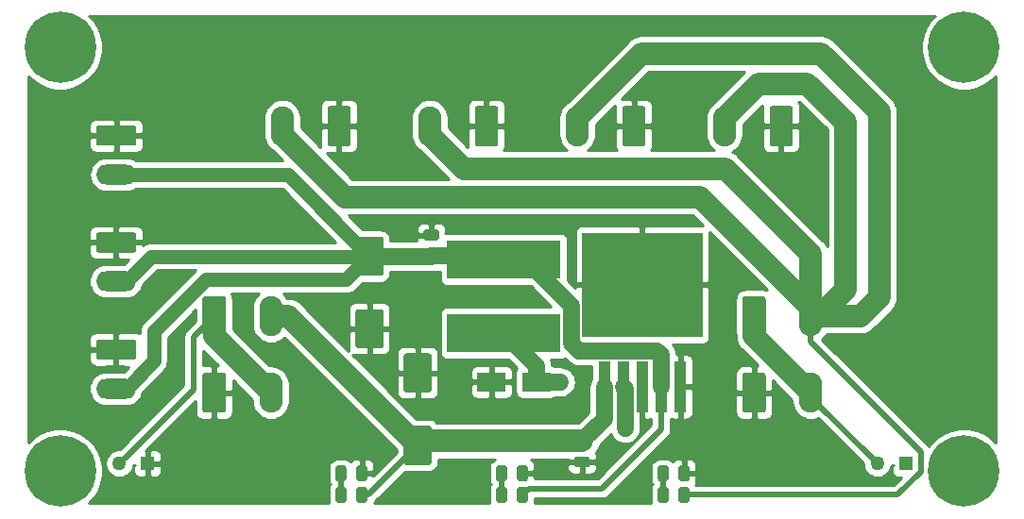
<source format=gbr>
G04 #@! TF.GenerationSoftware,KiCad,Pcbnew,5.1.5-52549c5~84~ubuntu18.04.1*
G04 #@! TF.CreationDate,2020-03-04T17:14:33+01:00*
G04 #@! TF.ProjectId,hub_usb_dispatch,6875625f-7573-4625-9f64-697370617463,rev?*
G04 #@! TF.SameCoordinates,Original*
G04 #@! TF.FileFunction,Copper,L1,Top*
G04 #@! TF.FilePolarity,Positive*
%FSLAX46Y46*%
G04 Gerber Fmt 4.6, Leading zero omitted, Abs format (unit mm)*
G04 Created by KiCad (PCBNEW 5.1.5-52549c5~84~ubuntu18.04.1) date 2020-03-04 17:14:33*
%MOMM*%
%LPD*%
G04 APERTURE LIST*
%ADD10C,0.100000*%
%ADD11C,6.400000*%
%ADD12O,2.080000X3.600000*%
%ADD13O,3.600000X1.800000*%
%ADD14R,1.275000X1.275000*%
%ADD15C,1.275000*%
%ADD16R,2.500000X1.800000*%
%ADD17R,10.200000X3.500000*%
%ADD18R,1.100000X4.600000*%
%ADD19R,10.800000X9.400000*%
%ADD20C,0.600000*%
%ADD21C,1.200000*%
%ADD22C,1.500000*%
%ADD23C,1.250000*%
%ADD24C,0.500000*%
%ADD25C,2.000000*%
%ADD26C,0.254000*%
G04 APERTURE END LIST*
G04 #@! TA.AperFunction,SMDPad,CuDef*
D10*
G36*
X87246542Y-69842174D02*
G01*
X87270203Y-69845684D01*
X87293407Y-69851496D01*
X87315929Y-69859554D01*
X87337553Y-69869782D01*
X87358070Y-69882079D01*
X87377283Y-69896329D01*
X87395007Y-69912393D01*
X87411071Y-69930117D01*
X87425321Y-69949330D01*
X87437618Y-69969847D01*
X87447846Y-69991471D01*
X87455904Y-70013993D01*
X87461716Y-70037197D01*
X87465226Y-70060858D01*
X87466400Y-70084750D01*
X87466400Y-70572250D01*
X87465226Y-70596142D01*
X87461716Y-70619803D01*
X87455904Y-70643007D01*
X87447846Y-70665529D01*
X87437618Y-70687153D01*
X87425321Y-70707670D01*
X87411071Y-70726883D01*
X87395007Y-70744607D01*
X87377283Y-70760671D01*
X87358070Y-70774921D01*
X87337553Y-70787218D01*
X87315929Y-70797446D01*
X87293407Y-70805504D01*
X87270203Y-70811316D01*
X87246542Y-70814826D01*
X87222650Y-70816000D01*
X86310150Y-70816000D01*
X86286258Y-70814826D01*
X86262597Y-70811316D01*
X86239393Y-70805504D01*
X86216871Y-70797446D01*
X86195247Y-70787218D01*
X86174730Y-70774921D01*
X86155517Y-70760671D01*
X86137793Y-70744607D01*
X86121729Y-70726883D01*
X86107479Y-70707670D01*
X86095182Y-70687153D01*
X86084954Y-70665529D01*
X86076896Y-70643007D01*
X86071084Y-70619803D01*
X86067574Y-70596142D01*
X86066400Y-70572250D01*
X86066400Y-70084750D01*
X86067574Y-70060858D01*
X86071084Y-70037197D01*
X86076896Y-70013993D01*
X86084954Y-69991471D01*
X86095182Y-69969847D01*
X86107479Y-69949330D01*
X86121729Y-69930117D01*
X86137793Y-69912393D01*
X86155517Y-69896329D01*
X86174730Y-69882079D01*
X86195247Y-69869782D01*
X86216871Y-69859554D01*
X86239393Y-69851496D01*
X86262597Y-69845684D01*
X86286258Y-69842174D01*
X86310150Y-69841000D01*
X87222650Y-69841000D01*
X87246542Y-69842174D01*
G37*
G04 #@! TD.AperFunction*
G04 #@! TA.AperFunction,SMDPad,CuDef*
G36*
X87246542Y-71717174D02*
G01*
X87270203Y-71720684D01*
X87293407Y-71726496D01*
X87315929Y-71734554D01*
X87337553Y-71744782D01*
X87358070Y-71757079D01*
X87377283Y-71771329D01*
X87395007Y-71787393D01*
X87411071Y-71805117D01*
X87425321Y-71824330D01*
X87437618Y-71844847D01*
X87447846Y-71866471D01*
X87455904Y-71888993D01*
X87461716Y-71912197D01*
X87465226Y-71935858D01*
X87466400Y-71959750D01*
X87466400Y-72447250D01*
X87465226Y-72471142D01*
X87461716Y-72494803D01*
X87455904Y-72518007D01*
X87447846Y-72540529D01*
X87437618Y-72562153D01*
X87425321Y-72582670D01*
X87411071Y-72601883D01*
X87395007Y-72619607D01*
X87377283Y-72635671D01*
X87358070Y-72649921D01*
X87337553Y-72662218D01*
X87315929Y-72672446D01*
X87293407Y-72680504D01*
X87270203Y-72686316D01*
X87246542Y-72689826D01*
X87222650Y-72691000D01*
X86310150Y-72691000D01*
X86286258Y-72689826D01*
X86262597Y-72686316D01*
X86239393Y-72680504D01*
X86216871Y-72672446D01*
X86195247Y-72662218D01*
X86174730Y-72649921D01*
X86155517Y-72635671D01*
X86137793Y-72619607D01*
X86121729Y-72601883D01*
X86107479Y-72582670D01*
X86095182Y-72562153D01*
X86084954Y-72540529D01*
X86076896Y-72518007D01*
X86071084Y-72494803D01*
X86067574Y-72471142D01*
X86066400Y-72447250D01*
X86066400Y-71959750D01*
X86067574Y-71935858D01*
X86071084Y-71912197D01*
X86076896Y-71888993D01*
X86084954Y-71866471D01*
X86095182Y-71844847D01*
X86107479Y-71824330D01*
X86121729Y-71805117D01*
X86137793Y-71787393D01*
X86155517Y-71771329D01*
X86174730Y-71757079D01*
X86195247Y-71744782D01*
X86216871Y-71734554D01*
X86239393Y-71726496D01*
X86262597Y-71720684D01*
X86286258Y-71717174D01*
X86310150Y-71716000D01*
X87222650Y-71716000D01*
X87246542Y-71717174D01*
G37*
G04 #@! TD.AperFunction*
D11*
X134500000Y-53500000D03*
X53500000Y-91500000D03*
X53500000Y-53500000D03*
X134500000Y-91500000D03*
D12*
X73421240Y-60558680D03*
G04 #@! TA.AperFunction,ComponentPad*
D10*
G36*
X79315745Y-58759884D02*
G01*
X79340013Y-58763484D01*
X79363812Y-58769445D01*
X79386911Y-58777710D01*
X79409090Y-58788200D01*
X79430133Y-58800812D01*
X79449839Y-58815427D01*
X79468017Y-58831903D01*
X79484493Y-58850081D01*
X79499108Y-58869787D01*
X79511720Y-58890830D01*
X79522210Y-58913009D01*
X79530475Y-58936108D01*
X79536436Y-58959907D01*
X79540036Y-58984175D01*
X79541240Y-59008679D01*
X79541240Y-62108681D01*
X79540036Y-62133185D01*
X79536436Y-62157453D01*
X79530475Y-62181252D01*
X79522210Y-62204351D01*
X79511720Y-62226530D01*
X79499108Y-62247573D01*
X79484493Y-62267279D01*
X79468017Y-62285457D01*
X79449839Y-62301933D01*
X79430133Y-62316548D01*
X79409090Y-62329160D01*
X79386911Y-62339650D01*
X79363812Y-62347915D01*
X79340013Y-62353876D01*
X79315745Y-62357476D01*
X79291241Y-62358680D01*
X77711239Y-62358680D01*
X77686735Y-62357476D01*
X77662467Y-62353876D01*
X77638668Y-62347915D01*
X77615569Y-62339650D01*
X77593390Y-62329160D01*
X77572347Y-62316548D01*
X77552641Y-62301933D01*
X77534463Y-62285457D01*
X77517987Y-62267279D01*
X77503372Y-62247573D01*
X77490760Y-62226530D01*
X77480270Y-62204351D01*
X77472005Y-62181252D01*
X77466044Y-62157453D01*
X77462444Y-62133185D01*
X77461240Y-62108681D01*
X77461240Y-59008679D01*
X77462444Y-58984175D01*
X77466044Y-58959907D01*
X77472005Y-58936108D01*
X77480270Y-58913009D01*
X77490760Y-58890830D01*
X77503372Y-58869787D01*
X77517987Y-58850081D01*
X77534463Y-58831903D01*
X77552641Y-58815427D01*
X77572347Y-58800812D01*
X77593390Y-58788200D01*
X77615569Y-58777710D01*
X77638668Y-58769445D01*
X77662467Y-58763484D01*
X77686735Y-58759884D01*
X77711239Y-58758680D01*
X79291241Y-58758680D01*
X79315745Y-58759884D01*
G37*
G04 #@! TD.AperFunction*
D12*
X86634320Y-60558680D03*
G04 #@! TA.AperFunction,ComponentPad*
D10*
G36*
X92528825Y-58759884D02*
G01*
X92553093Y-58763484D01*
X92576892Y-58769445D01*
X92599991Y-58777710D01*
X92622170Y-58788200D01*
X92643213Y-58800812D01*
X92662919Y-58815427D01*
X92681097Y-58831903D01*
X92697573Y-58850081D01*
X92712188Y-58869787D01*
X92724800Y-58890830D01*
X92735290Y-58913009D01*
X92743555Y-58936108D01*
X92749516Y-58959907D01*
X92753116Y-58984175D01*
X92754320Y-59008679D01*
X92754320Y-62108681D01*
X92753116Y-62133185D01*
X92749516Y-62157453D01*
X92743555Y-62181252D01*
X92735290Y-62204351D01*
X92724800Y-62226530D01*
X92712188Y-62247573D01*
X92697573Y-62267279D01*
X92681097Y-62285457D01*
X92662919Y-62301933D01*
X92643213Y-62316548D01*
X92622170Y-62329160D01*
X92599991Y-62339650D01*
X92576892Y-62347915D01*
X92553093Y-62353876D01*
X92528825Y-62357476D01*
X92504321Y-62358680D01*
X90924319Y-62358680D01*
X90899815Y-62357476D01*
X90875547Y-62353876D01*
X90851748Y-62347915D01*
X90828649Y-62339650D01*
X90806470Y-62329160D01*
X90785427Y-62316548D01*
X90765721Y-62301933D01*
X90747543Y-62285457D01*
X90731067Y-62267279D01*
X90716452Y-62247573D01*
X90703840Y-62226530D01*
X90693350Y-62204351D01*
X90685085Y-62181252D01*
X90679124Y-62157453D01*
X90675524Y-62133185D01*
X90674320Y-62108681D01*
X90674320Y-59008679D01*
X90675524Y-58984175D01*
X90679124Y-58959907D01*
X90685085Y-58936108D01*
X90693350Y-58913009D01*
X90703840Y-58890830D01*
X90716452Y-58869787D01*
X90731067Y-58850081D01*
X90747543Y-58831903D01*
X90765721Y-58815427D01*
X90785427Y-58800812D01*
X90806470Y-58788200D01*
X90828649Y-58777710D01*
X90851748Y-58769445D01*
X90875547Y-58763484D01*
X90899815Y-58759884D01*
X90924319Y-58758680D01*
X92504321Y-58758680D01*
X92528825Y-58759884D01*
G37*
G04 #@! TD.AperFunction*
D12*
X99847400Y-60558680D03*
G04 #@! TA.AperFunction,ComponentPad*
D10*
G36*
X105741905Y-58759884D02*
G01*
X105766173Y-58763484D01*
X105789972Y-58769445D01*
X105813071Y-58777710D01*
X105835250Y-58788200D01*
X105856293Y-58800812D01*
X105875999Y-58815427D01*
X105894177Y-58831903D01*
X105910653Y-58850081D01*
X105925268Y-58869787D01*
X105937880Y-58890830D01*
X105948370Y-58913009D01*
X105956635Y-58936108D01*
X105962596Y-58959907D01*
X105966196Y-58984175D01*
X105967400Y-59008679D01*
X105967400Y-62108681D01*
X105966196Y-62133185D01*
X105962596Y-62157453D01*
X105956635Y-62181252D01*
X105948370Y-62204351D01*
X105937880Y-62226530D01*
X105925268Y-62247573D01*
X105910653Y-62267279D01*
X105894177Y-62285457D01*
X105875999Y-62301933D01*
X105856293Y-62316548D01*
X105835250Y-62329160D01*
X105813071Y-62339650D01*
X105789972Y-62347915D01*
X105766173Y-62353876D01*
X105741905Y-62357476D01*
X105717401Y-62358680D01*
X104137399Y-62358680D01*
X104112895Y-62357476D01*
X104088627Y-62353876D01*
X104064828Y-62347915D01*
X104041729Y-62339650D01*
X104019550Y-62329160D01*
X103998507Y-62316548D01*
X103978801Y-62301933D01*
X103960623Y-62285457D01*
X103944147Y-62267279D01*
X103929532Y-62247573D01*
X103916920Y-62226530D01*
X103906430Y-62204351D01*
X103898165Y-62181252D01*
X103892204Y-62157453D01*
X103888604Y-62133185D01*
X103887400Y-62108681D01*
X103887400Y-59008679D01*
X103888604Y-58984175D01*
X103892204Y-58959907D01*
X103898165Y-58936108D01*
X103906430Y-58913009D01*
X103916920Y-58890830D01*
X103929532Y-58869787D01*
X103944147Y-58850081D01*
X103960623Y-58831903D01*
X103978801Y-58815427D01*
X103998507Y-58800812D01*
X104019550Y-58788200D01*
X104041729Y-58777710D01*
X104064828Y-58769445D01*
X104088627Y-58763484D01*
X104112895Y-58759884D01*
X104137399Y-58758680D01*
X105717401Y-58758680D01*
X105741905Y-58759884D01*
G37*
G04 #@! TD.AperFunction*
D12*
X113050320Y-60558680D03*
G04 #@! TA.AperFunction,ComponentPad*
D10*
G36*
X118944825Y-58759884D02*
G01*
X118969093Y-58763484D01*
X118992892Y-58769445D01*
X119015991Y-58777710D01*
X119038170Y-58788200D01*
X119059213Y-58800812D01*
X119078919Y-58815427D01*
X119097097Y-58831903D01*
X119113573Y-58850081D01*
X119128188Y-58869787D01*
X119140800Y-58890830D01*
X119151290Y-58913009D01*
X119159555Y-58936108D01*
X119165516Y-58959907D01*
X119169116Y-58984175D01*
X119170320Y-59008679D01*
X119170320Y-62108681D01*
X119169116Y-62133185D01*
X119165516Y-62157453D01*
X119159555Y-62181252D01*
X119151290Y-62204351D01*
X119140800Y-62226530D01*
X119128188Y-62247573D01*
X119113573Y-62267279D01*
X119097097Y-62285457D01*
X119078919Y-62301933D01*
X119059213Y-62316548D01*
X119038170Y-62329160D01*
X119015991Y-62339650D01*
X118992892Y-62347915D01*
X118969093Y-62353876D01*
X118944825Y-62357476D01*
X118920321Y-62358680D01*
X117340319Y-62358680D01*
X117315815Y-62357476D01*
X117291547Y-62353876D01*
X117267748Y-62347915D01*
X117244649Y-62339650D01*
X117222470Y-62329160D01*
X117201427Y-62316548D01*
X117181721Y-62301933D01*
X117163543Y-62285457D01*
X117147067Y-62267279D01*
X117132452Y-62247573D01*
X117119840Y-62226530D01*
X117109350Y-62204351D01*
X117101085Y-62181252D01*
X117095124Y-62157453D01*
X117091524Y-62133185D01*
X117090320Y-62108681D01*
X117090320Y-59008679D01*
X117091524Y-58984175D01*
X117095124Y-58959907D01*
X117101085Y-58936108D01*
X117109350Y-58913009D01*
X117119840Y-58890830D01*
X117132452Y-58869787D01*
X117147067Y-58850081D01*
X117163543Y-58831903D01*
X117181721Y-58815427D01*
X117201427Y-58800812D01*
X117222470Y-58788200D01*
X117244649Y-58777710D01*
X117267748Y-58769445D01*
X117291547Y-58763484D01*
X117315815Y-58759884D01*
X117340319Y-58758680D01*
X118920321Y-58758680D01*
X118944825Y-58759884D01*
G37*
G04 #@! TD.AperFunction*
D13*
X58534300Y-64917200D03*
G04 #@! TA.AperFunction,ComponentPad*
D10*
G36*
X60108804Y-60518404D02*
G01*
X60133073Y-60522004D01*
X60156871Y-60527965D01*
X60179971Y-60536230D01*
X60202149Y-60546720D01*
X60223193Y-60559333D01*
X60242898Y-60573947D01*
X60261077Y-60590423D01*
X60277553Y-60608602D01*
X60292167Y-60628307D01*
X60304780Y-60649351D01*
X60315270Y-60671529D01*
X60323535Y-60694629D01*
X60329496Y-60718427D01*
X60333096Y-60742696D01*
X60334300Y-60767200D01*
X60334300Y-62067200D01*
X60333096Y-62091704D01*
X60329496Y-62115973D01*
X60323535Y-62139771D01*
X60315270Y-62162871D01*
X60304780Y-62185049D01*
X60292167Y-62206093D01*
X60277553Y-62225798D01*
X60261077Y-62243977D01*
X60242898Y-62260453D01*
X60223193Y-62275067D01*
X60202149Y-62287680D01*
X60179971Y-62298170D01*
X60156871Y-62306435D01*
X60133073Y-62312396D01*
X60108804Y-62315996D01*
X60084300Y-62317200D01*
X56984300Y-62317200D01*
X56959796Y-62315996D01*
X56935527Y-62312396D01*
X56911729Y-62306435D01*
X56888629Y-62298170D01*
X56866451Y-62287680D01*
X56845407Y-62275067D01*
X56825702Y-62260453D01*
X56807523Y-62243977D01*
X56791047Y-62225798D01*
X56776433Y-62206093D01*
X56763820Y-62185049D01*
X56753330Y-62162871D01*
X56745065Y-62139771D01*
X56739104Y-62115973D01*
X56735504Y-62091704D01*
X56734300Y-62067200D01*
X56734300Y-60767200D01*
X56735504Y-60742696D01*
X56739104Y-60718427D01*
X56745065Y-60694629D01*
X56753330Y-60671529D01*
X56763820Y-60649351D01*
X56776433Y-60628307D01*
X56791047Y-60608602D01*
X56807523Y-60590423D01*
X56825702Y-60573947D01*
X56845407Y-60559333D01*
X56866451Y-60546720D01*
X56888629Y-60536230D01*
X56911729Y-60527965D01*
X56935527Y-60522004D01*
X56959796Y-60518404D01*
X56984300Y-60517200D01*
X60084300Y-60517200D01*
X60108804Y-60518404D01*
G37*
G04 #@! TD.AperFunction*
G04 #@! TA.AperFunction,SMDPad,CuDef*
G36*
X82253704Y-76983604D02*
G01*
X82277973Y-76987204D01*
X82301771Y-76993165D01*
X82324871Y-77001430D01*
X82347049Y-77011920D01*
X82368093Y-77024533D01*
X82387798Y-77039147D01*
X82405977Y-77055623D01*
X82422453Y-77073802D01*
X82437067Y-77093507D01*
X82449680Y-77114551D01*
X82460170Y-77136729D01*
X82468435Y-77159829D01*
X82474396Y-77183627D01*
X82477996Y-77207896D01*
X82479200Y-77232400D01*
X82479200Y-80232400D01*
X82477996Y-80256904D01*
X82474396Y-80281173D01*
X82468435Y-80304971D01*
X82460170Y-80328071D01*
X82449680Y-80350249D01*
X82437067Y-80371293D01*
X82422453Y-80390998D01*
X82405977Y-80409177D01*
X82387798Y-80425653D01*
X82368093Y-80440267D01*
X82347049Y-80452880D01*
X82324871Y-80463370D01*
X82301771Y-80471635D01*
X82277973Y-80477596D01*
X82253704Y-80481196D01*
X82229200Y-80482400D01*
X80229200Y-80482400D01*
X80204696Y-80481196D01*
X80180427Y-80477596D01*
X80156629Y-80471635D01*
X80133529Y-80463370D01*
X80111351Y-80452880D01*
X80090307Y-80440267D01*
X80070602Y-80425653D01*
X80052423Y-80409177D01*
X80035947Y-80390998D01*
X80021333Y-80371293D01*
X80008720Y-80350249D01*
X79998230Y-80328071D01*
X79989965Y-80304971D01*
X79984004Y-80281173D01*
X79980404Y-80256904D01*
X79979200Y-80232400D01*
X79979200Y-77232400D01*
X79980404Y-77207896D01*
X79984004Y-77183627D01*
X79989965Y-77159829D01*
X79998230Y-77136729D01*
X80008720Y-77114551D01*
X80021333Y-77093507D01*
X80035947Y-77073802D01*
X80052423Y-77055623D01*
X80070602Y-77039147D01*
X80090307Y-77024533D01*
X80111351Y-77011920D01*
X80133529Y-77001430D01*
X80156629Y-76993165D01*
X80180427Y-76987204D01*
X80204696Y-76983604D01*
X80229200Y-76982400D01*
X82229200Y-76982400D01*
X82253704Y-76983604D01*
G37*
G04 #@! TD.AperFunction*
G04 #@! TA.AperFunction,SMDPad,CuDef*
G36*
X82253704Y-70483604D02*
G01*
X82277973Y-70487204D01*
X82301771Y-70493165D01*
X82324871Y-70501430D01*
X82347049Y-70511920D01*
X82368093Y-70524533D01*
X82387798Y-70539147D01*
X82405977Y-70555623D01*
X82422453Y-70573802D01*
X82437067Y-70593507D01*
X82449680Y-70614551D01*
X82460170Y-70636729D01*
X82468435Y-70659829D01*
X82474396Y-70683627D01*
X82477996Y-70707896D01*
X82479200Y-70732400D01*
X82479200Y-73732400D01*
X82477996Y-73756904D01*
X82474396Y-73781173D01*
X82468435Y-73804971D01*
X82460170Y-73828071D01*
X82449680Y-73850249D01*
X82437067Y-73871293D01*
X82422453Y-73890998D01*
X82405977Y-73909177D01*
X82387798Y-73925653D01*
X82368093Y-73940267D01*
X82347049Y-73952880D01*
X82324871Y-73963370D01*
X82301771Y-73971635D01*
X82277973Y-73977596D01*
X82253704Y-73981196D01*
X82229200Y-73982400D01*
X80229200Y-73982400D01*
X80204696Y-73981196D01*
X80180427Y-73977596D01*
X80156629Y-73971635D01*
X80133529Y-73963370D01*
X80111351Y-73952880D01*
X80090307Y-73940267D01*
X80070602Y-73925653D01*
X80052423Y-73909177D01*
X80035947Y-73890998D01*
X80021333Y-73871293D01*
X80008720Y-73850249D01*
X79998230Y-73828071D01*
X79989965Y-73804971D01*
X79984004Y-73781173D01*
X79980404Y-73756904D01*
X79979200Y-73732400D01*
X79979200Y-70732400D01*
X79980404Y-70707896D01*
X79984004Y-70683627D01*
X79989965Y-70659829D01*
X79998230Y-70636729D01*
X80008720Y-70614551D01*
X80021333Y-70593507D01*
X80035947Y-70573802D01*
X80052423Y-70555623D01*
X80070602Y-70539147D01*
X80090307Y-70524533D01*
X80111351Y-70511920D01*
X80133529Y-70501430D01*
X80156629Y-70493165D01*
X80180427Y-70487204D01*
X80204696Y-70483604D01*
X80229200Y-70482400D01*
X82229200Y-70482400D01*
X82253704Y-70483604D01*
G37*
G04 #@! TD.AperFunction*
G04 #@! TA.AperFunction,SMDPad,CuDef*
G36*
X86571704Y-80948404D02*
G01*
X86595973Y-80952004D01*
X86619771Y-80957965D01*
X86642871Y-80966230D01*
X86665049Y-80976720D01*
X86686093Y-80989333D01*
X86705798Y-81003947D01*
X86723977Y-81020423D01*
X86740453Y-81038602D01*
X86755067Y-81058307D01*
X86767680Y-81079351D01*
X86778170Y-81101529D01*
X86786435Y-81124629D01*
X86792396Y-81148427D01*
X86795996Y-81172696D01*
X86797200Y-81197200D01*
X86797200Y-84197200D01*
X86795996Y-84221704D01*
X86792396Y-84245973D01*
X86786435Y-84269771D01*
X86778170Y-84292871D01*
X86767680Y-84315049D01*
X86755067Y-84336093D01*
X86740453Y-84355798D01*
X86723977Y-84373977D01*
X86705798Y-84390453D01*
X86686093Y-84405067D01*
X86665049Y-84417680D01*
X86642871Y-84428170D01*
X86619771Y-84436435D01*
X86595973Y-84442396D01*
X86571704Y-84445996D01*
X86547200Y-84447200D01*
X84547200Y-84447200D01*
X84522696Y-84445996D01*
X84498427Y-84442396D01*
X84474629Y-84436435D01*
X84451529Y-84428170D01*
X84429351Y-84417680D01*
X84408307Y-84405067D01*
X84388602Y-84390453D01*
X84370423Y-84373977D01*
X84353947Y-84355798D01*
X84339333Y-84336093D01*
X84326720Y-84315049D01*
X84316230Y-84292871D01*
X84307965Y-84269771D01*
X84302004Y-84245973D01*
X84298404Y-84221704D01*
X84297200Y-84197200D01*
X84297200Y-81197200D01*
X84298404Y-81172696D01*
X84302004Y-81148427D01*
X84307965Y-81124629D01*
X84316230Y-81101529D01*
X84326720Y-81079351D01*
X84339333Y-81058307D01*
X84353947Y-81038602D01*
X84370423Y-81020423D01*
X84388602Y-81003947D01*
X84408307Y-80989333D01*
X84429351Y-80976720D01*
X84451529Y-80966230D01*
X84474629Y-80957965D01*
X84498427Y-80952004D01*
X84522696Y-80948404D01*
X84547200Y-80947200D01*
X86547200Y-80947200D01*
X86571704Y-80948404D01*
G37*
G04 #@! TD.AperFunction*
G04 #@! TA.AperFunction,SMDPad,CuDef*
G36*
X86571704Y-87448404D02*
G01*
X86595973Y-87452004D01*
X86619771Y-87457965D01*
X86642871Y-87466230D01*
X86665049Y-87476720D01*
X86686093Y-87489333D01*
X86705798Y-87503947D01*
X86723977Y-87520423D01*
X86740453Y-87538602D01*
X86755067Y-87558307D01*
X86767680Y-87579351D01*
X86778170Y-87601529D01*
X86786435Y-87624629D01*
X86792396Y-87648427D01*
X86795996Y-87672696D01*
X86797200Y-87697200D01*
X86797200Y-90697200D01*
X86795996Y-90721704D01*
X86792396Y-90745973D01*
X86786435Y-90769771D01*
X86778170Y-90792871D01*
X86767680Y-90815049D01*
X86755067Y-90836093D01*
X86740453Y-90855798D01*
X86723977Y-90873977D01*
X86705798Y-90890453D01*
X86686093Y-90905067D01*
X86665049Y-90917680D01*
X86642871Y-90928170D01*
X86619771Y-90936435D01*
X86595973Y-90942396D01*
X86571704Y-90945996D01*
X86547200Y-90947200D01*
X84547200Y-90947200D01*
X84522696Y-90945996D01*
X84498427Y-90942396D01*
X84474629Y-90936435D01*
X84451529Y-90928170D01*
X84429351Y-90917680D01*
X84408307Y-90905067D01*
X84388602Y-90890453D01*
X84370423Y-90873977D01*
X84353947Y-90855798D01*
X84339333Y-90836093D01*
X84326720Y-90815049D01*
X84316230Y-90792871D01*
X84307965Y-90769771D01*
X84302004Y-90745973D01*
X84298404Y-90721704D01*
X84297200Y-90697200D01*
X84297200Y-87697200D01*
X84298404Y-87672696D01*
X84302004Y-87648427D01*
X84307965Y-87624629D01*
X84316230Y-87601529D01*
X84326720Y-87579351D01*
X84339333Y-87558307D01*
X84353947Y-87538602D01*
X84370423Y-87520423D01*
X84388602Y-87503947D01*
X84408307Y-87489333D01*
X84429351Y-87476720D01*
X84451529Y-87466230D01*
X84474629Y-87457965D01*
X84498427Y-87452004D01*
X84522696Y-87448404D01*
X84547200Y-87447200D01*
X86547200Y-87447200D01*
X86571704Y-87448404D01*
G37*
G04 #@! TD.AperFunction*
G04 #@! TA.AperFunction,SMDPad,CuDef*
G36*
X95205142Y-91014174D02*
G01*
X95228803Y-91017684D01*
X95252007Y-91023496D01*
X95274529Y-91031554D01*
X95296153Y-91041782D01*
X95316670Y-91054079D01*
X95335883Y-91068329D01*
X95353607Y-91084393D01*
X95369671Y-91102117D01*
X95383921Y-91121330D01*
X95396218Y-91141847D01*
X95406446Y-91163471D01*
X95414504Y-91185993D01*
X95420316Y-91209197D01*
X95423826Y-91232858D01*
X95425000Y-91256750D01*
X95425000Y-92169250D01*
X95423826Y-92193142D01*
X95420316Y-92216803D01*
X95414504Y-92240007D01*
X95406446Y-92262529D01*
X95396218Y-92284153D01*
X95383921Y-92304670D01*
X95369671Y-92323883D01*
X95353607Y-92341607D01*
X95335883Y-92357671D01*
X95316670Y-92371921D01*
X95296153Y-92384218D01*
X95274529Y-92394446D01*
X95252007Y-92402504D01*
X95228803Y-92408316D01*
X95205142Y-92411826D01*
X95181250Y-92413000D01*
X94693750Y-92413000D01*
X94669858Y-92411826D01*
X94646197Y-92408316D01*
X94622993Y-92402504D01*
X94600471Y-92394446D01*
X94578847Y-92384218D01*
X94558330Y-92371921D01*
X94539117Y-92357671D01*
X94521393Y-92341607D01*
X94505329Y-92323883D01*
X94491079Y-92304670D01*
X94478782Y-92284153D01*
X94468554Y-92262529D01*
X94460496Y-92240007D01*
X94454684Y-92216803D01*
X94451174Y-92193142D01*
X94450000Y-92169250D01*
X94450000Y-91256750D01*
X94451174Y-91232858D01*
X94454684Y-91209197D01*
X94460496Y-91185993D01*
X94468554Y-91163471D01*
X94478782Y-91141847D01*
X94491079Y-91121330D01*
X94505329Y-91102117D01*
X94521393Y-91084393D01*
X94539117Y-91068329D01*
X94558330Y-91054079D01*
X94578847Y-91041782D01*
X94600471Y-91031554D01*
X94622993Y-91023496D01*
X94646197Y-91017684D01*
X94669858Y-91014174D01*
X94693750Y-91013000D01*
X95181250Y-91013000D01*
X95205142Y-91014174D01*
G37*
G04 #@! TD.AperFunction*
G04 #@! TA.AperFunction,SMDPad,CuDef*
G36*
X93330142Y-91014174D02*
G01*
X93353803Y-91017684D01*
X93377007Y-91023496D01*
X93399529Y-91031554D01*
X93421153Y-91041782D01*
X93441670Y-91054079D01*
X93460883Y-91068329D01*
X93478607Y-91084393D01*
X93494671Y-91102117D01*
X93508921Y-91121330D01*
X93521218Y-91141847D01*
X93531446Y-91163471D01*
X93539504Y-91185993D01*
X93545316Y-91209197D01*
X93548826Y-91232858D01*
X93550000Y-91256750D01*
X93550000Y-92169250D01*
X93548826Y-92193142D01*
X93545316Y-92216803D01*
X93539504Y-92240007D01*
X93531446Y-92262529D01*
X93521218Y-92284153D01*
X93508921Y-92304670D01*
X93494671Y-92323883D01*
X93478607Y-92341607D01*
X93460883Y-92357671D01*
X93441670Y-92371921D01*
X93421153Y-92384218D01*
X93399529Y-92394446D01*
X93377007Y-92402504D01*
X93353803Y-92408316D01*
X93330142Y-92411826D01*
X93306250Y-92413000D01*
X92818750Y-92413000D01*
X92794858Y-92411826D01*
X92771197Y-92408316D01*
X92747993Y-92402504D01*
X92725471Y-92394446D01*
X92703847Y-92384218D01*
X92683330Y-92371921D01*
X92664117Y-92357671D01*
X92646393Y-92341607D01*
X92630329Y-92323883D01*
X92616079Y-92304670D01*
X92603782Y-92284153D01*
X92593554Y-92262529D01*
X92585496Y-92240007D01*
X92579684Y-92216803D01*
X92576174Y-92193142D01*
X92575000Y-92169250D01*
X92575000Y-91256750D01*
X92576174Y-91232858D01*
X92579684Y-91209197D01*
X92585496Y-91185993D01*
X92593554Y-91163471D01*
X92603782Y-91141847D01*
X92616079Y-91121330D01*
X92630329Y-91102117D01*
X92646393Y-91084393D01*
X92664117Y-91068329D01*
X92683330Y-91054079D01*
X92703847Y-91041782D01*
X92725471Y-91031554D01*
X92747993Y-91023496D01*
X92771197Y-91017684D01*
X92794858Y-91014174D01*
X92818750Y-91013000D01*
X93306250Y-91013000D01*
X93330142Y-91014174D01*
G37*
G04 #@! TD.AperFunction*
G04 #@! TA.AperFunction,SMDPad,CuDef*
G36*
X80810142Y-91014174D02*
G01*
X80833803Y-91017684D01*
X80857007Y-91023496D01*
X80879529Y-91031554D01*
X80901153Y-91041782D01*
X80921670Y-91054079D01*
X80940883Y-91068329D01*
X80958607Y-91084393D01*
X80974671Y-91102117D01*
X80988921Y-91121330D01*
X81001218Y-91141847D01*
X81011446Y-91163471D01*
X81019504Y-91185993D01*
X81025316Y-91209197D01*
X81028826Y-91232858D01*
X81030000Y-91256750D01*
X81030000Y-92169250D01*
X81028826Y-92193142D01*
X81025316Y-92216803D01*
X81019504Y-92240007D01*
X81011446Y-92262529D01*
X81001218Y-92284153D01*
X80988921Y-92304670D01*
X80974671Y-92323883D01*
X80958607Y-92341607D01*
X80940883Y-92357671D01*
X80921670Y-92371921D01*
X80901153Y-92384218D01*
X80879529Y-92394446D01*
X80857007Y-92402504D01*
X80833803Y-92408316D01*
X80810142Y-92411826D01*
X80786250Y-92413000D01*
X80298750Y-92413000D01*
X80274858Y-92411826D01*
X80251197Y-92408316D01*
X80227993Y-92402504D01*
X80205471Y-92394446D01*
X80183847Y-92384218D01*
X80163330Y-92371921D01*
X80144117Y-92357671D01*
X80126393Y-92341607D01*
X80110329Y-92323883D01*
X80096079Y-92304670D01*
X80083782Y-92284153D01*
X80073554Y-92262529D01*
X80065496Y-92240007D01*
X80059684Y-92216803D01*
X80056174Y-92193142D01*
X80055000Y-92169250D01*
X80055000Y-91256750D01*
X80056174Y-91232858D01*
X80059684Y-91209197D01*
X80065496Y-91185993D01*
X80073554Y-91163471D01*
X80083782Y-91141847D01*
X80096079Y-91121330D01*
X80110329Y-91102117D01*
X80126393Y-91084393D01*
X80144117Y-91068329D01*
X80163330Y-91054079D01*
X80183847Y-91041782D01*
X80205471Y-91031554D01*
X80227993Y-91023496D01*
X80251197Y-91017684D01*
X80274858Y-91014174D01*
X80298750Y-91013000D01*
X80786250Y-91013000D01*
X80810142Y-91014174D01*
G37*
G04 #@! TD.AperFunction*
G04 #@! TA.AperFunction,SMDPad,CuDef*
G36*
X78935142Y-91014174D02*
G01*
X78958803Y-91017684D01*
X78982007Y-91023496D01*
X79004529Y-91031554D01*
X79026153Y-91041782D01*
X79046670Y-91054079D01*
X79065883Y-91068329D01*
X79083607Y-91084393D01*
X79099671Y-91102117D01*
X79113921Y-91121330D01*
X79126218Y-91141847D01*
X79136446Y-91163471D01*
X79144504Y-91185993D01*
X79150316Y-91209197D01*
X79153826Y-91232858D01*
X79155000Y-91256750D01*
X79155000Y-92169250D01*
X79153826Y-92193142D01*
X79150316Y-92216803D01*
X79144504Y-92240007D01*
X79136446Y-92262529D01*
X79126218Y-92284153D01*
X79113921Y-92304670D01*
X79099671Y-92323883D01*
X79083607Y-92341607D01*
X79065883Y-92357671D01*
X79046670Y-92371921D01*
X79026153Y-92384218D01*
X79004529Y-92394446D01*
X78982007Y-92402504D01*
X78958803Y-92408316D01*
X78935142Y-92411826D01*
X78911250Y-92413000D01*
X78423750Y-92413000D01*
X78399858Y-92411826D01*
X78376197Y-92408316D01*
X78352993Y-92402504D01*
X78330471Y-92394446D01*
X78308847Y-92384218D01*
X78288330Y-92371921D01*
X78269117Y-92357671D01*
X78251393Y-92341607D01*
X78235329Y-92323883D01*
X78221079Y-92304670D01*
X78208782Y-92284153D01*
X78198554Y-92262529D01*
X78190496Y-92240007D01*
X78184684Y-92216803D01*
X78181174Y-92193142D01*
X78180000Y-92169250D01*
X78180000Y-91256750D01*
X78181174Y-91232858D01*
X78184684Y-91209197D01*
X78190496Y-91185993D01*
X78198554Y-91163471D01*
X78208782Y-91141847D01*
X78221079Y-91121330D01*
X78235329Y-91102117D01*
X78251393Y-91084393D01*
X78269117Y-91068329D01*
X78288330Y-91054079D01*
X78308847Y-91041782D01*
X78330471Y-91031554D01*
X78352993Y-91023496D01*
X78376197Y-91017684D01*
X78399858Y-91014174D01*
X78423750Y-91013000D01*
X78911250Y-91013000D01*
X78935142Y-91014174D01*
G37*
G04 #@! TD.AperFunction*
G04 #@! TA.AperFunction,SMDPad,CuDef*
G36*
X109690842Y-91014174D02*
G01*
X109714503Y-91017684D01*
X109737707Y-91023496D01*
X109760229Y-91031554D01*
X109781853Y-91041782D01*
X109802370Y-91054079D01*
X109821583Y-91068329D01*
X109839307Y-91084393D01*
X109855371Y-91102117D01*
X109869621Y-91121330D01*
X109881918Y-91141847D01*
X109892146Y-91163471D01*
X109900204Y-91185993D01*
X109906016Y-91209197D01*
X109909526Y-91232858D01*
X109910700Y-91256750D01*
X109910700Y-92169250D01*
X109909526Y-92193142D01*
X109906016Y-92216803D01*
X109900204Y-92240007D01*
X109892146Y-92262529D01*
X109881918Y-92284153D01*
X109869621Y-92304670D01*
X109855371Y-92323883D01*
X109839307Y-92341607D01*
X109821583Y-92357671D01*
X109802370Y-92371921D01*
X109781853Y-92384218D01*
X109760229Y-92394446D01*
X109737707Y-92402504D01*
X109714503Y-92408316D01*
X109690842Y-92411826D01*
X109666950Y-92413000D01*
X109179450Y-92413000D01*
X109155558Y-92411826D01*
X109131897Y-92408316D01*
X109108693Y-92402504D01*
X109086171Y-92394446D01*
X109064547Y-92384218D01*
X109044030Y-92371921D01*
X109024817Y-92357671D01*
X109007093Y-92341607D01*
X108991029Y-92323883D01*
X108976779Y-92304670D01*
X108964482Y-92284153D01*
X108954254Y-92262529D01*
X108946196Y-92240007D01*
X108940384Y-92216803D01*
X108936874Y-92193142D01*
X108935700Y-92169250D01*
X108935700Y-91256750D01*
X108936874Y-91232858D01*
X108940384Y-91209197D01*
X108946196Y-91185993D01*
X108954254Y-91163471D01*
X108964482Y-91141847D01*
X108976779Y-91121330D01*
X108991029Y-91102117D01*
X109007093Y-91084393D01*
X109024817Y-91068329D01*
X109044030Y-91054079D01*
X109064547Y-91041782D01*
X109086171Y-91031554D01*
X109108693Y-91023496D01*
X109131897Y-91017684D01*
X109155558Y-91014174D01*
X109179450Y-91013000D01*
X109666950Y-91013000D01*
X109690842Y-91014174D01*
G37*
G04 #@! TD.AperFunction*
G04 #@! TA.AperFunction,SMDPad,CuDef*
G36*
X107815842Y-91014174D02*
G01*
X107839503Y-91017684D01*
X107862707Y-91023496D01*
X107885229Y-91031554D01*
X107906853Y-91041782D01*
X107927370Y-91054079D01*
X107946583Y-91068329D01*
X107964307Y-91084393D01*
X107980371Y-91102117D01*
X107994621Y-91121330D01*
X108006918Y-91141847D01*
X108017146Y-91163471D01*
X108025204Y-91185993D01*
X108031016Y-91209197D01*
X108034526Y-91232858D01*
X108035700Y-91256750D01*
X108035700Y-92169250D01*
X108034526Y-92193142D01*
X108031016Y-92216803D01*
X108025204Y-92240007D01*
X108017146Y-92262529D01*
X108006918Y-92284153D01*
X107994621Y-92304670D01*
X107980371Y-92323883D01*
X107964307Y-92341607D01*
X107946583Y-92357671D01*
X107927370Y-92371921D01*
X107906853Y-92384218D01*
X107885229Y-92394446D01*
X107862707Y-92402504D01*
X107839503Y-92408316D01*
X107815842Y-92411826D01*
X107791950Y-92413000D01*
X107304450Y-92413000D01*
X107280558Y-92411826D01*
X107256897Y-92408316D01*
X107233693Y-92402504D01*
X107211171Y-92394446D01*
X107189547Y-92384218D01*
X107169030Y-92371921D01*
X107149817Y-92357671D01*
X107132093Y-92341607D01*
X107116029Y-92323883D01*
X107101779Y-92304670D01*
X107089482Y-92284153D01*
X107079254Y-92262529D01*
X107071196Y-92240007D01*
X107065384Y-92216803D01*
X107061874Y-92193142D01*
X107060700Y-92169250D01*
X107060700Y-91256750D01*
X107061874Y-91232858D01*
X107065384Y-91209197D01*
X107071196Y-91185993D01*
X107079254Y-91163471D01*
X107089482Y-91141847D01*
X107101779Y-91121330D01*
X107116029Y-91102117D01*
X107132093Y-91084393D01*
X107149817Y-91068329D01*
X107169030Y-91054079D01*
X107189547Y-91041782D01*
X107211171Y-91031554D01*
X107233693Y-91023496D01*
X107256897Y-91017684D01*
X107280558Y-91014174D01*
X107304450Y-91013000D01*
X107791950Y-91013000D01*
X107815842Y-91014174D01*
G37*
G04 #@! TD.AperFunction*
G04 #@! TA.AperFunction,SMDPad,CuDef*
G36*
X95205142Y-92944574D02*
G01*
X95228803Y-92948084D01*
X95252007Y-92953896D01*
X95274529Y-92961954D01*
X95296153Y-92972182D01*
X95316670Y-92984479D01*
X95335883Y-92998729D01*
X95353607Y-93014793D01*
X95369671Y-93032517D01*
X95383921Y-93051730D01*
X95396218Y-93072247D01*
X95406446Y-93093871D01*
X95414504Y-93116393D01*
X95420316Y-93139597D01*
X95423826Y-93163258D01*
X95425000Y-93187150D01*
X95425000Y-94099650D01*
X95423826Y-94123542D01*
X95420316Y-94147203D01*
X95414504Y-94170407D01*
X95406446Y-94192929D01*
X95396218Y-94214553D01*
X95383921Y-94235070D01*
X95369671Y-94254283D01*
X95353607Y-94272007D01*
X95335883Y-94288071D01*
X95316670Y-94302321D01*
X95296153Y-94314618D01*
X95274529Y-94324846D01*
X95252007Y-94332904D01*
X95228803Y-94338716D01*
X95205142Y-94342226D01*
X95181250Y-94343400D01*
X94693750Y-94343400D01*
X94669858Y-94342226D01*
X94646197Y-94338716D01*
X94622993Y-94332904D01*
X94600471Y-94324846D01*
X94578847Y-94314618D01*
X94558330Y-94302321D01*
X94539117Y-94288071D01*
X94521393Y-94272007D01*
X94505329Y-94254283D01*
X94491079Y-94235070D01*
X94478782Y-94214553D01*
X94468554Y-94192929D01*
X94460496Y-94170407D01*
X94454684Y-94147203D01*
X94451174Y-94123542D01*
X94450000Y-94099650D01*
X94450000Y-93187150D01*
X94451174Y-93163258D01*
X94454684Y-93139597D01*
X94460496Y-93116393D01*
X94468554Y-93093871D01*
X94478782Y-93072247D01*
X94491079Y-93051730D01*
X94505329Y-93032517D01*
X94521393Y-93014793D01*
X94539117Y-92998729D01*
X94558330Y-92984479D01*
X94578847Y-92972182D01*
X94600471Y-92961954D01*
X94622993Y-92953896D01*
X94646197Y-92948084D01*
X94669858Y-92944574D01*
X94693750Y-92943400D01*
X95181250Y-92943400D01*
X95205142Y-92944574D01*
G37*
G04 #@! TD.AperFunction*
G04 #@! TA.AperFunction,SMDPad,CuDef*
G36*
X93330142Y-92944574D02*
G01*
X93353803Y-92948084D01*
X93377007Y-92953896D01*
X93399529Y-92961954D01*
X93421153Y-92972182D01*
X93441670Y-92984479D01*
X93460883Y-92998729D01*
X93478607Y-93014793D01*
X93494671Y-93032517D01*
X93508921Y-93051730D01*
X93521218Y-93072247D01*
X93531446Y-93093871D01*
X93539504Y-93116393D01*
X93545316Y-93139597D01*
X93548826Y-93163258D01*
X93550000Y-93187150D01*
X93550000Y-94099650D01*
X93548826Y-94123542D01*
X93545316Y-94147203D01*
X93539504Y-94170407D01*
X93531446Y-94192929D01*
X93521218Y-94214553D01*
X93508921Y-94235070D01*
X93494671Y-94254283D01*
X93478607Y-94272007D01*
X93460883Y-94288071D01*
X93441670Y-94302321D01*
X93421153Y-94314618D01*
X93399529Y-94324846D01*
X93377007Y-94332904D01*
X93353803Y-94338716D01*
X93330142Y-94342226D01*
X93306250Y-94343400D01*
X92818750Y-94343400D01*
X92794858Y-94342226D01*
X92771197Y-94338716D01*
X92747993Y-94332904D01*
X92725471Y-94324846D01*
X92703847Y-94314618D01*
X92683330Y-94302321D01*
X92664117Y-94288071D01*
X92646393Y-94272007D01*
X92630329Y-94254283D01*
X92616079Y-94235070D01*
X92603782Y-94214553D01*
X92593554Y-94192929D01*
X92585496Y-94170407D01*
X92579684Y-94147203D01*
X92576174Y-94123542D01*
X92575000Y-94099650D01*
X92575000Y-93187150D01*
X92576174Y-93163258D01*
X92579684Y-93139597D01*
X92585496Y-93116393D01*
X92593554Y-93093871D01*
X92603782Y-93072247D01*
X92616079Y-93051730D01*
X92630329Y-93032517D01*
X92646393Y-93014793D01*
X92664117Y-92998729D01*
X92683330Y-92984479D01*
X92703847Y-92972182D01*
X92725471Y-92961954D01*
X92747993Y-92953896D01*
X92771197Y-92948084D01*
X92794858Y-92944574D01*
X92818750Y-92943400D01*
X93306250Y-92943400D01*
X93330142Y-92944574D01*
G37*
G04 #@! TD.AperFunction*
G04 #@! TA.AperFunction,SMDPad,CuDef*
G36*
X80810142Y-92944574D02*
G01*
X80833803Y-92948084D01*
X80857007Y-92953896D01*
X80879529Y-92961954D01*
X80901153Y-92972182D01*
X80921670Y-92984479D01*
X80940883Y-92998729D01*
X80958607Y-93014793D01*
X80974671Y-93032517D01*
X80988921Y-93051730D01*
X81001218Y-93072247D01*
X81011446Y-93093871D01*
X81019504Y-93116393D01*
X81025316Y-93139597D01*
X81028826Y-93163258D01*
X81030000Y-93187150D01*
X81030000Y-94099650D01*
X81028826Y-94123542D01*
X81025316Y-94147203D01*
X81019504Y-94170407D01*
X81011446Y-94192929D01*
X81001218Y-94214553D01*
X80988921Y-94235070D01*
X80974671Y-94254283D01*
X80958607Y-94272007D01*
X80940883Y-94288071D01*
X80921670Y-94302321D01*
X80901153Y-94314618D01*
X80879529Y-94324846D01*
X80857007Y-94332904D01*
X80833803Y-94338716D01*
X80810142Y-94342226D01*
X80786250Y-94343400D01*
X80298750Y-94343400D01*
X80274858Y-94342226D01*
X80251197Y-94338716D01*
X80227993Y-94332904D01*
X80205471Y-94324846D01*
X80183847Y-94314618D01*
X80163330Y-94302321D01*
X80144117Y-94288071D01*
X80126393Y-94272007D01*
X80110329Y-94254283D01*
X80096079Y-94235070D01*
X80083782Y-94214553D01*
X80073554Y-94192929D01*
X80065496Y-94170407D01*
X80059684Y-94147203D01*
X80056174Y-94123542D01*
X80055000Y-94099650D01*
X80055000Y-93187150D01*
X80056174Y-93163258D01*
X80059684Y-93139597D01*
X80065496Y-93116393D01*
X80073554Y-93093871D01*
X80083782Y-93072247D01*
X80096079Y-93051730D01*
X80110329Y-93032517D01*
X80126393Y-93014793D01*
X80144117Y-92998729D01*
X80163330Y-92984479D01*
X80183847Y-92972182D01*
X80205471Y-92961954D01*
X80227993Y-92953896D01*
X80251197Y-92948084D01*
X80274858Y-92944574D01*
X80298750Y-92943400D01*
X80786250Y-92943400D01*
X80810142Y-92944574D01*
G37*
G04 #@! TD.AperFunction*
G04 #@! TA.AperFunction,SMDPad,CuDef*
G36*
X78935142Y-92944574D02*
G01*
X78958803Y-92948084D01*
X78982007Y-92953896D01*
X79004529Y-92961954D01*
X79026153Y-92972182D01*
X79046670Y-92984479D01*
X79065883Y-92998729D01*
X79083607Y-93014793D01*
X79099671Y-93032517D01*
X79113921Y-93051730D01*
X79126218Y-93072247D01*
X79136446Y-93093871D01*
X79144504Y-93116393D01*
X79150316Y-93139597D01*
X79153826Y-93163258D01*
X79155000Y-93187150D01*
X79155000Y-94099650D01*
X79153826Y-94123542D01*
X79150316Y-94147203D01*
X79144504Y-94170407D01*
X79136446Y-94192929D01*
X79126218Y-94214553D01*
X79113921Y-94235070D01*
X79099671Y-94254283D01*
X79083607Y-94272007D01*
X79065883Y-94288071D01*
X79046670Y-94302321D01*
X79026153Y-94314618D01*
X79004529Y-94324846D01*
X78982007Y-94332904D01*
X78958803Y-94338716D01*
X78935142Y-94342226D01*
X78911250Y-94343400D01*
X78423750Y-94343400D01*
X78399858Y-94342226D01*
X78376197Y-94338716D01*
X78352993Y-94332904D01*
X78330471Y-94324846D01*
X78308847Y-94314618D01*
X78288330Y-94302321D01*
X78269117Y-94288071D01*
X78251393Y-94272007D01*
X78235329Y-94254283D01*
X78221079Y-94235070D01*
X78208782Y-94214553D01*
X78198554Y-94192929D01*
X78190496Y-94170407D01*
X78184684Y-94147203D01*
X78181174Y-94123542D01*
X78180000Y-94099650D01*
X78180000Y-93187150D01*
X78181174Y-93163258D01*
X78184684Y-93139597D01*
X78190496Y-93116393D01*
X78198554Y-93093871D01*
X78208782Y-93072247D01*
X78221079Y-93051730D01*
X78235329Y-93032517D01*
X78251393Y-93014793D01*
X78269117Y-92998729D01*
X78288330Y-92984479D01*
X78308847Y-92972182D01*
X78330471Y-92961954D01*
X78352993Y-92953896D01*
X78376197Y-92948084D01*
X78399858Y-92944574D01*
X78423750Y-92943400D01*
X78911250Y-92943400D01*
X78935142Y-92944574D01*
G37*
G04 #@! TD.AperFunction*
G04 #@! TA.AperFunction,SMDPad,CuDef*
G36*
X109688542Y-92944574D02*
G01*
X109712203Y-92948084D01*
X109735407Y-92953896D01*
X109757929Y-92961954D01*
X109779553Y-92972182D01*
X109800070Y-92984479D01*
X109819283Y-92998729D01*
X109837007Y-93014793D01*
X109853071Y-93032517D01*
X109867321Y-93051730D01*
X109879618Y-93072247D01*
X109889846Y-93093871D01*
X109897904Y-93116393D01*
X109903716Y-93139597D01*
X109907226Y-93163258D01*
X109908400Y-93187150D01*
X109908400Y-94099650D01*
X109907226Y-94123542D01*
X109903716Y-94147203D01*
X109897904Y-94170407D01*
X109889846Y-94192929D01*
X109879618Y-94214553D01*
X109867321Y-94235070D01*
X109853071Y-94254283D01*
X109837007Y-94272007D01*
X109819283Y-94288071D01*
X109800070Y-94302321D01*
X109779553Y-94314618D01*
X109757929Y-94324846D01*
X109735407Y-94332904D01*
X109712203Y-94338716D01*
X109688542Y-94342226D01*
X109664650Y-94343400D01*
X109177150Y-94343400D01*
X109153258Y-94342226D01*
X109129597Y-94338716D01*
X109106393Y-94332904D01*
X109083871Y-94324846D01*
X109062247Y-94314618D01*
X109041730Y-94302321D01*
X109022517Y-94288071D01*
X109004793Y-94272007D01*
X108988729Y-94254283D01*
X108974479Y-94235070D01*
X108962182Y-94214553D01*
X108951954Y-94192929D01*
X108943896Y-94170407D01*
X108938084Y-94147203D01*
X108934574Y-94123542D01*
X108933400Y-94099650D01*
X108933400Y-93187150D01*
X108934574Y-93163258D01*
X108938084Y-93139597D01*
X108943896Y-93116393D01*
X108951954Y-93093871D01*
X108962182Y-93072247D01*
X108974479Y-93051730D01*
X108988729Y-93032517D01*
X109004793Y-93014793D01*
X109022517Y-92998729D01*
X109041730Y-92984479D01*
X109062247Y-92972182D01*
X109083871Y-92961954D01*
X109106393Y-92953896D01*
X109129597Y-92948084D01*
X109153258Y-92944574D01*
X109177150Y-92943400D01*
X109664650Y-92943400D01*
X109688542Y-92944574D01*
G37*
G04 #@! TD.AperFunction*
G04 #@! TA.AperFunction,SMDPad,CuDef*
G36*
X107813542Y-92944574D02*
G01*
X107837203Y-92948084D01*
X107860407Y-92953896D01*
X107882929Y-92961954D01*
X107904553Y-92972182D01*
X107925070Y-92984479D01*
X107944283Y-92998729D01*
X107962007Y-93014793D01*
X107978071Y-93032517D01*
X107992321Y-93051730D01*
X108004618Y-93072247D01*
X108014846Y-93093871D01*
X108022904Y-93116393D01*
X108028716Y-93139597D01*
X108032226Y-93163258D01*
X108033400Y-93187150D01*
X108033400Y-94099650D01*
X108032226Y-94123542D01*
X108028716Y-94147203D01*
X108022904Y-94170407D01*
X108014846Y-94192929D01*
X108004618Y-94214553D01*
X107992321Y-94235070D01*
X107978071Y-94254283D01*
X107962007Y-94272007D01*
X107944283Y-94288071D01*
X107925070Y-94302321D01*
X107904553Y-94314618D01*
X107882929Y-94324846D01*
X107860407Y-94332904D01*
X107837203Y-94338716D01*
X107813542Y-94342226D01*
X107789650Y-94343400D01*
X107302150Y-94343400D01*
X107278258Y-94342226D01*
X107254597Y-94338716D01*
X107231393Y-94332904D01*
X107208871Y-94324846D01*
X107187247Y-94314618D01*
X107166730Y-94302321D01*
X107147517Y-94288071D01*
X107129793Y-94272007D01*
X107113729Y-94254283D01*
X107099479Y-94235070D01*
X107087182Y-94214553D01*
X107076954Y-94192929D01*
X107068896Y-94170407D01*
X107063084Y-94147203D01*
X107059574Y-94123542D01*
X107058400Y-94099650D01*
X107058400Y-93187150D01*
X107059574Y-93163258D01*
X107063084Y-93139597D01*
X107068896Y-93116393D01*
X107076954Y-93093871D01*
X107087182Y-93072247D01*
X107099479Y-93051730D01*
X107113729Y-93032517D01*
X107129793Y-93014793D01*
X107147517Y-92998729D01*
X107166730Y-92984479D01*
X107187247Y-92972182D01*
X107208871Y-92961954D01*
X107231393Y-92953896D01*
X107254597Y-92948084D01*
X107278258Y-92944574D01*
X107302150Y-92943400D01*
X107789650Y-92943400D01*
X107813542Y-92944574D01*
G37*
G04 #@! TD.AperFunction*
D14*
X61341000Y-90824000D03*
D15*
X58801000Y-90824000D03*
D14*
X129286000Y-90824000D03*
D15*
X126746000Y-90824000D03*
D12*
X72390000Y-77616000D03*
G04 #@! TA.AperFunction,ComponentPad*
D10*
G36*
X68124505Y-75817204D02*
G01*
X68148773Y-75820804D01*
X68172572Y-75826765D01*
X68195671Y-75835030D01*
X68217850Y-75845520D01*
X68238893Y-75858132D01*
X68258599Y-75872747D01*
X68276777Y-75889223D01*
X68293253Y-75907401D01*
X68307868Y-75927107D01*
X68320480Y-75948150D01*
X68330970Y-75970329D01*
X68339235Y-75993428D01*
X68345196Y-76017227D01*
X68348796Y-76041495D01*
X68350000Y-76065999D01*
X68350000Y-79166001D01*
X68348796Y-79190505D01*
X68345196Y-79214773D01*
X68339235Y-79238572D01*
X68330970Y-79261671D01*
X68320480Y-79283850D01*
X68307868Y-79304893D01*
X68293253Y-79324599D01*
X68276777Y-79342777D01*
X68258599Y-79359253D01*
X68238893Y-79373868D01*
X68217850Y-79386480D01*
X68195671Y-79396970D01*
X68172572Y-79405235D01*
X68148773Y-79411196D01*
X68124505Y-79414796D01*
X68100001Y-79416000D01*
X66519999Y-79416000D01*
X66495495Y-79414796D01*
X66471227Y-79411196D01*
X66447428Y-79405235D01*
X66424329Y-79396970D01*
X66402150Y-79386480D01*
X66381107Y-79373868D01*
X66361401Y-79359253D01*
X66343223Y-79342777D01*
X66326747Y-79324599D01*
X66312132Y-79304893D01*
X66299520Y-79283850D01*
X66289030Y-79261671D01*
X66280765Y-79238572D01*
X66274804Y-79214773D01*
X66271204Y-79190505D01*
X66270000Y-79166001D01*
X66270000Y-76065999D01*
X66271204Y-76041495D01*
X66274804Y-76017227D01*
X66280765Y-75993428D01*
X66289030Y-75970329D01*
X66299520Y-75948150D01*
X66312132Y-75927107D01*
X66326747Y-75907401D01*
X66343223Y-75889223D01*
X66361401Y-75872747D01*
X66381107Y-75858132D01*
X66402150Y-75845520D01*
X66424329Y-75835030D01*
X66447428Y-75826765D01*
X66471227Y-75820804D01*
X66495495Y-75817204D01*
X66519999Y-75816000D01*
X68100001Y-75816000D01*
X68124505Y-75817204D01*
G37*
G04 #@! TD.AperFunction*
D12*
X120777000Y-77616000D03*
G04 #@! TA.AperFunction,ComponentPad*
D10*
G36*
X116511505Y-75817204D02*
G01*
X116535773Y-75820804D01*
X116559572Y-75826765D01*
X116582671Y-75835030D01*
X116604850Y-75845520D01*
X116625893Y-75858132D01*
X116645599Y-75872747D01*
X116663777Y-75889223D01*
X116680253Y-75907401D01*
X116694868Y-75927107D01*
X116707480Y-75948150D01*
X116717970Y-75970329D01*
X116726235Y-75993428D01*
X116732196Y-76017227D01*
X116735796Y-76041495D01*
X116737000Y-76065999D01*
X116737000Y-79166001D01*
X116735796Y-79190505D01*
X116732196Y-79214773D01*
X116726235Y-79238572D01*
X116717970Y-79261671D01*
X116707480Y-79283850D01*
X116694868Y-79304893D01*
X116680253Y-79324599D01*
X116663777Y-79342777D01*
X116645599Y-79359253D01*
X116625893Y-79373868D01*
X116604850Y-79386480D01*
X116582671Y-79396970D01*
X116559572Y-79405235D01*
X116535773Y-79411196D01*
X116511505Y-79414796D01*
X116487001Y-79416000D01*
X114906999Y-79416000D01*
X114882495Y-79414796D01*
X114858227Y-79411196D01*
X114834428Y-79405235D01*
X114811329Y-79396970D01*
X114789150Y-79386480D01*
X114768107Y-79373868D01*
X114748401Y-79359253D01*
X114730223Y-79342777D01*
X114713747Y-79324599D01*
X114699132Y-79304893D01*
X114686520Y-79283850D01*
X114676030Y-79261671D01*
X114667765Y-79238572D01*
X114661804Y-79214773D01*
X114658204Y-79190505D01*
X114657000Y-79166001D01*
X114657000Y-76065999D01*
X114658204Y-76041495D01*
X114661804Y-76017227D01*
X114667765Y-75993428D01*
X114676030Y-75970329D01*
X114686520Y-75948150D01*
X114699132Y-75927107D01*
X114713747Y-75907401D01*
X114730223Y-75889223D01*
X114748401Y-75872747D01*
X114768107Y-75858132D01*
X114789150Y-75845520D01*
X114811329Y-75835030D01*
X114834428Y-75826765D01*
X114858227Y-75820804D01*
X114882495Y-75817204D01*
X114906999Y-75816000D01*
X116487001Y-75816000D01*
X116511505Y-75817204D01*
G37*
G04 #@! TD.AperFunction*
D12*
X72390000Y-84474000D03*
G04 #@! TA.AperFunction,ComponentPad*
D10*
G36*
X68124505Y-82675204D02*
G01*
X68148773Y-82678804D01*
X68172572Y-82684765D01*
X68195671Y-82693030D01*
X68217850Y-82703520D01*
X68238893Y-82716132D01*
X68258599Y-82730747D01*
X68276777Y-82747223D01*
X68293253Y-82765401D01*
X68307868Y-82785107D01*
X68320480Y-82806150D01*
X68330970Y-82828329D01*
X68339235Y-82851428D01*
X68345196Y-82875227D01*
X68348796Y-82899495D01*
X68350000Y-82923999D01*
X68350000Y-86024001D01*
X68348796Y-86048505D01*
X68345196Y-86072773D01*
X68339235Y-86096572D01*
X68330970Y-86119671D01*
X68320480Y-86141850D01*
X68307868Y-86162893D01*
X68293253Y-86182599D01*
X68276777Y-86200777D01*
X68258599Y-86217253D01*
X68238893Y-86231868D01*
X68217850Y-86244480D01*
X68195671Y-86254970D01*
X68172572Y-86263235D01*
X68148773Y-86269196D01*
X68124505Y-86272796D01*
X68100001Y-86274000D01*
X66519999Y-86274000D01*
X66495495Y-86272796D01*
X66471227Y-86269196D01*
X66447428Y-86263235D01*
X66424329Y-86254970D01*
X66402150Y-86244480D01*
X66381107Y-86231868D01*
X66361401Y-86217253D01*
X66343223Y-86200777D01*
X66326747Y-86182599D01*
X66312132Y-86162893D01*
X66299520Y-86141850D01*
X66289030Y-86119671D01*
X66280765Y-86096572D01*
X66274804Y-86072773D01*
X66271204Y-86048505D01*
X66270000Y-86024001D01*
X66270000Y-82923999D01*
X66271204Y-82899495D01*
X66274804Y-82875227D01*
X66280765Y-82851428D01*
X66289030Y-82828329D01*
X66299520Y-82806150D01*
X66312132Y-82785107D01*
X66326747Y-82765401D01*
X66343223Y-82747223D01*
X66361401Y-82730747D01*
X66381107Y-82716132D01*
X66402150Y-82703520D01*
X66424329Y-82693030D01*
X66447428Y-82684765D01*
X66471227Y-82678804D01*
X66495495Y-82675204D01*
X66519999Y-82674000D01*
X68100001Y-82674000D01*
X68124505Y-82675204D01*
G37*
G04 #@! TD.AperFunction*
D12*
X120777000Y-84474000D03*
G04 #@! TA.AperFunction,ComponentPad*
D10*
G36*
X116511505Y-82675204D02*
G01*
X116535773Y-82678804D01*
X116559572Y-82684765D01*
X116582671Y-82693030D01*
X116604850Y-82703520D01*
X116625893Y-82716132D01*
X116645599Y-82730747D01*
X116663777Y-82747223D01*
X116680253Y-82765401D01*
X116694868Y-82785107D01*
X116707480Y-82806150D01*
X116717970Y-82828329D01*
X116726235Y-82851428D01*
X116732196Y-82875227D01*
X116735796Y-82899495D01*
X116737000Y-82923999D01*
X116737000Y-86024001D01*
X116735796Y-86048505D01*
X116732196Y-86072773D01*
X116726235Y-86096572D01*
X116717970Y-86119671D01*
X116707480Y-86141850D01*
X116694868Y-86162893D01*
X116680253Y-86182599D01*
X116663777Y-86200777D01*
X116645599Y-86217253D01*
X116625893Y-86231868D01*
X116604850Y-86244480D01*
X116582671Y-86254970D01*
X116559572Y-86263235D01*
X116535773Y-86269196D01*
X116511505Y-86272796D01*
X116487001Y-86274000D01*
X114906999Y-86274000D01*
X114882495Y-86272796D01*
X114858227Y-86269196D01*
X114834428Y-86263235D01*
X114811329Y-86254970D01*
X114789150Y-86244480D01*
X114768107Y-86231868D01*
X114748401Y-86217253D01*
X114730223Y-86200777D01*
X114713747Y-86182599D01*
X114699132Y-86162893D01*
X114686520Y-86141850D01*
X114676030Y-86119671D01*
X114667765Y-86096572D01*
X114661804Y-86072773D01*
X114658204Y-86048505D01*
X114657000Y-86024001D01*
X114657000Y-82923999D01*
X114658204Y-82899495D01*
X114661804Y-82875227D01*
X114667765Y-82851428D01*
X114676030Y-82828329D01*
X114686520Y-82806150D01*
X114699132Y-82785107D01*
X114713747Y-82765401D01*
X114730223Y-82747223D01*
X114748401Y-82730747D01*
X114768107Y-82716132D01*
X114789150Y-82703520D01*
X114811329Y-82693030D01*
X114834428Y-82684765D01*
X114858227Y-82678804D01*
X114882495Y-82675204D01*
X114906999Y-82674000D01*
X116487001Y-82674000D01*
X116511505Y-82675204D01*
G37*
G04 #@! TD.AperFunction*
D16*
X92183200Y-83508800D03*
X96183200Y-83508800D03*
D17*
X93268800Y-72538000D03*
X93268800Y-79138000D03*
D13*
X58527000Y-84101000D03*
G04 #@! TA.AperFunction,ComponentPad*
D10*
G36*
X60101504Y-79702204D02*
G01*
X60125773Y-79705804D01*
X60149571Y-79711765D01*
X60172671Y-79720030D01*
X60194849Y-79730520D01*
X60215893Y-79743133D01*
X60235598Y-79757747D01*
X60253777Y-79774223D01*
X60270253Y-79792402D01*
X60284867Y-79812107D01*
X60297480Y-79833151D01*
X60307970Y-79855329D01*
X60316235Y-79878429D01*
X60322196Y-79902227D01*
X60325796Y-79926496D01*
X60327000Y-79951000D01*
X60327000Y-81251000D01*
X60325796Y-81275504D01*
X60322196Y-81299773D01*
X60316235Y-81323571D01*
X60307970Y-81346671D01*
X60297480Y-81368849D01*
X60284867Y-81389893D01*
X60270253Y-81409598D01*
X60253777Y-81427777D01*
X60235598Y-81444253D01*
X60215893Y-81458867D01*
X60194849Y-81471480D01*
X60172671Y-81481970D01*
X60149571Y-81490235D01*
X60125773Y-81496196D01*
X60101504Y-81499796D01*
X60077000Y-81501000D01*
X56977000Y-81501000D01*
X56952496Y-81499796D01*
X56928227Y-81496196D01*
X56904429Y-81490235D01*
X56881329Y-81481970D01*
X56859151Y-81471480D01*
X56838107Y-81458867D01*
X56818402Y-81444253D01*
X56800223Y-81427777D01*
X56783747Y-81409598D01*
X56769133Y-81389893D01*
X56756520Y-81368849D01*
X56746030Y-81346671D01*
X56737765Y-81323571D01*
X56731804Y-81299773D01*
X56728204Y-81275504D01*
X56727000Y-81251000D01*
X56727000Y-79951000D01*
X56728204Y-79926496D01*
X56731804Y-79902227D01*
X56737765Y-79878429D01*
X56746030Y-79855329D01*
X56756520Y-79833151D01*
X56769133Y-79812107D01*
X56783747Y-79792402D01*
X56800223Y-79774223D01*
X56818402Y-79757747D01*
X56838107Y-79743133D01*
X56859151Y-79730520D01*
X56881329Y-79720030D01*
X56904429Y-79711765D01*
X56928227Y-79705804D01*
X56952496Y-79702204D01*
X56977000Y-79701000D01*
X60077000Y-79701000D01*
X60101504Y-79702204D01*
G37*
G04 #@! TD.AperFunction*
D13*
X58527000Y-74501000D03*
G04 #@! TA.AperFunction,ComponentPad*
D10*
G36*
X60101504Y-70102204D02*
G01*
X60125773Y-70105804D01*
X60149571Y-70111765D01*
X60172671Y-70120030D01*
X60194849Y-70130520D01*
X60215893Y-70143133D01*
X60235598Y-70157747D01*
X60253777Y-70174223D01*
X60270253Y-70192402D01*
X60284867Y-70212107D01*
X60297480Y-70233151D01*
X60307970Y-70255329D01*
X60316235Y-70278429D01*
X60322196Y-70302227D01*
X60325796Y-70326496D01*
X60327000Y-70351000D01*
X60327000Y-71651000D01*
X60325796Y-71675504D01*
X60322196Y-71699773D01*
X60316235Y-71723571D01*
X60307970Y-71746671D01*
X60297480Y-71768849D01*
X60284867Y-71789893D01*
X60270253Y-71809598D01*
X60253777Y-71827777D01*
X60235598Y-71844253D01*
X60215893Y-71858867D01*
X60194849Y-71871480D01*
X60172671Y-71881970D01*
X60149571Y-71890235D01*
X60125773Y-71896196D01*
X60101504Y-71899796D01*
X60077000Y-71901000D01*
X56977000Y-71901000D01*
X56952496Y-71899796D01*
X56928227Y-71896196D01*
X56904429Y-71890235D01*
X56881329Y-71881970D01*
X56859151Y-71871480D01*
X56838107Y-71858867D01*
X56818402Y-71844253D01*
X56800223Y-71827777D01*
X56783747Y-71809598D01*
X56769133Y-71789893D01*
X56756520Y-71768849D01*
X56746030Y-71746671D01*
X56737765Y-71723571D01*
X56731804Y-71699773D01*
X56728204Y-71675504D01*
X56727000Y-71651000D01*
X56727000Y-70351000D01*
X56728204Y-70326496D01*
X56731804Y-70302227D01*
X56737765Y-70278429D01*
X56746030Y-70255329D01*
X56756520Y-70233151D01*
X56769133Y-70212107D01*
X56783747Y-70192402D01*
X56800223Y-70174223D01*
X56818402Y-70157747D01*
X56838107Y-70143133D01*
X56859151Y-70130520D01*
X56881329Y-70120030D01*
X56904429Y-70111765D01*
X56928227Y-70105804D01*
X56952496Y-70102204D01*
X56977000Y-70101000D01*
X60077000Y-70101000D01*
X60101504Y-70102204D01*
G37*
G04 #@! TD.AperFunction*
D18*
X102276700Y-83949800D03*
X103976700Y-83949800D03*
X105676700Y-83949800D03*
X107376700Y-83949800D03*
X109076700Y-83949800D03*
D19*
X105676700Y-74799800D03*
G04 #@! TA.AperFunction,SMDPad,CuDef*
D10*
G36*
X100759342Y-90208374D02*
G01*
X100783003Y-90211884D01*
X100806207Y-90217696D01*
X100828729Y-90225754D01*
X100850353Y-90235982D01*
X100870870Y-90248279D01*
X100890083Y-90262529D01*
X100907807Y-90278593D01*
X100923871Y-90296317D01*
X100938121Y-90315530D01*
X100950418Y-90336047D01*
X100960646Y-90357671D01*
X100968704Y-90380193D01*
X100974516Y-90403397D01*
X100978026Y-90427058D01*
X100979200Y-90450950D01*
X100979200Y-90938450D01*
X100978026Y-90962342D01*
X100974516Y-90986003D01*
X100968704Y-91009207D01*
X100960646Y-91031729D01*
X100950418Y-91053353D01*
X100938121Y-91073870D01*
X100923871Y-91093083D01*
X100907807Y-91110807D01*
X100890083Y-91126871D01*
X100870870Y-91141121D01*
X100850353Y-91153418D01*
X100828729Y-91163646D01*
X100806207Y-91171704D01*
X100783003Y-91177516D01*
X100759342Y-91181026D01*
X100735450Y-91182200D01*
X99822950Y-91182200D01*
X99799058Y-91181026D01*
X99775397Y-91177516D01*
X99752193Y-91171704D01*
X99729671Y-91163646D01*
X99708047Y-91153418D01*
X99687530Y-91141121D01*
X99668317Y-91126871D01*
X99650593Y-91110807D01*
X99634529Y-91093083D01*
X99620279Y-91073870D01*
X99607982Y-91053353D01*
X99597754Y-91031729D01*
X99589696Y-91009207D01*
X99583884Y-90986003D01*
X99580374Y-90962342D01*
X99579200Y-90938450D01*
X99579200Y-90450950D01*
X99580374Y-90427058D01*
X99583884Y-90403397D01*
X99589696Y-90380193D01*
X99597754Y-90357671D01*
X99607982Y-90336047D01*
X99620279Y-90315530D01*
X99634529Y-90296317D01*
X99650593Y-90278593D01*
X99668317Y-90262529D01*
X99687530Y-90248279D01*
X99708047Y-90235982D01*
X99729671Y-90225754D01*
X99752193Y-90217696D01*
X99775397Y-90211884D01*
X99799058Y-90208374D01*
X99822950Y-90207200D01*
X100735450Y-90207200D01*
X100759342Y-90208374D01*
G37*
G04 #@! TD.AperFunction*
G04 #@! TA.AperFunction,SMDPad,CuDef*
G36*
X100759342Y-88333374D02*
G01*
X100783003Y-88336884D01*
X100806207Y-88342696D01*
X100828729Y-88350754D01*
X100850353Y-88360982D01*
X100870870Y-88373279D01*
X100890083Y-88387529D01*
X100907807Y-88403593D01*
X100923871Y-88421317D01*
X100938121Y-88440530D01*
X100950418Y-88461047D01*
X100960646Y-88482671D01*
X100968704Y-88505193D01*
X100974516Y-88528397D01*
X100978026Y-88552058D01*
X100979200Y-88575950D01*
X100979200Y-89063450D01*
X100978026Y-89087342D01*
X100974516Y-89111003D01*
X100968704Y-89134207D01*
X100960646Y-89156729D01*
X100950418Y-89178353D01*
X100938121Y-89198870D01*
X100923871Y-89218083D01*
X100907807Y-89235807D01*
X100890083Y-89251871D01*
X100870870Y-89266121D01*
X100850353Y-89278418D01*
X100828729Y-89288646D01*
X100806207Y-89296704D01*
X100783003Y-89302516D01*
X100759342Y-89306026D01*
X100735450Y-89307200D01*
X99822950Y-89307200D01*
X99799058Y-89306026D01*
X99775397Y-89302516D01*
X99752193Y-89296704D01*
X99729671Y-89288646D01*
X99708047Y-89278418D01*
X99687530Y-89266121D01*
X99668317Y-89251871D01*
X99650593Y-89235807D01*
X99634529Y-89218083D01*
X99620279Y-89198870D01*
X99607982Y-89178353D01*
X99597754Y-89156729D01*
X99589696Y-89134207D01*
X99583884Y-89111003D01*
X99580374Y-89087342D01*
X99579200Y-89063450D01*
X99579200Y-88575950D01*
X99580374Y-88552058D01*
X99583884Y-88528397D01*
X99589696Y-88505193D01*
X99597754Y-88482671D01*
X99607982Y-88461047D01*
X99620279Y-88440530D01*
X99634529Y-88421317D01*
X99650593Y-88403593D01*
X99668317Y-88387529D01*
X99687530Y-88373279D01*
X99708047Y-88360982D01*
X99729671Y-88350754D01*
X99752193Y-88342696D01*
X99775397Y-88336884D01*
X99799058Y-88333374D01*
X99822950Y-88332200D01*
X100735450Y-88332200D01*
X100759342Y-88333374D01*
G37*
G04 #@! TD.AperFunction*
D20*
X52087268Y-58836500D03*
X52087268Y-65236500D03*
X52087268Y-71636500D03*
X52087268Y-78036500D03*
X52087268Y-84436500D03*
X55287268Y-62036500D03*
X55287268Y-68436500D03*
X55287268Y-74836500D03*
X55287268Y-81236500D03*
X56087268Y-86836500D03*
X56887268Y-57236500D03*
X58487268Y-51636500D03*
X58487268Y-78036500D03*
X58487268Y-93236500D03*
X60887268Y-67636500D03*
X61687268Y-54836500D03*
X61687268Y-62036500D03*
X62487268Y-74836500D03*
X62487268Y-84436500D03*
X63287268Y-90036500D03*
X64887268Y-51636500D03*
X64887268Y-58036500D03*
X64887268Y-70036500D03*
X66487268Y-93236500D03*
X67287268Y-62836500D03*
X68087268Y-54836500D03*
X68087268Y-87636500D03*
X68887268Y-67636500D03*
X70487268Y-58836500D03*
X71287268Y-51636500D03*
X71287268Y-90836500D03*
X72887268Y-70036500D03*
X72887268Y-81236500D03*
X73687268Y-55636500D03*
X74487268Y-87636500D03*
X75287268Y-93236500D03*
X76887268Y-52436500D03*
X76887268Y-76436500D03*
X78487268Y-57236500D03*
X78487268Y-90036500D03*
X80887268Y-63636500D03*
X81687268Y-54036500D03*
X81687268Y-69236500D03*
X82487268Y-74836500D03*
X82487268Y-82036500D03*
X83287268Y-58836500D03*
X84087268Y-93236500D03*
X85687268Y-51636500D03*
X85687268Y-78036500D03*
X86487268Y-86036500D03*
X87287268Y-56436500D03*
X88087268Y-90836500D03*
X88887268Y-69236500D03*
X88887268Y-82036500D03*
X89687268Y-75636500D03*
X90487268Y-53236500D03*
X92087268Y-85236500D03*
X92887268Y-57236500D03*
X94487268Y-62036500D03*
X95287268Y-51636500D03*
X95287268Y-69236500D03*
X95287268Y-76436500D03*
X96887268Y-86836500D03*
X97687268Y-55636500D03*
X98487268Y-91636500D03*
X99287268Y-71636500D03*
X100887268Y-52436500D03*
X103287268Y-69236500D03*
X104087268Y-93236500D03*
X106487268Y-51636500D03*
X107287268Y-57236500D03*
X107287268Y-90036500D03*
X108887268Y-62036500D03*
X109687268Y-80436500D03*
X110487268Y-86036500D03*
X111287268Y-92436500D03*
X112087268Y-72436500D03*
X112887268Y-51636500D03*
X114487268Y-88436500D03*
X116887268Y-64436500D03*
X117687268Y-91636500D03*
X119287268Y-51636500D03*
X120087268Y-67636500D03*
X120887268Y-61236500D03*
X120887268Y-87636500D03*
X123287268Y-79636500D03*
X123287268Y-92436500D03*
X124887268Y-52436500D03*
X126487268Y-82836500D03*
X128087268Y-55636500D03*
X128887268Y-61236500D03*
X128887268Y-67636500D03*
X128887268Y-74036500D03*
X129687268Y-79636500D03*
X129687268Y-86036500D03*
X132087268Y-58036500D03*
X132087268Y-64436500D03*
X132087268Y-70836500D03*
X132887268Y-76436500D03*
X132887268Y-82836500D03*
X135287268Y-61236500D03*
X135287268Y-67636500D03*
X135287268Y-86836500D03*
X136087268Y-73236500D03*
X136087268Y-79636500D03*
D21*
X98348800Y-83515200D03*
X104140000Y-87680800D03*
D22*
X107376700Y-83949800D02*
X107376700Y-81089798D01*
X107376700Y-81089798D02*
X106986701Y-80699799D01*
X99326699Y-76635897D02*
X99326699Y-80022699D01*
X93268800Y-72538000D02*
X95228802Y-72538000D01*
X95228802Y-72538000D02*
X99326699Y-76635897D01*
X100003799Y-80699799D02*
X106986701Y-80699799D01*
X99326699Y-80022699D02*
X100003799Y-80699799D01*
D23*
X59427000Y-74501000D02*
X58527000Y-74501000D01*
X61695600Y-72232400D02*
X59427000Y-74501000D01*
X81229200Y-72232400D02*
X61695600Y-72232400D01*
X81229200Y-72232400D02*
X73914000Y-64917200D01*
X73914000Y-64917200D02*
X58534300Y-64917200D01*
D22*
X92934300Y-72203500D02*
X93268800Y-72538000D01*
X86766400Y-72203500D02*
X92934300Y-72203500D01*
X86737500Y-72232400D02*
X86766400Y-72203500D01*
X81229200Y-72232400D02*
X86737500Y-72232400D01*
D24*
X107376700Y-86749800D02*
X107376700Y-83949800D01*
X107376700Y-87746100D02*
X107376700Y-86749800D01*
X102035637Y-93087163D02*
X107376700Y-87746100D01*
X95493737Y-93087163D02*
X102035637Y-93087163D01*
X94937500Y-93643400D02*
X95493737Y-93087163D01*
D23*
X58747296Y-84101000D02*
X58527000Y-84101000D01*
X59427000Y-84101000D02*
X58527000Y-84101000D01*
X61899800Y-81628200D02*
X59427000Y-84101000D01*
X61899800Y-78994000D02*
X61899800Y-81628200D01*
X66573400Y-74320400D02*
X61899800Y-78994000D01*
X81229200Y-72232400D02*
X79141200Y-74320400D01*
X79141200Y-74320400D02*
X66573400Y-74320400D01*
D25*
X73966000Y-77616000D02*
X85547200Y-89197200D01*
X72390000Y-77616000D02*
X73966000Y-77616000D01*
X85924700Y-88819700D02*
X100279200Y-88819700D01*
X85547200Y-89197200D02*
X85924700Y-88819700D01*
D24*
X81101000Y-93643400D02*
X80542500Y-93643400D01*
X85547200Y-89197200D02*
X81101000Y-93643400D01*
D22*
X102276700Y-86822200D02*
X100279200Y-88819700D01*
X102276700Y-83949800D02*
X102276700Y-86822200D01*
D25*
X120777000Y-77616000D02*
X121520000Y-77616000D01*
X121520000Y-77616000D02*
X123901200Y-75234800D01*
X123901200Y-75234800D02*
X123901200Y-60198000D01*
X113050320Y-59798680D02*
X113050320Y-60558680D01*
X116090320Y-56758680D02*
X113050320Y-59798680D01*
X120461880Y-56758680D02*
X116090320Y-56758680D01*
X123901200Y-60198000D02*
X120461880Y-56758680D01*
X123817000Y-77616000D02*
X123823400Y-77622400D01*
X120777000Y-77616000D02*
X123817000Y-77616000D01*
X123823400Y-77622400D02*
X125222000Y-77622400D01*
X125222000Y-77622400D02*
X126898400Y-75946000D01*
X126898400Y-75946000D02*
X126898400Y-59232800D01*
X126898400Y-59232800D02*
X121716800Y-54051200D01*
X73421240Y-59798680D02*
X73421240Y-60558680D01*
X99847400Y-59798680D02*
X99847400Y-60558680D01*
X105594880Y-54051200D02*
X99847400Y-59798680D01*
X121716800Y-54051200D02*
X105594880Y-54051200D01*
X86634320Y-61318680D02*
X86634320Y-60558680D01*
X89674320Y-64358680D02*
X86634320Y-61318680D01*
X113118026Y-64358680D02*
X89674320Y-64358680D01*
X120777000Y-72017654D02*
X113118026Y-64358680D01*
X120777000Y-77616000D02*
X120777000Y-72017654D01*
X120777000Y-76856000D02*
X110875400Y-66954400D01*
X120777000Y-77616000D02*
X120777000Y-76856000D01*
X73421240Y-61318680D02*
X73421240Y-60558680D01*
X79056960Y-66954400D02*
X73421240Y-61318680D01*
X110875400Y-66954400D02*
X79056960Y-66954400D01*
D24*
X128551602Y-93643400D02*
X130657600Y-91537402D01*
X109420900Y-93643400D02*
X128551602Y-93643400D01*
X120777000Y-79916000D02*
X120777000Y-77616000D01*
X130657600Y-89796600D02*
X120777000Y-79916000D01*
X130657600Y-91537402D02*
X130657600Y-89796600D01*
X78667500Y-91713000D02*
X78667500Y-93643400D01*
X107548200Y-93641100D02*
X107545900Y-93643400D01*
X107548200Y-91713000D02*
X107548200Y-93641100D01*
D22*
X96183200Y-82052400D02*
X93268800Y-79138000D01*
X96183200Y-83508800D02*
X96183200Y-82052400D01*
X96183200Y-83508800D02*
X98342400Y-83508800D01*
X98342400Y-83508800D02*
X98348800Y-83515200D01*
X104140000Y-84113100D02*
X103976700Y-83949800D01*
X104140000Y-87680800D02*
X104140000Y-84113100D01*
D24*
X93062500Y-91713000D02*
X93062500Y-93643400D01*
D25*
X115697000Y-79394000D02*
X120777000Y-84474000D01*
X115697000Y-77616000D02*
X115697000Y-79394000D01*
D24*
X120777000Y-84855000D02*
X120777000Y-84474000D01*
X126746000Y-90824000D02*
X120777000Y-84855000D01*
D25*
X67310000Y-79394000D02*
X72390000Y-84474000D01*
X67310000Y-77616000D02*
X67310000Y-79394000D01*
D24*
X59438499Y-90186501D02*
X58801000Y-90824000D01*
X65455800Y-84169200D02*
X59438499Y-90186501D01*
X67310000Y-77616000D02*
X65455800Y-79470200D01*
X65455800Y-79470200D02*
X65455800Y-84169200D01*
D26*
G36*
X92328836Y-90523542D02*
G01*
X92195208Y-90633208D01*
X92085542Y-90766836D01*
X92004053Y-90919291D01*
X91953872Y-91084715D01*
X91936928Y-91256750D01*
X91936928Y-92169250D01*
X91953872Y-92341285D01*
X92004053Y-92506709D01*
X92085542Y-92659164D01*
X92101164Y-92678200D01*
X92085542Y-92697236D01*
X92004053Y-92849691D01*
X91953872Y-93015115D01*
X91936928Y-93187150D01*
X91936928Y-94099650D01*
X91953872Y-94271685D01*
X91974595Y-94340000D01*
X81647224Y-94340000D01*
X81729817Y-94272217D01*
X81757534Y-94238444D01*
X84422945Y-91573034D01*
X84547200Y-91585272D01*
X86547200Y-91585272D01*
X86720454Y-91568208D01*
X86887050Y-91517672D01*
X87040586Y-91435605D01*
X87175162Y-91325162D01*
X87285605Y-91190586D01*
X87367672Y-91037050D01*
X87418208Y-90870454D01*
X87435272Y-90697200D01*
X87435272Y-90454700D01*
X92457630Y-90454700D01*
X92328836Y-90523542D01*
G37*
X92328836Y-90523542D02*
X92195208Y-90633208D01*
X92085542Y-90766836D01*
X92004053Y-90919291D01*
X91953872Y-91084715D01*
X91936928Y-91256750D01*
X91936928Y-92169250D01*
X91953872Y-92341285D01*
X92004053Y-92506709D01*
X92085542Y-92659164D01*
X92101164Y-92678200D01*
X92085542Y-92697236D01*
X92004053Y-92849691D01*
X91953872Y-93015115D01*
X91936928Y-93187150D01*
X91936928Y-94099650D01*
X91953872Y-94271685D01*
X91974595Y-94340000D01*
X81647224Y-94340000D01*
X81729817Y-94272217D01*
X81757534Y-94238444D01*
X84422945Y-91573034D01*
X84547200Y-91585272D01*
X86547200Y-91585272D01*
X86720454Y-91568208D01*
X86887050Y-91517672D01*
X87040586Y-91435605D01*
X87175162Y-91325162D01*
X87285605Y-91190586D01*
X87367672Y-91037050D01*
X87418208Y-90870454D01*
X87435272Y-90697200D01*
X87435272Y-90454700D01*
X92457630Y-90454700D01*
X92328836Y-90523542D01*
G36*
X131521161Y-51055330D02*
G01*
X131101467Y-51683446D01*
X130812377Y-52381372D01*
X130665000Y-53122285D01*
X130665000Y-53877715D01*
X130812377Y-54618628D01*
X131101467Y-55316554D01*
X131521161Y-55944670D01*
X132055330Y-56478839D01*
X132683446Y-56898533D01*
X133381372Y-57187623D01*
X134122285Y-57335000D01*
X134877715Y-57335000D01*
X135618628Y-57187623D01*
X136316554Y-56898533D01*
X136944670Y-56478839D01*
X137340000Y-56083509D01*
X137340001Y-88916492D01*
X136944670Y-88521161D01*
X136316554Y-88101467D01*
X135618628Y-87812377D01*
X134877715Y-87665000D01*
X134122285Y-87665000D01*
X133381372Y-87812377D01*
X132683446Y-88101467D01*
X132055330Y-88521161D01*
X131521161Y-89055330D01*
X131374394Y-89274982D01*
X131314132Y-89201553D01*
X131314130Y-89201551D01*
X131286417Y-89167783D01*
X131252649Y-89140070D01*
X121808720Y-79696142D01*
X121967134Y-79566134D01*
X122176450Y-79311082D01*
X122208564Y-79251000D01*
X123678098Y-79251000D01*
X123743078Y-79257400D01*
X123743081Y-79257400D01*
X123823400Y-79265311D01*
X123903719Y-79257400D01*
X125141681Y-79257400D01*
X125222000Y-79265311D01*
X125302319Y-79257400D01*
X125302322Y-79257400D01*
X125542516Y-79233743D01*
X125850715Y-79140252D01*
X126134752Y-78988431D01*
X126383714Y-78784114D01*
X126434924Y-78721714D01*
X127997725Y-77158915D01*
X128060114Y-77107714D01*
X128264431Y-76858752D01*
X128416252Y-76574715D01*
X128470309Y-76396514D01*
X128509743Y-76266517D01*
X128541311Y-75946000D01*
X128533400Y-75865678D01*
X128533400Y-59313119D01*
X128541311Y-59232800D01*
X128513195Y-58947337D01*
X128509743Y-58912284D01*
X128416252Y-58604085D01*
X128264431Y-58320048D01*
X128060114Y-58071086D01*
X127997719Y-58019880D01*
X122929725Y-52951887D01*
X122878514Y-52889486D01*
X122629552Y-52685169D01*
X122345515Y-52533348D01*
X122037316Y-52439857D01*
X121797122Y-52416200D01*
X121797119Y-52416200D01*
X121716800Y-52408289D01*
X121636481Y-52416200D01*
X105675199Y-52416200D01*
X105594879Y-52408289D01*
X105514560Y-52416200D01*
X105514558Y-52416200D01*
X105274364Y-52439857D01*
X104966165Y-52533348D01*
X104682128Y-52685169D01*
X104433166Y-52889486D01*
X104381960Y-52951881D01*
X98960210Y-58373632D01*
X98912319Y-58399230D01*
X98657267Y-58608546D01*
X98447951Y-58863598D01*
X98292416Y-59154584D01*
X98196636Y-59470323D01*
X98172400Y-59716398D01*
X98172400Y-61400961D01*
X98196636Y-61647036D01*
X98292415Y-61962775D01*
X98447950Y-62253761D01*
X98657266Y-62508814D01*
X98912318Y-62718130D01*
X98922701Y-62723680D01*
X93276235Y-62723680D01*
X93284857Y-62713174D01*
X93343822Y-62602860D01*
X93380132Y-62483162D01*
X93392392Y-62358680D01*
X93389320Y-60844430D01*
X93230570Y-60685680D01*
X91841320Y-60685680D01*
X91841320Y-60705680D01*
X91587320Y-60705680D01*
X91587320Y-60685680D01*
X90198070Y-60685680D01*
X90039320Y-60844430D01*
X90036248Y-62358680D01*
X90041676Y-62413798D01*
X88309320Y-60681442D01*
X88309320Y-59716398D01*
X88285084Y-59470323D01*
X88189305Y-59154584D01*
X88033770Y-58863598D01*
X87947666Y-58758680D01*
X90036248Y-58758680D01*
X90039320Y-60272930D01*
X90198070Y-60431680D01*
X91587320Y-60431680D01*
X91587320Y-58282430D01*
X91841320Y-58282430D01*
X91841320Y-60431680D01*
X93230570Y-60431680D01*
X93389320Y-60272930D01*
X93392392Y-58758680D01*
X93380132Y-58634198D01*
X93343822Y-58514500D01*
X93284857Y-58404186D01*
X93205505Y-58307495D01*
X93108814Y-58228143D01*
X92998500Y-58169178D01*
X92878802Y-58132868D01*
X92754320Y-58120608D01*
X92000070Y-58123680D01*
X91841320Y-58282430D01*
X91587320Y-58282430D01*
X91428570Y-58123680D01*
X90674320Y-58120608D01*
X90549838Y-58132868D01*
X90430140Y-58169178D01*
X90319826Y-58228143D01*
X90223135Y-58307495D01*
X90143783Y-58404186D01*
X90084818Y-58514500D01*
X90048508Y-58634198D01*
X90036248Y-58758680D01*
X87947666Y-58758680D01*
X87824454Y-58608546D01*
X87569402Y-58399230D01*
X87278416Y-58243695D01*
X86962677Y-58147916D01*
X86634320Y-58115576D01*
X86305964Y-58147916D01*
X85990225Y-58243695D01*
X85699239Y-58399230D01*
X85444187Y-58608546D01*
X85234871Y-58863598D01*
X85079336Y-59154584D01*
X84983556Y-59470323D01*
X84959320Y-59716398D01*
X84959320Y-61400961D01*
X84983556Y-61647036D01*
X85079335Y-61962775D01*
X85234870Y-62253761D01*
X85444186Y-62508814D01*
X85699238Y-62718130D01*
X85747131Y-62743730D01*
X88322801Y-65319400D01*
X79734200Y-65319400D01*
X77406123Y-62991324D01*
X77461240Y-62996752D01*
X78215490Y-62993680D01*
X78374240Y-62834930D01*
X78374240Y-60685680D01*
X78628240Y-60685680D01*
X78628240Y-62834930D01*
X78786990Y-62993680D01*
X79541240Y-62996752D01*
X79665722Y-62984492D01*
X79785420Y-62948182D01*
X79895734Y-62889217D01*
X79992425Y-62809865D01*
X80071777Y-62713174D01*
X80130742Y-62602860D01*
X80167052Y-62483162D01*
X80179312Y-62358680D01*
X80176240Y-60844430D01*
X80017490Y-60685680D01*
X78628240Y-60685680D01*
X78374240Y-60685680D01*
X76984990Y-60685680D01*
X76826240Y-60844430D01*
X76823168Y-62358680D01*
X76828596Y-62413798D01*
X75096240Y-60681442D01*
X75096240Y-59716398D01*
X75072004Y-59470323D01*
X74976225Y-59154584D01*
X74820690Y-58863598D01*
X74734586Y-58758680D01*
X76823168Y-58758680D01*
X76826240Y-60272930D01*
X76984990Y-60431680D01*
X78374240Y-60431680D01*
X78374240Y-58282430D01*
X78628240Y-58282430D01*
X78628240Y-60431680D01*
X80017490Y-60431680D01*
X80176240Y-60272930D01*
X80179312Y-58758680D01*
X80167052Y-58634198D01*
X80130742Y-58514500D01*
X80071777Y-58404186D01*
X79992425Y-58307495D01*
X79895734Y-58228143D01*
X79785420Y-58169178D01*
X79665722Y-58132868D01*
X79541240Y-58120608D01*
X78786990Y-58123680D01*
X78628240Y-58282430D01*
X78374240Y-58282430D01*
X78215490Y-58123680D01*
X77461240Y-58120608D01*
X77336758Y-58132868D01*
X77217060Y-58169178D01*
X77106746Y-58228143D01*
X77010055Y-58307495D01*
X76930703Y-58404186D01*
X76871738Y-58514500D01*
X76835428Y-58634198D01*
X76823168Y-58758680D01*
X74734586Y-58758680D01*
X74611374Y-58608546D01*
X74356322Y-58399230D01*
X74065336Y-58243695D01*
X73749597Y-58147916D01*
X73421240Y-58115576D01*
X73092884Y-58147916D01*
X72777145Y-58243695D01*
X72486159Y-58399230D01*
X72231107Y-58608546D01*
X72021791Y-58863598D01*
X71866256Y-59154584D01*
X71770476Y-59470323D01*
X71746240Y-59716398D01*
X71746240Y-61400961D01*
X71770476Y-61647036D01*
X71866255Y-61962775D01*
X72021790Y-62253761D01*
X72231106Y-62508814D01*
X72486158Y-62718130D01*
X72534051Y-62743730D01*
X73447522Y-63657200D01*
X60318620Y-63657200D01*
X60291227Y-63634719D01*
X60024561Y-63492183D01*
X59735213Y-63404410D01*
X59509708Y-63382200D01*
X57558892Y-63382200D01*
X57333387Y-63404410D01*
X57044039Y-63492183D01*
X56777373Y-63634719D01*
X56543639Y-63826539D01*
X56351819Y-64060273D01*
X56209283Y-64326939D01*
X56121510Y-64616287D01*
X56091873Y-64917200D01*
X56121510Y-65218113D01*
X56209283Y-65507461D01*
X56351819Y-65774127D01*
X56543639Y-66007861D01*
X56777373Y-66199681D01*
X57044039Y-66342217D01*
X57333387Y-66429990D01*
X57558892Y-66452200D01*
X59509708Y-66452200D01*
X59735213Y-66429990D01*
X60024561Y-66342217D01*
X60291227Y-66199681D01*
X60318620Y-66177200D01*
X73392092Y-66177200D01*
X78187291Y-70972400D01*
X61757483Y-70972400D01*
X61695600Y-70966305D01*
X61633717Y-70972400D01*
X61633707Y-70972400D01*
X61448597Y-70990632D01*
X61211086Y-71062680D01*
X60992195Y-71179680D01*
X60916803Y-71241553D01*
X60803250Y-71128000D01*
X58654000Y-71128000D01*
X58654000Y-72377250D01*
X58812750Y-72536000D01*
X59608477Y-72537614D01*
X59180092Y-72966000D01*
X57551592Y-72966000D01*
X57326087Y-72988210D01*
X57036739Y-73075983D01*
X56770073Y-73218519D01*
X56536339Y-73410339D01*
X56344519Y-73644073D01*
X56201983Y-73910739D01*
X56114210Y-74200087D01*
X56084573Y-74501000D01*
X56114210Y-74801913D01*
X56201983Y-75091261D01*
X56344519Y-75357927D01*
X56536339Y-75591661D01*
X56770073Y-75783481D01*
X57036739Y-75926017D01*
X57326087Y-76013790D01*
X57551592Y-76036000D01*
X59502408Y-76036000D01*
X59727913Y-76013790D01*
X60017261Y-75926017D01*
X60283927Y-75783481D01*
X60517661Y-75591661D01*
X60709481Y-75357927D01*
X60852017Y-75091261D01*
X60939790Y-74801913D01*
X60943264Y-74766645D01*
X62217509Y-73492400D01*
X65619491Y-73492400D01*
X61052616Y-78059276D01*
X61004535Y-78098735D01*
X60936953Y-78181085D01*
X60847080Y-78290595D01*
X60763667Y-78446650D01*
X60730080Y-78509487D01*
X60658032Y-78746998D01*
X60639800Y-78932108D01*
X60639800Y-78932117D01*
X60633705Y-78994000D01*
X60639800Y-79055883D01*
X60639800Y-79148177D01*
X60571180Y-79111498D01*
X60451482Y-79075188D01*
X60327000Y-79062928D01*
X58812750Y-79066000D01*
X58654000Y-79224750D01*
X58654000Y-80474000D01*
X58674000Y-80474000D01*
X58674000Y-80728000D01*
X58654000Y-80728000D01*
X58654000Y-81977250D01*
X58812750Y-82136000D01*
X59608477Y-82137614D01*
X59180092Y-82566000D01*
X57551592Y-82566000D01*
X57326087Y-82588210D01*
X57036739Y-82675983D01*
X56770073Y-82818519D01*
X56536339Y-83010339D01*
X56344519Y-83244073D01*
X56201983Y-83510739D01*
X56114210Y-83800087D01*
X56084573Y-84101000D01*
X56114210Y-84401913D01*
X56201983Y-84691261D01*
X56344519Y-84957927D01*
X56536339Y-85191661D01*
X56770073Y-85383481D01*
X57036739Y-85526017D01*
X57326087Y-85613790D01*
X57551592Y-85636000D01*
X59502408Y-85636000D01*
X59727913Y-85613790D01*
X60017261Y-85526017D01*
X60283927Y-85383481D01*
X60517661Y-85191661D01*
X60709481Y-84957927D01*
X60852017Y-84691261D01*
X60939790Y-84401913D01*
X60943264Y-84366645D01*
X62746990Y-82562919D01*
X62795065Y-82523465D01*
X62952520Y-82331605D01*
X63069520Y-82112714D01*
X63141568Y-81875203D01*
X63159800Y-81690093D01*
X63159800Y-81690084D01*
X63165895Y-81628201D01*
X63159800Y-81566318D01*
X63159800Y-79515908D01*
X65631928Y-77043781D01*
X65631928Y-78042494D01*
X64860756Y-78813666D01*
X64826983Y-78841383D01*
X64716389Y-78976142D01*
X64634211Y-79129888D01*
X64583605Y-79296711D01*
X64570800Y-79426724D01*
X64570800Y-79426731D01*
X64566519Y-79470200D01*
X64570800Y-79513669D01*
X64570801Y-83802620D01*
X58843458Y-89529964D01*
X58843452Y-89529969D01*
X58821921Y-89551500D01*
X58675670Y-89551500D01*
X58429825Y-89600402D01*
X58198245Y-89696325D01*
X57989829Y-89835585D01*
X57812585Y-90012829D01*
X57673325Y-90221245D01*
X57577402Y-90452825D01*
X57528500Y-90698670D01*
X57528500Y-90949330D01*
X57577402Y-91195175D01*
X57673325Y-91426755D01*
X57812585Y-91635171D01*
X57989829Y-91812415D01*
X58198245Y-91951675D01*
X58429825Y-92047598D01*
X58675670Y-92096500D01*
X58926330Y-92096500D01*
X59172175Y-92047598D01*
X59403755Y-91951675D01*
X59612171Y-91812415D01*
X59789415Y-91635171D01*
X59928675Y-91426755D01*
X60024598Y-91195175D01*
X60073167Y-90951002D01*
X60227248Y-90951002D01*
X60068500Y-91109750D01*
X60065428Y-91461500D01*
X60077688Y-91585982D01*
X60113998Y-91705680D01*
X60172963Y-91815994D01*
X60252315Y-91912685D01*
X60349006Y-91992037D01*
X60459320Y-92051002D01*
X60579018Y-92087312D01*
X60703500Y-92099572D01*
X61055250Y-92096500D01*
X61214000Y-91937750D01*
X61214000Y-90951000D01*
X61468000Y-90951000D01*
X61468000Y-91937750D01*
X61626750Y-92096500D01*
X61978500Y-92099572D01*
X62102982Y-92087312D01*
X62222680Y-92051002D01*
X62332994Y-91992037D01*
X62429685Y-91912685D01*
X62509037Y-91815994D01*
X62568002Y-91705680D01*
X62604312Y-91585982D01*
X62616572Y-91461500D01*
X62613500Y-91109750D01*
X62454750Y-90951000D01*
X61468000Y-90951000D01*
X61214000Y-90951000D01*
X61194000Y-90951000D01*
X61194000Y-90697000D01*
X61214000Y-90697000D01*
X61214000Y-89710250D01*
X61468000Y-89710250D01*
X61468000Y-90697000D01*
X62454750Y-90697000D01*
X62613500Y-90538250D01*
X62616572Y-90186500D01*
X62604312Y-90062018D01*
X62568002Y-89942320D01*
X62509037Y-89832006D01*
X62429685Y-89735315D01*
X62332994Y-89655963D01*
X62222680Y-89596998D01*
X62102982Y-89560688D01*
X61978500Y-89548428D01*
X61626750Y-89551500D01*
X61468000Y-89710250D01*
X61214000Y-89710250D01*
X61190164Y-89686414D01*
X65634021Y-85242558D01*
X65631928Y-86274000D01*
X65644188Y-86398482D01*
X65680498Y-86518180D01*
X65739463Y-86628494D01*
X65818815Y-86725185D01*
X65915506Y-86804537D01*
X66025820Y-86863502D01*
X66145518Y-86899812D01*
X66270000Y-86912072D01*
X67024250Y-86909000D01*
X67183000Y-86750250D01*
X67183000Y-84601000D01*
X67437000Y-84601000D01*
X67437000Y-86750250D01*
X67595750Y-86909000D01*
X68350000Y-86912072D01*
X68474482Y-86899812D01*
X68594180Y-86863502D01*
X68704494Y-86804537D01*
X68801185Y-86725185D01*
X68880537Y-86628494D01*
X68939502Y-86518180D01*
X68975812Y-86398482D01*
X68988072Y-86274000D01*
X68985000Y-84759750D01*
X68826250Y-84601000D01*
X67437000Y-84601000D01*
X67183000Y-84601000D01*
X67163000Y-84601000D01*
X67163000Y-84347000D01*
X67183000Y-84347000D01*
X67183000Y-82197750D01*
X67024250Y-82039000D01*
X66340800Y-82036216D01*
X66340800Y-80737038D01*
X67642571Y-82038809D01*
X67595750Y-82039000D01*
X67437000Y-82197750D01*
X67437000Y-84347000D01*
X68826250Y-84347000D01*
X68985000Y-84188250D01*
X68986634Y-83382872D01*
X70715000Y-85111239D01*
X70715000Y-85316282D01*
X70739236Y-85562357D01*
X70835016Y-85878096D01*
X70990551Y-86169082D01*
X71199867Y-86424134D01*
X71454919Y-86633450D01*
X71745905Y-86788985D01*
X72061644Y-86884764D01*
X72390000Y-86917104D01*
X72718357Y-86884764D01*
X73034096Y-86788985D01*
X73325082Y-86633450D01*
X73580134Y-86424134D01*
X73789450Y-86169082D01*
X73944985Y-85878096D01*
X74040764Y-85562357D01*
X74065000Y-85316282D01*
X74065000Y-83631718D01*
X74040764Y-83385643D01*
X73944985Y-83069904D01*
X73789450Y-82778918D01*
X73580134Y-82523866D01*
X73325081Y-82314550D01*
X73034095Y-82159015D01*
X72718356Y-82063236D01*
X72390000Y-82030896D01*
X72270868Y-82042629D01*
X68988072Y-78759834D01*
X68988072Y-76065999D01*
X68971008Y-75892745D01*
X68920472Y-75726149D01*
X68842567Y-75580400D01*
X71304007Y-75580400D01*
X71199866Y-75665866D01*
X70990550Y-75920919D01*
X70835015Y-76211905D01*
X70739236Y-76527644D01*
X70715000Y-76773719D01*
X70715000Y-78458282D01*
X70739236Y-78704357D01*
X70835016Y-79020096D01*
X70990551Y-79311082D01*
X71199867Y-79566134D01*
X71454919Y-79775450D01*
X71745905Y-79930985D01*
X72061644Y-80026764D01*
X72390000Y-80059104D01*
X72718357Y-80026764D01*
X73034096Y-79930985D01*
X73325082Y-79775450D01*
X73580134Y-79566134D01*
X73590845Y-79553083D01*
X83659128Y-89621367D01*
X83659128Y-89833693D01*
X81579536Y-91913286D01*
X81506250Y-91840000D01*
X80669500Y-91840000D01*
X80669500Y-91860000D01*
X80415500Y-91860000D01*
X80415500Y-91840000D01*
X80395500Y-91840000D01*
X80395500Y-91586000D01*
X80415500Y-91586000D01*
X80415500Y-90536750D01*
X80669500Y-90536750D01*
X80669500Y-91586000D01*
X81506250Y-91586000D01*
X81665000Y-91427250D01*
X81668072Y-91013000D01*
X81655812Y-90888518D01*
X81619502Y-90768820D01*
X81560537Y-90658506D01*
X81481185Y-90561815D01*
X81384494Y-90482463D01*
X81274180Y-90423498D01*
X81154482Y-90387188D01*
X81030000Y-90374928D01*
X80828250Y-90378000D01*
X80669500Y-90536750D01*
X80415500Y-90536750D01*
X80256750Y-90378000D01*
X80055000Y-90374928D01*
X79930518Y-90387188D01*
X79810820Y-90423498D01*
X79700506Y-90482463D01*
X79603815Y-90561815D01*
X79540008Y-90639564D01*
X79534792Y-90633208D01*
X79401164Y-90523542D01*
X79248709Y-90442053D01*
X79083285Y-90391872D01*
X78911250Y-90374928D01*
X78423750Y-90374928D01*
X78251715Y-90391872D01*
X78086291Y-90442053D01*
X77933836Y-90523542D01*
X77800208Y-90633208D01*
X77690542Y-90766836D01*
X77609053Y-90919291D01*
X77558872Y-91084715D01*
X77541928Y-91256750D01*
X77541928Y-92169250D01*
X77558872Y-92341285D01*
X77609053Y-92506709D01*
X77690542Y-92659164D01*
X77706164Y-92678200D01*
X77690542Y-92697236D01*
X77609053Y-92849691D01*
X77558872Y-93015115D01*
X77541928Y-93187150D01*
X77541928Y-94099650D01*
X77558872Y-94271685D01*
X77579595Y-94340000D01*
X56083509Y-94340000D01*
X56478839Y-93944670D01*
X56898533Y-93316554D01*
X57187623Y-92618628D01*
X57335000Y-91877715D01*
X57335000Y-91122285D01*
X57187623Y-90381372D01*
X56898533Y-89683446D01*
X56478839Y-89055330D01*
X55944670Y-88521161D01*
X55316554Y-88101467D01*
X54618628Y-87812377D01*
X53877715Y-87665000D01*
X53122285Y-87665000D01*
X52381372Y-87812377D01*
X51683446Y-88101467D01*
X51055330Y-88521161D01*
X50660000Y-88916491D01*
X50660000Y-81501000D01*
X56088928Y-81501000D01*
X56101188Y-81625482D01*
X56137498Y-81745180D01*
X56196463Y-81855494D01*
X56275815Y-81952185D01*
X56372506Y-82031537D01*
X56482820Y-82090502D01*
X56602518Y-82126812D01*
X56727000Y-82139072D01*
X58241250Y-82136000D01*
X58400000Y-81977250D01*
X58400000Y-80728000D01*
X56250750Y-80728000D01*
X56092000Y-80886750D01*
X56088928Y-81501000D01*
X50660000Y-81501000D01*
X50660000Y-79701000D01*
X56088928Y-79701000D01*
X56092000Y-80315250D01*
X56250750Y-80474000D01*
X58400000Y-80474000D01*
X58400000Y-79224750D01*
X58241250Y-79066000D01*
X56727000Y-79062928D01*
X56602518Y-79075188D01*
X56482820Y-79111498D01*
X56372506Y-79170463D01*
X56275815Y-79249815D01*
X56196463Y-79346506D01*
X56137498Y-79456820D01*
X56101188Y-79576518D01*
X56088928Y-79701000D01*
X50660000Y-79701000D01*
X50660000Y-71901000D01*
X56088928Y-71901000D01*
X56101188Y-72025482D01*
X56137498Y-72145180D01*
X56196463Y-72255494D01*
X56275815Y-72352185D01*
X56372506Y-72431537D01*
X56482820Y-72490502D01*
X56602518Y-72526812D01*
X56727000Y-72539072D01*
X58241250Y-72536000D01*
X58400000Y-72377250D01*
X58400000Y-71128000D01*
X56250750Y-71128000D01*
X56092000Y-71286750D01*
X56088928Y-71901000D01*
X50660000Y-71901000D01*
X50660000Y-70101000D01*
X56088928Y-70101000D01*
X56092000Y-70715250D01*
X56250750Y-70874000D01*
X58400000Y-70874000D01*
X58400000Y-69624750D01*
X58654000Y-69624750D01*
X58654000Y-70874000D01*
X60803250Y-70874000D01*
X60962000Y-70715250D01*
X60965072Y-70101000D01*
X60952812Y-69976518D01*
X60916502Y-69856820D01*
X60857537Y-69746506D01*
X60778185Y-69649815D01*
X60681494Y-69570463D01*
X60571180Y-69511498D01*
X60451482Y-69475188D01*
X60327000Y-69462928D01*
X58812750Y-69466000D01*
X58654000Y-69624750D01*
X58400000Y-69624750D01*
X58241250Y-69466000D01*
X56727000Y-69462928D01*
X56602518Y-69475188D01*
X56482820Y-69511498D01*
X56372506Y-69570463D01*
X56275815Y-69649815D01*
X56196463Y-69746506D01*
X56137498Y-69856820D01*
X56101188Y-69976518D01*
X56088928Y-70101000D01*
X50660000Y-70101000D01*
X50660000Y-62317200D01*
X56096228Y-62317200D01*
X56108488Y-62441682D01*
X56144798Y-62561380D01*
X56203763Y-62671694D01*
X56283115Y-62768385D01*
X56379806Y-62847737D01*
X56490120Y-62906702D01*
X56609818Y-62943012D01*
X56734300Y-62955272D01*
X58248550Y-62952200D01*
X58407300Y-62793450D01*
X58407300Y-61544200D01*
X58661300Y-61544200D01*
X58661300Y-62793450D01*
X58820050Y-62952200D01*
X60334300Y-62955272D01*
X60458782Y-62943012D01*
X60578480Y-62906702D01*
X60688794Y-62847737D01*
X60785485Y-62768385D01*
X60864837Y-62671694D01*
X60923802Y-62561380D01*
X60960112Y-62441682D01*
X60972372Y-62317200D01*
X60969300Y-61702950D01*
X60810550Y-61544200D01*
X58661300Y-61544200D01*
X58407300Y-61544200D01*
X56258050Y-61544200D01*
X56099300Y-61702950D01*
X56096228Y-62317200D01*
X50660000Y-62317200D01*
X50660000Y-60517200D01*
X56096228Y-60517200D01*
X56099300Y-61131450D01*
X56258050Y-61290200D01*
X58407300Y-61290200D01*
X58407300Y-60040950D01*
X58661300Y-60040950D01*
X58661300Y-61290200D01*
X60810550Y-61290200D01*
X60969300Y-61131450D01*
X60972372Y-60517200D01*
X60960112Y-60392718D01*
X60923802Y-60273020D01*
X60864837Y-60162706D01*
X60785485Y-60066015D01*
X60688794Y-59986663D01*
X60578480Y-59927698D01*
X60458782Y-59891388D01*
X60334300Y-59879128D01*
X58820050Y-59882200D01*
X58661300Y-60040950D01*
X58407300Y-60040950D01*
X58248550Y-59882200D01*
X56734300Y-59879128D01*
X56609818Y-59891388D01*
X56490120Y-59927698D01*
X56379806Y-59986663D01*
X56283115Y-60066015D01*
X56203763Y-60162706D01*
X56144798Y-60273020D01*
X56108488Y-60392718D01*
X56096228Y-60517200D01*
X50660000Y-60517200D01*
X50660000Y-56083509D01*
X51055330Y-56478839D01*
X51683446Y-56898533D01*
X52381372Y-57187623D01*
X53122285Y-57335000D01*
X53877715Y-57335000D01*
X54618628Y-57187623D01*
X55316554Y-56898533D01*
X55944670Y-56478839D01*
X56478839Y-55944670D01*
X56898533Y-55316554D01*
X57187623Y-54618628D01*
X57335000Y-53877715D01*
X57335000Y-53122285D01*
X57187623Y-52381372D01*
X56898533Y-51683446D01*
X56478839Y-51055330D01*
X56083509Y-50660000D01*
X131916491Y-50660000D01*
X131521161Y-51055330D01*
G37*
X131521161Y-51055330D02*
X131101467Y-51683446D01*
X130812377Y-52381372D01*
X130665000Y-53122285D01*
X130665000Y-53877715D01*
X130812377Y-54618628D01*
X131101467Y-55316554D01*
X131521161Y-55944670D01*
X132055330Y-56478839D01*
X132683446Y-56898533D01*
X133381372Y-57187623D01*
X134122285Y-57335000D01*
X134877715Y-57335000D01*
X135618628Y-57187623D01*
X136316554Y-56898533D01*
X136944670Y-56478839D01*
X137340000Y-56083509D01*
X137340001Y-88916492D01*
X136944670Y-88521161D01*
X136316554Y-88101467D01*
X135618628Y-87812377D01*
X134877715Y-87665000D01*
X134122285Y-87665000D01*
X133381372Y-87812377D01*
X132683446Y-88101467D01*
X132055330Y-88521161D01*
X131521161Y-89055330D01*
X131374394Y-89274982D01*
X131314132Y-89201553D01*
X131314130Y-89201551D01*
X131286417Y-89167783D01*
X131252649Y-89140070D01*
X121808720Y-79696142D01*
X121967134Y-79566134D01*
X122176450Y-79311082D01*
X122208564Y-79251000D01*
X123678098Y-79251000D01*
X123743078Y-79257400D01*
X123743081Y-79257400D01*
X123823400Y-79265311D01*
X123903719Y-79257400D01*
X125141681Y-79257400D01*
X125222000Y-79265311D01*
X125302319Y-79257400D01*
X125302322Y-79257400D01*
X125542516Y-79233743D01*
X125850715Y-79140252D01*
X126134752Y-78988431D01*
X126383714Y-78784114D01*
X126434924Y-78721714D01*
X127997725Y-77158915D01*
X128060114Y-77107714D01*
X128264431Y-76858752D01*
X128416252Y-76574715D01*
X128470309Y-76396514D01*
X128509743Y-76266517D01*
X128541311Y-75946000D01*
X128533400Y-75865678D01*
X128533400Y-59313119D01*
X128541311Y-59232800D01*
X128513195Y-58947337D01*
X128509743Y-58912284D01*
X128416252Y-58604085D01*
X128264431Y-58320048D01*
X128060114Y-58071086D01*
X127997719Y-58019880D01*
X122929725Y-52951887D01*
X122878514Y-52889486D01*
X122629552Y-52685169D01*
X122345515Y-52533348D01*
X122037316Y-52439857D01*
X121797122Y-52416200D01*
X121797119Y-52416200D01*
X121716800Y-52408289D01*
X121636481Y-52416200D01*
X105675199Y-52416200D01*
X105594879Y-52408289D01*
X105514560Y-52416200D01*
X105514558Y-52416200D01*
X105274364Y-52439857D01*
X104966165Y-52533348D01*
X104682128Y-52685169D01*
X104433166Y-52889486D01*
X104381960Y-52951881D01*
X98960210Y-58373632D01*
X98912319Y-58399230D01*
X98657267Y-58608546D01*
X98447951Y-58863598D01*
X98292416Y-59154584D01*
X98196636Y-59470323D01*
X98172400Y-59716398D01*
X98172400Y-61400961D01*
X98196636Y-61647036D01*
X98292415Y-61962775D01*
X98447950Y-62253761D01*
X98657266Y-62508814D01*
X98912318Y-62718130D01*
X98922701Y-62723680D01*
X93276235Y-62723680D01*
X93284857Y-62713174D01*
X93343822Y-62602860D01*
X93380132Y-62483162D01*
X93392392Y-62358680D01*
X93389320Y-60844430D01*
X93230570Y-60685680D01*
X91841320Y-60685680D01*
X91841320Y-60705680D01*
X91587320Y-60705680D01*
X91587320Y-60685680D01*
X90198070Y-60685680D01*
X90039320Y-60844430D01*
X90036248Y-62358680D01*
X90041676Y-62413798D01*
X88309320Y-60681442D01*
X88309320Y-59716398D01*
X88285084Y-59470323D01*
X88189305Y-59154584D01*
X88033770Y-58863598D01*
X87947666Y-58758680D01*
X90036248Y-58758680D01*
X90039320Y-60272930D01*
X90198070Y-60431680D01*
X91587320Y-60431680D01*
X91587320Y-58282430D01*
X91841320Y-58282430D01*
X91841320Y-60431680D01*
X93230570Y-60431680D01*
X93389320Y-60272930D01*
X93392392Y-58758680D01*
X93380132Y-58634198D01*
X93343822Y-58514500D01*
X93284857Y-58404186D01*
X93205505Y-58307495D01*
X93108814Y-58228143D01*
X92998500Y-58169178D01*
X92878802Y-58132868D01*
X92754320Y-58120608D01*
X92000070Y-58123680D01*
X91841320Y-58282430D01*
X91587320Y-58282430D01*
X91428570Y-58123680D01*
X90674320Y-58120608D01*
X90549838Y-58132868D01*
X90430140Y-58169178D01*
X90319826Y-58228143D01*
X90223135Y-58307495D01*
X90143783Y-58404186D01*
X90084818Y-58514500D01*
X90048508Y-58634198D01*
X90036248Y-58758680D01*
X87947666Y-58758680D01*
X87824454Y-58608546D01*
X87569402Y-58399230D01*
X87278416Y-58243695D01*
X86962677Y-58147916D01*
X86634320Y-58115576D01*
X86305964Y-58147916D01*
X85990225Y-58243695D01*
X85699239Y-58399230D01*
X85444187Y-58608546D01*
X85234871Y-58863598D01*
X85079336Y-59154584D01*
X84983556Y-59470323D01*
X84959320Y-59716398D01*
X84959320Y-61400961D01*
X84983556Y-61647036D01*
X85079335Y-61962775D01*
X85234870Y-62253761D01*
X85444186Y-62508814D01*
X85699238Y-62718130D01*
X85747131Y-62743730D01*
X88322801Y-65319400D01*
X79734200Y-65319400D01*
X77406123Y-62991324D01*
X77461240Y-62996752D01*
X78215490Y-62993680D01*
X78374240Y-62834930D01*
X78374240Y-60685680D01*
X78628240Y-60685680D01*
X78628240Y-62834930D01*
X78786990Y-62993680D01*
X79541240Y-62996752D01*
X79665722Y-62984492D01*
X79785420Y-62948182D01*
X79895734Y-62889217D01*
X79992425Y-62809865D01*
X80071777Y-62713174D01*
X80130742Y-62602860D01*
X80167052Y-62483162D01*
X80179312Y-62358680D01*
X80176240Y-60844430D01*
X80017490Y-60685680D01*
X78628240Y-60685680D01*
X78374240Y-60685680D01*
X76984990Y-60685680D01*
X76826240Y-60844430D01*
X76823168Y-62358680D01*
X76828596Y-62413798D01*
X75096240Y-60681442D01*
X75096240Y-59716398D01*
X75072004Y-59470323D01*
X74976225Y-59154584D01*
X74820690Y-58863598D01*
X74734586Y-58758680D01*
X76823168Y-58758680D01*
X76826240Y-60272930D01*
X76984990Y-60431680D01*
X78374240Y-60431680D01*
X78374240Y-58282430D01*
X78628240Y-58282430D01*
X78628240Y-60431680D01*
X80017490Y-60431680D01*
X80176240Y-60272930D01*
X80179312Y-58758680D01*
X80167052Y-58634198D01*
X80130742Y-58514500D01*
X80071777Y-58404186D01*
X79992425Y-58307495D01*
X79895734Y-58228143D01*
X79785420Y-58169178D01*
X79665722Y-58132868D01*
X79541240Y-58120608D01*
X78786990Y-58123680D01*
X78628240Y-58282430D01*
X78374240Y-58282430D01*
X78215490Y-58123680D01*
X77461240Y-58120608D01*
X77336758Y-58132868D01*
X77217060Y-58169178D01*
X77106746Y-58228143D01*
X77010055Y-58307495D01*
X76930703Y-58404186D01*
X76871738Y-58514500D01*
X76835428Y-58634198D01*
X76823168Y-58758680D01*
X74734586Y-58758680D01*
X74611374Y-58608546D01*
X74356322Y-58399230D01*
X74065336Y-58243695D01*
X73749597Y-58147916D01*
X73421240Y-58115576D01*
X73092884Y-58147916D01*
X72777145Y-58243695D01*
X72486159Y-58399230D01*
X72231107Y-58608546D01*
X72021791Y-58863598D01*
X71866256Y-59154584D01*
X71770476Y-59470323D01*
X71746240Y-59716398D01*
X71746240Y-61400961D01*
X71770476Y-61647036D01*
X71866255Y-61962775D01*
X72021790Y-62253761D01*
X72231106Y-62508814D01*
X72486158Y-62718130D01*
X72534051Y-62743730D01*
X73447522Y-63657200D01*
X60318620Y-63657200D01*
X60291227Y-63634719D01*
X60024561Y-63492183D01*
X59735213Y-63404410D01*
X59509708Y-63382200D01*
X57558892Y-63382200D01*
X57333387Y-63404410D01*
X57044039Y-63492183D01*
X56777373Y-63634719D01*
X56543639Y-63826539D01*
X56351819Y-64060273D01*
X56209283Y-64326939D01*
X56121510Y-64616287D01*
X56091873Y-64917200D01*
X56121510Y-65218113D01*
X56209283Y-65507461D01*
X56351819Y-65774127D01*
X56543639Y-66007861D01*
X56777373Y-66199681D01*
X57044039Y-66342217D01*
X57333387Y-66429990D01*
X57558892Y-66452200D01*
X59509708Y-66452200D01*
X59735213Y-66429990D01*
X60024561Y-66342217D01*
X60291227Y-66199681D01*
X60318620Y-66177200D01*
X73392092Y-66177200D01*
X78187291Y-70972400D01*
X61757483Y-70972400D01*
X61695600Y-70966305D01*
X61633717Y-70972400D01*
X61633707Y-70972400D01*
X61448597Y-70990632D01*
X61211086Y-71062680D01*
X60992195Y-71179680D01*
X60916803Y-71241553D01*
X60803250Y-71128000D01*
X58654000Y-71128000D01*
X58654000Y-72377250D01*
X58812750Y-72536000D01*
X59608477Y-72537614D01*
X59180092Y-72966000D01*
X57551592Y-72966000D01*
X57326087Y-72988210D01*
X57036739Y-73075983D01*
X56770073Y-73218519D01*
X56536339Y-73410339D01*
X56344519Y-73644073D01*
X56201983Y-73910739D01*
X56114210Y-74200087D01*
X56084573Y-74501000D01*
X56114210Y-74801913D01*
X56201983Y-75091261D01*
X56344519Y-75357927D01*
X56536339Y-75591661D01*
X56770073Y-75783481D01*
X57036739Y-75926017D01*
X57326087Y-76013790D01*
X57551592Y-76036000D01*
X59502408Y-76036000D01*
X59727913Y-76013790D01*
X60017261Y-75926017D01*
X60283927Y-75783481D01*
X60517661Y-75591661D01*
X60709481Y-75357927D01*
X60852017Y-75091261D01*
X60939790Y-74801913D01*
X60943264Y-74766645D01*
X62217509Y-73492400D01*
X65619491Y-73492400D01*
X61052616Y-78059276D01*
X61004535Y-78098735D01*
X60936953Y-78181085D01*
X60847080Y-78290595D01*
X60763667Y-78446650D01*
X60730080Y-78509487D01*
X60658032Y-78746998D01*
X60639800Y-78932108D01*
X60639800Y-78932117D01*
X60633705Y-78994000D01*
X60639800Y-79055883D01*
X60639800Y-79148177D01*
X60571180Y-79111498D01*
X60451482Y-79075188D01*
X60327000Y-79062928D01*
X58812750Y-79066000D01*
X58654000Y-79224750D01*
X58654000Y-80474000D01*
X58674000Y-80474000D01*
X58674000Y-80728000D01*
X58654000Y-80728000D01*
X58654000Y-81977250D01*
X58812750Y-82136000D01*
X59608477Y-82137614D01*
X59180092Y-82566000D01*
X57551592Y-82566000D01*
X57326087Y-82588210D01*
X57036739Y-82675983D01*
X56770073Y-82818519D01*
X56536339Y-83010339D01*
X56344519Y-83244073D01*
X56201983Y-83510739D01*
X56114210Y-83800087D01*
X56084573Y-84101000D01*
X56114210Y-84401913D01*
X56201983Y-84691261D01*
X56344519Y-84957927D01*
X56536339Y-85191661D01*
X56770073Y-85383481D01*
X57036739Y-85526017D01*
X57326087Y-85613790D01*
X57551592Y-85636000D01*
X59502408Y-85636000D01*
X59727913Y-85613790D01*
X60017261Y-85526017D01*
X60283927Y-85383481D01*
X60517661Y-85191661D01*
X60709481Y-84957927D01*
X60852017Y-84691261D01*
X60939790Y-84401913D01*
X60943264Y-84366645D01*
X62746990Y-82562919D01*
X62795065Y-82523465D01*
X62952520Y-82331605D01*
X63069520Y-82112714D01*
X63141568Y-81875203D01*
X63159800Y-81690093D01*
X63159800Y-81690084D01*
X63165895Y-81628201D01*
X63159800Y-81566318D01*
X63159800Y-79515908D01*
X65631928Y-77043781D01*
X65631928Y-78042494D01*
X64860756Y-78813666D01*
X64826983Y-78841383D01*
X64716389Y-78976142D01*
X64634211Y-79129888D01*
X64583605Y-79296711D01*
X64570800Y-79426724D01*
X64570800Y-79426731D01*
X64566519Y-79470200D01*
X64570800Y-79513669D01*
X64570801Y-83802620D01*
X58843458Y-89529964D01*
X58843452Y-89529969D01*
X58821921Y-89551500D01*
X58675670Y-89551500D01*
X58429825Y-89600402D01*
X58198245Y-89696325D01*
X57989829Y-89835585D01*
X57812585Y-90012829D01*
X57673325Y-90221245D01*
X57577402Y-90452825D01*
X57528500Y-90698670D01*
X57528500Y-90949330D01*
X57577402Y-91195175D01*
X57673325Y-91426755D01*
X57812585Y-91635171D01*
X57989829Y-91812415D01*
X58198245Y-91951675D01*
X58429825Y-92047598D01*
X58675670Y-92096500D01*
X58926330Y-92096500D01*
X59172175Y-92047598D01*
X59403755Y-91951675D01*
X59612171Y-91812415D01*
X59789415Y-91635171D01*
X59928675Y-91426755D01*
X60024598Y-91195175D01*
X60073167Y-90951002D01*
X60227248Y-90951002D01*
X60068500Y-91109750D01*
X60065428Y-91461500D01*
X60077688Y-91585982D01*
X60113998Y-91705680D01*
X60172963Y-91815994D01*
X60252315Y-91912685D01*
X60349006Y-91992037D01*
X60459320Y-92051002D01*
X60579018Y-92087312D01*
X60703500Y-92099572D01*
X61055250Y-92096500D01*
X61214000Y-91937750D01*
X61214000Y-90951000D01*
X61468000Y-90951000D01*
X61468000Y-91937750D01*
X61626750Y-92096500D01*
X61978500Y-92099572D01*
X62102982Y-92087312D01*
X62222680Y-92051002D01*
X62332994Y-91992037D01*
X62429685Y-91912685D01*
X62509037Y-91815994D01*
X62568002Y-91705680D01*
X62604312Y-91585982D01*
X62616572Y-91461500D01*
X62613500Y-91109750D01*
X62454750Y-90951000D01*
X61468000Y-90951000D01*
X61214000Y-90951000D01*
X61194000Y-90951000D01*
X61194000Y-90697000D01*
X61214000Y-90697000D01*
X61214000Y-89710250D01*
X61468000Y-89710250D01*
X61468000Y-90697000D01*
X62454750Y-90697000D01*
X62613500Y-90538250D01*
X62616572Y-90186500D01*
X62604312Y-90062018D01*
X62568002Y-89942320D01*
X62509037Y-89832006D01*
X62429685Y-89735315D01*
X62332994Y-89655963D01*
X62222680Y-89596998D01*
X62102982Y-89560688D01*
X61978500Y-89548428D01*
X61626750Y-89551500D01*
X61468000Y-89710250D01*
X61214000Y-89710250D01*
X61190164Y-89686414D01*
X65634021Y-85242558D01*
X65631928Y-86274000D01*
X65644188Y-86398482D01*
X65680498Y-86518180D01*
X65739463Y-86628494D01*
X65818815Y-86725185D01*
X65915506Y-86804537D01*
X66025820Y-86863502D01*
X66145518Y-86899812D01*
X66270000Y-86912072D01*
X67024250Y-86909000D01*
X67183000Y-86750250D01*
X67183000Y-84601000D01*
X67437000Y-84601000D01*
X67437000Y-86750250D01*
X67595750Y-86909000D01*
X68350000Y-86912072D01*
X68474482Y-86899812D01*
X68594180Y-86863502D01*
X68704494Y-86804537D01*
X68801185Y-86725185D01*
X68880537Y-86628494D01*
X68939502Y-86518180D01*
X68975812Y-86398482D01*
X68988072Y-86274000D01*
X68985000Y-84759750D01*
X68826250Y-84601000D01*
X67437000Y-84601000D01*
X67183000Y-84601000D01*
X67163000Y-84601000D01*
X67163000Y-84347000D01*
X67183000Y-84347000D01*
X67183000Y-82197750D01*
X67024250Y-82039000D01*
X66340800Y-82036216D01*
X66340800Y-80737038D01*
X67642571Y-82038809D01*
X67595750Y-82039000D01*
X67437000Y-82197750D01*
X67437000Y-84347000D01*
X68826250Y-84347000D01*
X68985000Y-84188250D01*
X68986634Y-83382872D01*
X70715000Y-85111239D01*
X70715000Y-85316282D01*
X70739236Y-85562357D01*
X70835016Y-85878096D01*
X70990551Y-86169082D01*
X71199867Y-86424134D01*
X71454919Y-86633450D01*
X71745905Y-86788985D01*
X72061644Y-86884764D01*
X72390000Y-86917104D01*
X72718357Y-86884764D01*
X73034096Y-86788985D01*
X73325082Y-86633450D01*
X73580134Y-86424134D01*
X73789450Y-86169082D01*
X73944985Y-85878096D01*
X74040764Y-85562357D01*
X74065000Y-85316282D01*
X74065000Y-83631718D01*
X74040764Y-83385643D01*
X73944985Y-83069904D01*
X73789450Y-82778918D01*
X73580134Y-82523866D01*
X73325081Y-82314550D01*
X73034095Y-82159015D01*
X72718356Y-82063236D01*
X72390000Y-82030896D01*
X72270868Y-82042629D01*
X68988072Y-78759834D01*
X68988072Y-76065999D01*
X68971008Y-75892745D01*
X68920472Y-75726149D01*
X68842567Y-75580400D01*
X71304007Y-75580400D01*
X71199866Y-75665866D01*
X70990550Y-75920919D01*
X70835015Y-76211905D01*
X70739236Y-76527644D01*
X70715000Y-76773719D01*
X70715000Y-78458282D01*
X70739236Y-78704357D01*
X70835016Y-79020096D01*
X70990551Y-79311082D01*
X71199867Y-79566134D01*
X71454919Y-79775450D01*
X71745905Y-79930985D01*
X72061644Y-80026764D01*
X72390000Y-80059104D01*
X72718357Y-80026764D01*
X73034096Y-79930985D01*
X73325082Y-79775450D01*
X73580134Y-79566134D01*
X73590845Y-79553083D01*
X83659128Y-89621367D01*
X83659128Y-89833693D01*
X81579536Y-91913286D01*
X81506250Y-91840000D01*
X80669500Y-91840000D01*
X80669500Y-91860000D01*
X80415500Y-91860000D01*
X80415500Y-91840000D01*
X80395500Y-91840000D01*
X80395500Y-91586000D01*
X80415500Y-91586000D01*
X80415500Y-90536750D01*
X80669500Y-90536750D01*
X80669500Y-91586000D01*
X81506250Y-91586000D01*
X81665000Y-91427250D01*
X81668072Y-91013000D01*
X81655812Y-90888518D01*
X81619502Y-90768820D01*
X81560537Y-90658506D01*
X81481185Y-90561815D01*
X81384494Y-90482463D01*
X81274180Y-90423498D01*
X81154482Y-90387188D01*
X81030000Y-90374928D01*
X80828250Y-90378000D01*
X80669500Y-90536750D01*
X80415500Y-90536750D01*
X80256750Y-90378000D01*
X80055000Y-90374928D01*
X79930518Y-90387188D01*
X79810820Y-90423498D01*
X79700506Y-90482463D01*
X79603815Y-90561815D01*
X79540008Y-90639564D01*
X79534792Y-90633208D01*
X79401164Y-90523542D01*
X79248709Y-90442053D01*
X79083285Y-90391872D01*
X78911250Y-90374928D01*
X78423750Y-90374928D01*
X78251715Y-90391872D01*
X78086291Y-90442053D01*
X77933836Y-90523542D01*
X77800208Y-90633208D01*
X77690542Y-90766836D01*
X77609053Y-90919291D01*
X77558872Y-91084715D01*
X77541928Y-91256750D01*
X77541928Y-92169250D01*
X77558872Y-92341285D01*
X77609053Y-92506709D01*
X77690542Y-92659164D01*
X77706164Y-92678200D01*
X77690542Y-92697236D01*
X77609053Y-92849691D01*
X77558872Y-93015115D01*
X77541928Y-93187150D01*
X77541928Y-94099650D01*
X77558872Y-94271685D01*
X77579595Y-94340000D01*
X56083509Y-94340000D01*
X56478839Y-93944670D01*
X56898533Y-93316554D01*
X57187623Y-92618628D01*
X57335000Y-91877715D01*
X57335000Y-91122285D01*
X57187623Y-90381372D01*
X56898533Y-89683446D01*
X56478839Y-89055330D01*
X55944670Y-88521161D01*
X55316554Y-88101467D01*
X54618628Y-87812377D01*
X53877715Y-87665000D01*
X53122285Y-87665000D01*
X52381372Y-87812377D01*
X51683446Y-88101467D01*
X51055330Y-88521161D01*
X50660000Y-88916491D01*
X50660000Y-81501000D01*
X56088928Y-81501000D01*
X56101188Y-81625482D01*
X56137498Y-81745180D01*
X56196463Y-81855494D01*
X56275815Y-81952185D01*
X56372506Y-82031537D01*
X56482820Y-82090502D01*
X56602518Y-82126812D01*
X56727000Y-82139072D01*
X58241250Y-82136000D01*
X58400000Y-81977250D01*
X58400000Y-80728000D01*
X56250750Y-80728000D01*
X56092000Y-80886750D01*
X56088928Y-81501000D01*
X50660000Y-81501000D01*
X50660000Y-79701000D01*
X56088928Y-79701000D01*
X56092000Y-80315250D01*
X56250750Y-80474000D01*
X58400000Y-80474000D01*
X58400000Y-79224750D01*
X58241250Y-79066000D01*
X56727000Y-79062928D01*
X56602518Y-79075188D01*
X56482820Y-79111498D01*
X56372506Y-79170463D01*
X56275815Y-79249815D01*
X56196463Y-79346506D01*
X56137498Y-79456820D01*
X56101188Y-79576518D01*
X56088928Y-79701000D01*
X50660000Y-79701000D01*
X50660000Y-71901000D01*
X56088928Y-71901000D01*
X56101188Y-72025482D01*
X56137498Y-72145180D01*
X56196463Y-72255494D01*
X56275815Y-72352185D01*
X56372506Y-72431537D01*
X56482820Y-72490502D01*
X56602518Y-72526812D01*
X56727000Y-72539072D01*
X58241250Y-72536000D01*
X58400000Y-72377250D01*
X58400000Y-71128000D01*
X56250750Y-71128000D01*
X56092000Y-71286750D01*
X56088928Y-71901000D01*
X50660000Y-71901000D01*
X50660000Y-70101000D01*
X56088928Y-70101000D01*
X56092000Y-70715250D01*
X56250750Y-70874000D01*
X58400000Y-70874000D01*
X58400000Y-69624750D01*
X58654000Y-69624750D01*
X58654000Y-70874000D01*
X60803250Y-70874000D01*
X60962000Y-70715250D01*
X60965072Y-70101000D01*
X60952812Y-69976518D01*
X60916502Y-69856820D01*
X60857537Y-69746506D01*
X60778185Y-69649815D01*
X60681494Y-69570463D01*
X60571180Y-69511498D01*
X60451482Y-69475188D01*
X60327000Y-69462928D01*
X58812750Y-69466000D01*
X58654000Y-69624750D01*
X58400000Y-69624750D01*
X58241250Y-69466000D01*
X56727000Y-69462928D01*
X56602518Y-69475188D01*
X56482820Y-69511498D01*
X56372506Y-69570463D01*
X56275815Y-69649815D01*
X56196463Y-69746506D01*
X56137498Y-69856820D01*
X56101188Y-69976518D01*
X56088928Y-70101000D01*
X50660000Y-70101000D01*
X50660000Y-62317200D01*
X56096228Y-62317200D01*
X56108488Y-62441682D01*
X56144798Y-62561380D01*
X56203763Y-62671694D01*
X56283115Y-62768385D01*
X56379806Y-62847737D01*
X56490120Y-62906702D01*
X56609818Y-62943012D01*
X56734300Y-62955272D01*
X58248550Y-62952200D01*
X58407300Y-62793450D01*
X58407300Y-61544200D01*
X58661300Y-61544200D01*
X58661300Y-62793450D01*
X58820050Y-62952200D01*
X60334300Y-62955272D01*
X60458782Y-62943012D01*
X60578480Y-62906702D01*
X60688794Y-62847737D01*
X60785485Y-62768385D01*
X60864837Y-62671694D01*
X60923802Y-62561380D01*
X60960112Y-62441682D01*
X60972372Y-62317200D01*
X60969300Y-61702950D01*
X60810550Y-61544200D01*
X58661300Y-61544200D01*
X58407300Y-61544200D01*
X56258050Y-61544200D01*
X56099300Y-61702950D01*
X56096228Y-62317200D01*
X50660000Y-62317200D01*
X50660000Y-60517200D01*
X56096228Y-60517200D01*
X56099300Y-61131450D01*
X56258050Y-61290200D01*
X58407300Y-61290200D01*
X58407300Y-60040950D01*
X58661300Y-60040950D01*
X58661300Y-61290200D01*
X60810550Y-61290200D01*
X60969300Y-61131450D01*
X60972372Y-60517200D01*
X60960112Y-60392718D01*
X60923802Y-60273020D01*
X60864837Y-60162706D01*
X60785485Y-60066015D01*
X60688794Y-59986663D01*
X60578480Y-59927698D01*
X60458782Y-59891388D01*
X60334300Y-59879128D01*
X58820050Y-59882200D01*
X58661300Y-60040950D01*
X58407300Y-60040950D01*
X58248550Y-59882200D01*
X56734300Y-59879128D01*
X56609818Y-59891388D01*
X56490120Y-59927698D01*
X56379806Y-59986663D01*
X56283115Y-60066015D01*
X56203763Y-60162706D01*
X56144798Y-60273020D01*
X56108488Y-60392718D01*
X56096228Y-60517200D01*
X50660000Y-60517200D01*
X50660000Y-56083509D01*
X51055330Y-56478839D01*
X51683446Y-56898533D01*
X52381372Y-57187623D01*
X53122285Y-57335000D01*
X53877715Y-57335000D01*
X54618628Y-57187623D01*
X55316554Y-56898533D01*
X55944670Y-56478839D01*
X56478839Y-55944670D01*
X56898533Y-55316554D01*
X57187623Y-54618628D01*
X57335000Y-53877715D01*
X57335000Y-53122285D01*
X57187623Y-52381372D01*
X56898533Y-51683446D01*
X56478839Y-51055330D01*
X56083509Y-50660000D01*
X131916491Y-50660000D01*
X131521161Y-51055330D01*
G36*
X111070494Y-69461732D02*
G01*
X105962450Y-69464800D01*
X105803700Y-69623550D01*
X105803700Y-74672800D01*
X111552950Y-74672800D01*
X111711700Y-74514050D01*
X111714768Y-70106006D01*
X116885796Y-75277035D01*
X116826851Y-75245528D01*
X116660255Y-75194992D01*
X116487001Y-75177928D01*
X114906999Y-75177928D01*
X114733745Y-75194992D01*
X114567149Y-75245528D01*
X114413613Y-75327595D01*
X114279038Y-75438038D01*
X114168595Y-75572613D01*
X114086528Y-75726149D01*
X114035992Y-75892745D01*
X114018928Y-76065999D01*
X114018928Y-79166001D01*
X114035992Y-79339255D01*
X114054806Y-79401276D01*
X114062000Y-79474319D01*
X114062000Y-79474322D01*
X114068729Y-79542642D01*
X114085658Y-79714516D01*
X114179148Y-80022714D01*
X114251762Y-80158565D01*
X114330970Y-80306752D01*
X114535287Y-80555714D01*
X114597682Y-80606920D01*
X116029571Y-82038809D01*
X115982750Y-82039000D01*
X115824000Y-82197750D01*
X115824000Y-84347000D01*
X117213250Y-84347000D01*
X117372000Y-84188250D01*
X117373634Y-83382872D01*
X119102000Y-85111239D01*
X119102000Y-85316282D01*
X119126236Y-85562357D01*
X119222016Y-85878096D01*
X119377551Y-86169082D01*
X119586867Y-86424134D01*
X119841919Y-86633450D01*
X120132905Y-86788985D01*
X120448644Y-86884764D01*
X120777000Y-86917104D01*
X121105357Y-86884764D01*
X121421096Y-86788985D01*
X121446062Y-86775640D01*
X125473500Y-90803079D01*
X125473500Y-90949330D01*
X125522402Y-91195175D01*
X125618325Y-91426755D01*
X125757585Y-91635171D01*
X125934829Y-91812415D01*
X126143245Y-91951675D01*
X126374825Y-92047598D01*
X126620670Y-92096500D01*
X126871330Y-92096500D01*
X127117175Y-92047598D01*
X127348755Y-91951675D01*
X127557171Y-91812415D01*
X127734415Y-91635171D01*
X127873675Y-91426755D01*
X127969598Y-91195175D01*
X128018167Y-90951002D01*
X128172248Y-90951002D01*
X128013500Y-91109750D01*
X128010428Y-91461500D01*
X128022688Y-91585982D01*
X128058998Y-91705680D01*
X128117963Y-91815994D01*
X128197315Y-91912685D01*
X128294006Y-91992037D01*
X128404320Y-92051002D01*
X128524018Y-92087312D01*
X128648500Y-92099572D01*
X128845573Y-92097851D01*
X128185024Y-92758400D01*
X110446098Y-92758400D01*
X110500202Y-92657180D01*
X110536512Y-92537482D01*
X110548772Y-92413000D01*
X110545700Y-91998750D01*
X110386950Y-91840000D01*
X109550200Y-91840000D01*
X109550200Y-91860000D01*
X109296200Y-91860000D01*
X109296200Y-91840000D01*
X109276200Y-91840000D01*
X109276200Y-91586000D01*
X109296200Y-91586000D01*
X109296200Y-90536750D01*
X109550200Y-90536750D01*
X109550200Y-91586000D01*
X110386950Y-91586000D01*
X110545700Y-91427250D01*
X110548772Y-91013000D01*
X110536512Y-90888518D01*
X110500202Y-90768820D01*
X110441237Y-90658506D01*
X110361885Y-90561815D01*
X110265194Y-90482463D01*
X110154880Y-90423498D01*
X110035182Y-90387188D01*
X109910700Y-90374928D01*
X109708950Y-90378000D01*
X109550200Y-90536750D01*
X109296200Y-90536750D01*
X109137450Y-90378000D01*
X108935700Y-90374928D01*
X108811218Y-90387188D01*
X108691520Y-90423498D01*
X108581206Y-90482463D01*
X108484515Y-90561815D01*
X108420708Y-90639564D01*
X108415492Y-90633208D01*
X108281864Y-90523542D01*
X108129409Y-90442053D01*
X107963985Y-90391872D01*
X107791950Y-90374928D01*
X107304450Y-90374928D01*
X107132415Y-90391872D01*
X106966991Y-90442053D01*
X106814536Y-90523542D01*
X106680908Y-90633208D01*
X106571242Y-90766836D01*
X106489753Y-90919291D01*
X106439572Y-91084715D01*
X106422628Y-91256750D01*
X106422628Y-92169250D01*
X106439572Y-92341285D01*
X106489753Y-92506709D01*
X106571242Y-92659164D01*
X106585714Y-92676799D01*
X106568942Y-92697236D01*
X106487453Y-92849691D01*
X106437272Y-93015115D01*
X106420328Y-93187150D01*
X106420328Y-94099650D01*
X106437272Y-94271685D01*
X106457995Y-94340000D01*
X96025405Y-94340000D01*
X96046128Y-94271685D01*
X96063072Y-94099650D01*
X96063072Y-93972163D01*
X101992168Y-93972163D01*
X102035637Y-93976444D01*
X102079106Y-93972163D01*
X102079114Y-93972163D01*
X102209127Y-93959358D01*
X102375950Y-93908752D01*
X102529696Y-93826574D01*
X102664454Y-93715980D01*
X102692171Y-93682207D01*
X107971751Y-88402628D01*
X108005517Y-88374917D01*
X108046479Y-88325006D01*
X108116111Y-88240159D01*
X108130424Y-88213381D01*
X108198289Y-88086413D01*
X108248895Y-87919590D01*
X108261700Y-87789577D01*
X108261700Y-87789569D01*
X108265981Y-87746100D01*
X108261700Y-87702631D01*
X108261700Y-86828173D01*
X108282520Y-86839302D01*
X108402218Y-86875612D01*
X108526700Y-86887872D01*
X108790950Y-86884800D01*
X108949700Y-86726050D01*
X108949700Y-84076800D01*
X109203700Y-84076800D01*
X109203700Y-86726050D01*
X109362450Y-86884800D01*
X109626700Y-86887872D01*
X109751182Y-86875612D01*
X109870880Y-86839302D01*
X109981194Y-86780337D01*
X110077885Y-86700985D01*
X110157237Y-86604294D01*
X110216202Y-86493980D01*
X110252512Y-86374282D01*
X110262388Y-86274000D01*
X114018928Y-86274000D01*
X114031188Y-86398482D01*
X114067498Y-86518180D01*
X114126463Y-86628494D01*
X114205815Y-86725185D01*
X114302506Y-86804537D01*
X114412820Y-86863502D01*
X114532518Y-86899812D01*
X114657000Y-86912072D01*
X115411250Y-86909000D01*
X115570000Y-86750250D01*
X115570000Y-84601000D01*
X115824000Y-84601000D01*
X115824000Y-86750250D01*
X115982750Y-86909000D01*
X116737000Y-86912072D01*
X116861482Y-86899812D01*
X116981180Y-86863502D01*
X117091494Y-86804537D01*
X117188185Y-86725185D01*
X117267537Y-86628494D01*
X117326502Y-86518180D01*
X117362812Y-86398482D01*
X117375072Y-86274000D01*
X117372000Y-84759750D01*
X117213250Y-84601000D01*
X115824000Y-84601000D01*
X115570000Y-84601000D01*
X114180750Y-84601000D01*
X114022000Y-84759750D01*
X114018928Y-86274000D01*
X110262388Y-86274000D01*
X110264772Y-86249800D01*
X110261700Y-84235550D01*
X110102950Y-84076800D01*
X109203700Y-84076800D01*
X108949700Y-84076800D01*
X108929700Y-84076800D01*
X108929700Y-83822800D01*
X108949700Y-83822800D01*
X108949700Y-81173550D01*
X109203700Y-81173550D01*
X109203700Y-83822800D01*
X110102950Y-83822800D01*
X110261700Y-83664050D01*
X110263209Y-82674000D01*
X114018928Y-82674000D01*
X114022000Y-84188250D01*
X114180750Y-84347000D01*
X115570000Y-84347000D01*
X115570000Y-82197750D01*
X115411250Y-82039000D01*
X114657000Y-82035928D01*
X114532518Y-82048188D01*
X114412820Y-82084498D01*
X114302506Y-82143463D01*
X114205815Y-82222815D01*
X114126463Y-82319506D01*
X114067498Y-82429820D01*
X114031188Y-82549518D01*
X114018928Y-82674000D01*
X110263209Y-82674000D01*
X110264772Y-81649800D01*
X110252512Y-81525318D01*
X110216202Y-81405620D01*
X110157237Y-81295306D01*
X110077885Y-81198615D01*
X109981194Y-81119263D01*
X109870880Y-81060298D01*
X109751182Y-81023988D01*
X109626700Y-81011728D01*
X109362450Y-81014800D01*
X109203700Y-81173550D01*
X108949700Y-81173550D01*
X108790950Y-81014800D01*
X108760980Y-81014452D01*
X108741660Y-80818291D01*
X108662464Y-80557217D01*
X108533857Y-80316610D01*
X108385844Y-80136256D01*
X111076700Y-80137872D01*
X111201182Y-80125612D01*
X111320880Y-80089302D01*
X111431194Y-80030337D01*
X111527885Y-79950985D01*
X111607237Y-79854294D01*
X111666202Y-79743980D01*
X111702512Y-79624282D01*
X111714772Y-79499800D01*
X111711700Y-75085550D01*
X111552950Y-74926800D01*
X105803700Y-74926800D01*
X105803700Y-74946800D01*
X105549700Y-74946800D01*
X105549700Y-74926800D01*
X99800450Y-74926800D01*
X99688369Y-75038881D01*
X99000651Y-74351163D01*
X99006872Y-74288000D01*
X99006872Y-70788000D01*
X98994612Y-70663518D01*
X98958302Y-70543820D01*
X98899337Y-70433506D01*
X98819985Y-70336815D01*
X98723294Y-70257463D01*
X98612980Y-70198498D01*
X98493282Y-70162188D01*
X98368800Y-70149928D01*
X88168800Y-70149928D01*
X88044318Y-70162188D01*
X87954810Y-70189340D01*
X88044350Y-70099800D01*
X99638628Y-70099800D01*
X99641700Y-74514050D01*
X99800450Y-74672800D01*
X105549700Y-74672800D01*
X105549700Y-69623550D01*
X105390950Y-69464800D01*
X100276700Y-69461728D01*
X100152218Y-69473988D01*
X100032520Y-69510298D01*
X99922206Y-69569263D01*
X99825515Y-69648615D01*
X99746163Y-69745306D01*
X99687198Y-69855620D01*
X99650888Y-69975318D01*
X99638628Y-70099800D01*
X88044350Y-70099800D01*
X88101400Y-70042750D01*
X88104472Y-69841000D01*
X88092212Y-69716518D01*
X88055902Y-69596820D01*
X87996937Y-69486506D01*
X87917585Y-69389815D01*
X87820894Y-69310463D01*
X87710580Y-69251498D01*
X87590882Y-69215188D01*
X87466400Y-69202928D01*
X87052150Y-69206000D01*
X86893400Y-69364750D01*
X86893400Y-70201500D01*
X86913400Y-70201500D01*
X86913400Y-70455500D01*
X86893400Y-70455500D01*
X86893400Y-70475500D01*
X86639400Y-70475500D01*
X86639400Y-70455500D01*
X85590150Y-70455500D01*
X85431400Y-70614250D01*
X85428328Y-70816000D01*
X85431421Y-70847400D01*
X83117272Y-70847400D01*
X83117272Y-70732400D01*
X83100208Y-70559146D01*
X83049672Y-70392550D01*
X82967605Y-70239014D01*
X82857162Y-70104438D01*
X82722586Y-69993995D01*
X82569050Y-69911928D01*
X82402454Y-69861392D01*
X82229200Y-69844328D01*
X80623037Y-69844328D01*
X80619709Y-69841000D01*
X85428328Y-69841000D01*
X85431400Y-70042750D01*
X85590150Y-70201500D01*
X86639400Y-70201500D01*
X86639400Y-69364750D01*
X86480650Y-69206000D01*
X86066400Y-69202928D01*
X85941918Y-69215188D01*
X85822220Y-69251498D01*
X85711906Y-69310463D01*
X85615215Y-69389815D01*
X85535863Y-69486506D01*
X85476898Y-69596820D01*
X85440588Y-69716518D01*
X85428328Y-69841000D01*
X80619709Y-69841000D01*
X79368109Y-68589400D01*
X110198162Y-68589400D01*
X111070494Y-69461732D01*
G37*
X111070494Y-69461732D02*
X105962450Y-69464800D01*
X105803700Y-69623550D01*
X105803700Y-74672800D01*
X111552950Y-74672800D01*
X111711700Y-74514050D01*
X111714768Y-70106006D01*
X116885796Y-75277035D01*
X116826851Y-75245528D01*
X116660255Y-75194992D01*
X116487001Y-75177928D01*
X114906999Y-75177928D01*
X114733745Y-75194992D01*
X114567149Y-75245528D01*
X114413613Y-75327595D01*
X114279038Y-75438038D01*
X114168595Y-75572613D01*
X114086528Y-75726149D01*
X114035992Y-75892745D01*
X114018928Y-76065999D01*
X114018928Y-79166001D01*
X114035992Y-79339255D01*
X114054806Y-79401276D01*
X114062000Y-79474319D01*
X114062000Y-79474322D01*
X114068729Y-79542642D01*
X114085658Y-79714516D01*
X114179148Y-80022714D01*
X114251762Y-80158565D01*
X114330970Y-80306752D01*
X114535287Y-80555714D01*
X114597682Y-80606920D01*
X116029571Y-82038809D01*
X115982750Y-82039000D01*
X115824000Y-82197750D01*
X115824000Y-84347000D01*
X117213250Y-84347000D01*
X117372000Y-84188250D01*
X117373634Y-83382872D01*
X119102000Y-85111239D01*
X119102000Y-85316282D01*
X119126236Y-85562357D01*
X119222016Y-85878096D01*
X119377551Y-86169082D01*
X119586867Y-86424134D01*
X119841919Y-86633450D01*
X120132905Y-86788985D01*
X120448644Y-86884764D01*
X120777000Y-86917104D01*
X121105357Y-86884764D01*
X121421096Y-86788985D01*
X121446062Y-86775640D01*
X125473500Y-90803079D01*
X125473500Y-90949330D01*
X125522402Y-91195175D01*
X125618325Y-91426755D01*
X125757585Y-91635171D01*
X125934829Y-91812415D01*
X126143245Y-91951675D01*
X126374825Y-92047598D01*
X126620670Y-92096500D01*
X126871330Y-92096500D01*
X127117175Y-92047598D01*
X127348755Y-91951675D01*
X127557171Y-91812415D01*
X127734415Y-91635171D01*
X127873675Y-91426755D01*
X127969598Y-91195175D01*
X128018167Y-90951002D01*
X128172248Y-90951002D01*
X128013500Y-91109750D01*
X128010428Y-91461500D01*
X128022688Y-91585982D01*
X128058998Y-91705680D01*
X128117963Y-91815994D01*
X128197315Y-91912685D01*
X128294006Y-91992037D01*
X128404320Y-92051002D01*
X128524018Y-92087312D01*
X128648500Y-92099572D01*
X128845573Y-92097851D01*
X128185024Y-92758400D01*
X110446098Y-92758400D01*
X110500202Y-92657180D01*
X110536512Y-92537482D01*
X110548772Y-92413000D01*
X110545700Y-91998750D01*
X110386950Y-91840000D01*
X109550200Y-91840000D01*
X109550200Y-91860000D01*
X109296200Y-91860000D01*
X109296200Y-91840000D01*
X109276200Y-91840000D01*
X109276200Y-91586000D01*
X109296200Y-91586000D01*
X109296200Y-90536750D01*
X109550200Y-90536750D01*
X109550200Y-91586000D01*
X110386950Y-91586000D01*
X110545700Y-91427250D01*
X110548772Y-91013000D01*
X110536512Y-90888518D01*
X110500202Y-90768820D01*
X110441237Y-90658506D01*
X110361885Y-90561815D01*
X110265194Y-90482463D01*
X110154880Y-90423498D01*
X110035182Y-90387188D01*
X109910700Y-90374928D01*
X109708950Y-90378000D01*
X109550200Y-90536750D01*
X109296200Y-90536750D01*
X109137450Y-90378000D01*
X108935700Y-90374928D01*
X108811218Y-90387188D01*
X108691520Y-90423498D01*
X108581206Y-90482463D01*
X108484515Y-90561815D01*
X108420708Y-90639564D01*
X108415492Y-90633208D01*
X108281864Y-90523542D01*
X108129409Y-90442053D01*
X107963985Y-90391872D01*
X107791950Y-90374928D01*
X107304450Y-90374928D01*
X107132415Y-90391872D01*
X106966991Y-90442053D01*
X106814536Y-90523542D01*
X106680908Y-90633208D01*
X106571242Y-90766836D01*
X106489753Y-90919291D01*
X106439572Y-91084715D01*
X106422628Y-91256750D01*
X106422628Y-92169250D01*
X106439572Y-92341285D01*
X106489753Y-92506709D01*
X106571242Y-92659164D01*
X106585714Y-92676799D01*
X106568942Y-92697236D01*
X106487453Y-92849691D01*
X106437272Y-93015115D01*
X106420328Y-93187150D01*
X106420328Y-94099650D01*
X106437272Y-94271685D01*
X106457995Y-94340000D01*
X96025405Y-94340000D01*
X96046128Y-94271685D01*
X96063072Y-94099650D01*
X96063072Y-93972163D01*
X101992168Y-93972163D01*
X102035637Y-93976444D01*
X102079106Y-93972163D01*
X102079114Y-93972163D01*
X102209127Y-93959358D01*
X102375950Y-93908752D01*
X102529696Y-93826574D01*
X102664454Y-93715980D01*
X102692171Y-93682207D01*
X107971751Y-88402628D01*
X108005517Y-88374917D01*
X108046479Y-88325006D01*
X108116111Y-88240159D01*
X108130424Y-88213381D01*
X108198289Y-88086413D01*
X108248895Y-87919590D01*
X108261700Y-87789577D01*
X108261700Y-87789569D01*
X108265981Y-87746100D01*
X108261700Y-87702631D01*
X108261700Y-86828173D01*
X108282520Y-86839302D01*
X108402218Y-86875612D01*
X108526700Y-86887872D01*
X108790950Y-86884800D01*
X108949700Y-86726050D01*
X108949700Y-84076800D01*
X109203700Y-84076800D01*
X109203700Y-86726050D01*
X109362450Y-86884800D01*
X109626700Y-86887872D01*
X109751182Y-86875612D01*
X109870880Y-86839302D01*
X109981194Y-86780337D01*
X110077885Y-86700985D01*
X110157237Y-86604294D01*
X110216202Y-86493980D01*
X110252512Y-86374282D01*
X110262388Y-86274000D01*
X114018928Y-86274000D01*
X114031188Y-86398482D01*
X114067498Y-86518180D01*
X114126463Y-86628494D01*
X114205815Y-86725185D01*
X114302506Y-86804537D01*
X114412820Y-86863502D01*
X114532518Y-86899812D01*
X114657000Y-86912072D01*
X115411250Y-86909000D01*
X115570000Y-86750250D01*
X115570000Y-84601000D01*
X115824000Y-84601000D01*
X115824000Y-86750250D01*
X115982750Y-86909000D01*
X116737000Y-86912072D01*
X116861482Y-86899812D01*
X116981180Y-86863502D01*
X117091494Y-86804537D01*
X117188185Y-86725185D01*
X117267537Y-86628494D01*
X117326502Y-86518180D01*
X117362812Y-86398482D01*
X117375072Y-86274000D01*
X117372000Y-84759750D01*
X117213250Y-84601000D01*
X115824000Y-84601000D01*
X115570000Y-84601000D01*
X114180750Y-84601000D01*
X114022000Y-84759750D01*
X114018928Y-86274000D01*
X110262388Y-86274000D01*
X110264772Y-86249800D01*
X110261700Y-84235550D01*
X110102950Y-84076800D01*
X109203700Y-84076800D01*
X108949700Y-84076800D01*
X108929700Y-84076800D01*
X108929700Y-83822800D01*
X108949700Y-83822800D01*
X108949700Y-81173550D01*
X109203700Y-81173550D01*
X109203700Y-83822800D01*
X110102950Y-83822800D01*
X110261700Y-83664050D01*
X110263209Y-82674000D01*
X114018928Y-82674000D01*
X114022000Y-84188250D01*
X114180750Y-84347000D01*
X115570000Y-84347000D01*
X115570000Y-82197750D01*
X115411250Y-82039000D01*
X114657000Y-82035928D01*
X114532518Y-82048188D01*
X114412820Y-82084498D01*
X114302506Y-82143463D01*
X114205815Y-82222815D01*
X114126463Y-82319506D01*
X114067498Y-82429820D01*
X114031188Y-82549518D01*
X114018928Y-82674000D01*
X110263209Y-82674000D01*
X110264772Y-81649800D01*
X110252512Y-81525318D01*
X110216202Y-81405620D01*
X110157237Y-81295306D01*
X110077885Y-81198615D01*
X109981194Y-81119263D01*
X109870880Y-81060298D01*
X109751182Y-81023988D01*
X109626700Y-81011728D01*
X109362450Y-81014800D01*
X109203700Y-81173550D01*
X108949700Y-81173550D01*
X108790950Y-81014800D01*
X108760980Y-81014452D01*
X108741660Y-80818291D01*
X108662464Y-80557217D01*
X108533857Y-80316610D01*
X108385844Y-80136256D01*
X111076700Y-80137872D01*
X111201182Y-80125612D01*
X111320880Y-80089302D01*
X111431194Y-80030337D01*
X111527885Y-79950985D01*
X111607237Y-79854294D01*
X111666202Y-79743980D01*
X111702512Y-79624282D01*
X111714772Y-79499800D01*
X111711700Y-75085550D01*
X111552950Y-74926800D01*
X105803700Y-74926800D01*
X105803700Y-74946800D01*
X105549700Y-74946800D01*
X105549700Y-74926800D01*
X99800450Y-74926800D01*
X99688369Y-75038881D01*
X99000651Y-74351163D01*
X99006872Y-74288000D01*
X99006872Y-70788000D01*
X98994612Y-70663518D01*
X98958302Y-70543820D01*
X98899337Y-70433506D01*
X98819985Y-70336815D01*
X98723294Y-70257463D01*
X98612980Y-70198498D01*
X98493282Y-70162188D01*
X98368800Y-70149928D01*
X88168800Y-70149928D01*
X88044318Y-70162188D01*
X87954810Y-70189340D01*
X88044350Y-70099800D01*
X99638628Y-70099800D01*
X99641700Y-74514050D01*
X99800450Y-74672800D01*
X105549700Y-74672800D01*
X105549700Y-69623550D01*
X105390950Y-69464800D01*
X100276700Y-69461728D01*
X100152218Y-69473988D01*
X100032520Y-69510298D01*
X99922206Y-69569263D01*
X99825515Y-69648615D01*
X99746163Y-69745306D01*
X99687198Y-69855620D01*
X99650888Y-69975318D01*
X99638628Y-70099800D01*
X88044350Y-70099800D01*
X88101400Y-70042750D01*
X88104472Y-69841000D01*
X88092212Y-69716518D01*
X88055902Y-69596820D01*
X87996937Y-69486506D01*
X87917585Y-69389815D01*
X87820894Y-69310463D01*
X87710580Y-69251498D01*
X87590882Y-69215188D01*
X87466400Y-69202928D01*
X87052150Y-69206000D01*
X86893400Y-69364750D01*
X86893400Y-70201500D01*
X86913400Y-70201500D01*
X86913400Y-70455500D01*
X86893400Y-70455500D01*
X86893400Y-70475500D01*
X86639400Y-70475500D01*
X86639400Y-70455500D01*
X85590150Y-70455500D01*
X85431400Y-70614250D01*
X85428328Y-70816000D01*
X85431421Y-70847400D01*
X83117272Y-70847400D01*
X83117272Y-70732400D01*
X83100208Y-70559146D01*
X83049672Y-70392550D01*
X82967605Y-70239014D01*
X82857162Y-70104438D01*
X82722586Y-69993995D01*
X82569050Y-69911928D01*
X82402454Y-69861392D01*
X82229200Y-69844328D01*
X80623037Y-69844328D01*
X80619709Y-69841000D01*
X85428328Y-69841000D01*
X85431400Y-70042750D01*
X85590150Y-70201500D01*
X86639400Y-70201500D01*
X86639400Y-69364750D01*
X86480650Y-69206000D01*
X86066400Y-69202928D01*
X85941918Y-69215188D01*
X85822220Y-69251498D01*
X85711906Y-69310463D01*
X85615215Y-69389815D01*
X85535863Y-69486506D01*
X85476898Y-69596820D01*
X85440588Y-69716518D01*
X85428328Y-69841000D01*
X80619709Y-69841000D01*
X79368109Y-68589400D01*
X110198162Y-68589400D01*
X111070494Y-69461732D01*
G36*
X105803700Y-83822800D02*
G01*
X105823700Y-83822800D01*
X105823700Y-84076800D01*
X105803700Y-84076800D01*
X105803700Y-86726050D01*
X105962450Y-86884800D01*
X106226700Y-86887872D01*
X106351182Y-86875612D01*
X106470880Y-86839302D01*
X106491701Y-86828173D01*
X106491700Y-87379521D01*
X101669059Y-92202163D01*
X96061508Y-92202163D01*
X96060000Y-91998750D01*
X95901250Y-91840000D01*
X95064500Y-91840000D01*
X95064500Y-91860000D01*
X94810500Y-91860000D01*
X94810500Y-91840000D01*
X94790500Y-91840000D01*
X94790500Y-91586000D01*
X94810500Y-91586000D01*
X94810500Y-91566000D01*
X95064500Y-91566000D01*
X95064500Y-91586000D01*
X95901250Y-91586000D01*
X96060000Y-91427250D01*
X96061817Y-91182200D01*
X98941128Y-91182200D01*
X98953388Y-91306682D01*
X98989698Y-91426380D01*
X99048663Y-91536694D01*
X99128015Y-91633385D01*
X99224706Y-91712737D01*
X99335020Y-91771702D01*
X99454718Y-91808012D01*
X99579200Y-91820272D01*
X99993450Y-91817200D01*
X100152200Y-91658450D01*
X100152200Y-90821700D01*
X100406200Y-90821700D01*
X100406200Y-91658450D01*
X100564950Y-91817200D01*
X100979200Y-91820272D01*
X101103682Y-91808012D01*
X101223380Y-91771702D01*
X101333694Y-91712737D01*
X101430385Y-91633385D01*
X101509737Y-91536694D01*
X101568702Y-91426380D01*
X101605012Y-91306682D01*
X101617272Y-91182200D01*
X101614200Y-90980450D01*
X101455450Y-90821700D01*
X100406200Y-90821700D01*
X100152200Y-90821700D01*
X99102950Y-90821700D01*
X98944200Y-90980450D01*
X98941128Y-91182200D01*
X96061817Y-91182200D01*
X96063072Y-91013000D01*
X96050812Y-90888518D01*
X96014502Y-90768820D01*
X95955537Y-90658506D01*
X95876185Y-90561815D01*
X95779494Y-90482463D01*
X95727554Y-90454700D01*
X98989950Y-90454700D01*
X99102950Y-90567700D01*
X100152200Y-90567700D01*
X100152200Y-90547700D01*
X100406200Y-90547700D01*
X100406200Y-90567700D01*
X101455450Y-90567700D01*
X101614200Y-90408950D01*
X101617272Y-90207200D01*
X101605012Y-90082718D01*
X101568702Y-89963020D01*
X101524254Y-89879864D01*
X101645231Y-89732452D01*
X101797052Y-89448415D01*
X101878862Y-89178723D01*
X102851902Y-88205684D01*
X102854236Y-88213380D01*
X102982843Y-88453987D01*
X103155919Y-88664880D01*
X103366812Y-88837957D01*
X103607419Y-88966564D01*
X103868493Y-89045760D01*
X104140000Y-89072501D01*
X104411506Y-89045760D01*
X104672580Y-88966564D01*
X104913187Y-88837957D01*
X105124080Y-88664881D01*
X105297157Y-88453988D01*
X105425764Y-88213381D01*
X105504960Y-87952307D01*
X105525000Y-87748837D01*
X105525000Y-86750750D01*
X105549700Y-86726050D01*
X105549700Y-84076800D01*
X105529700Y-84076800D01*
X105529700Y-83822800D01*
X105549700Y-83822800D01*
X105549700Y-83802800D01*
X105803700Y-83802800D01*
X105803700Y-83822800D01*
G37*
X105803700Y-83822800D02*
X105823700Y-83822800D01*
X105823700Y-84076800D01*
X105803700Y-84076800D01*
X105803700Y-86726050D01*
X105962450Y-86884800D01*
X106226700Y-86887872D01*
X106351182Y-86875612D01*
X106470880Y-86839302D01*
X106491701Y-86828173D01*
X106491700Y-87379521D01*
X101669059Y-92202163D01*
X96061508Y-92202163D01*
X96060000Y-91998750D01*
X95901250Y-91840000D01*
X95064500Y-91840000D01*
X95064500Y-91860000D01*
X94810500Y-91860000D01*
X94810500Y-91840000D01*
X94790500Y-91840000D01*
X94790500Y-91586000D01*
X94810500Y-91586000D01*
X94810500Y-91566000D01*
X95064500Y-91566000D01*
X95064500Y-91586000D01*
X95901250Y-91586000D01*
X96060000Y-91427250D01*
X96061817Y-91182200D01*
X98941128Y-91182200D01*
X98953388Y-91306682D01*
X98989698Y-91426380D01*
X99048663Y-91536694D01*
X99128015Y-91633385D01*
X99224706Y-91712737D01*
X99335020Y-91771702D01*
X99454718Y-91808012D01*
X99579200Y-91820272D01*
X99993450Y-91817200D01*
X100152200Y-91658450D01*
X100152200Y-90821700D01*
X100406200Y-90821700D01*
X100406200Y-91658450D01*
X100564950Y-91817200D01*
X100979200Y-91820272D01*
X101103682Y-91808012D01*
X101223380Y-91771702D01*
X101333694Y-91712737D01*
X101430385Y-91633385D01*
X101509737Y-91536694D01*
X101568702Y-91426380D01*
X101605012Y-91306682D01*
X101617272Y-91182200D01*
X101614200Y-90980450D01*
X101455450Y-90821700D01*
X100406200Y-90821700D01*
X100152200Y-90821700D01*
X99102950Y-90821700D01*
X98944200Y-90980450D01*
X98941128Y-91182200D01*
X96061817Y-91182200D01*
X96063072Y-91013000D01*
X96050812Y-90888518D01*
X96014502Y-90768820D01*
X95955537Y-90658506D01*
X95876185Y-90561815D01*
X95779494Y-90482463D01*
X95727554Y-90454700D01*
X98989950Y-90454700D01*
X99102950Y-90567700D01*
X100152200Y-90567700D01*
X100152200Y-90547700D01*
X100406200Y-90547700D01*
X100406200Y-90567700D01*
X101455450Y-90567700D01*
X101614200Y-90408950D01*
X101617272Y-90207200D01*
X101605012Y-90082718D01*
X101568702Y-89963020D01*
X101524254Y-89879864D01*
X101645231Y-89732452D01*
X101797052Y-89448415D01*
X101878862Y-89178723D01*
X102851902Y-88205684D01*
X102854236Y-88213380D01*
X102982843Y-88453987D01*
X103155919Y-88664880D01*
X103366812Y-88837957D01*
X103607419Y-88966564D01*
X103868493Y-89045760D01*
X104140000Y-89072501D01*
X104411506Y-89045760D01*
X104672580Y-88966564D01*
X104913187Y-88837957D01*
X105124080Y-88664881D01*
X105297157Y-88453988D01*
X105425764Y-88213381D01*
X105504960Y-87952307D01*
X105525000Y-87748837D01*
X105525000Y-86750750D01*
X105549700Y-86726050D01*
X105549700Y-84076800D01*
X105529700Y-84076800D01*
X105529700Y-83822800D01*
X105549700Y-83822800D01*
X105549700Y-83802800D01*
X105803700Y-83802800D01*
X105803700Y-83822800D01*
G36*
X129413000Y-90697000D02*
G01*
X129433000Y-90697000D01*
X129433000Y-90951000D01*
X129413000Y-90951000D01*
X129413000Y-90971000D01*
X129159000Y-90971000D01*
X129159000Y-90951000D01*
X129139000Y-90951000D01*
X129139000Y-90697000D01*
X129159000Y-90697000D01*
X129159000Y-90677000D01*
X129413000Y-90677000D01*
X129413000Y-90697000D01*
G37*
X129413000Y-90697000D02*
X129433000Y-90697000D01*
X129433000Y-90951000D01*
X129413000Y-90951000D01*
X129413000Y-90971000D01*
X129159000Y-90971000D01*
X129159000Y-90951000D01*
X129139000Y-90951000D01*
X129139000Y-90697000D01*
X129159000Y-90697000D01*
X129159000Y-90677000D01*
X129413000Y-90677000D01*
X129413000Y-90697000D01*
G36*
X87530728Y-74288000D02*
G01*
X87542988Y-74412482D01*
X87579298Y-74532180D01*
X87638263Y-74642494D01*
X87717615Y-74739185D01*
X87814306Y-74818537D01*
X87924620Y-74877502D01*
X88044318Y-74913812D01*
X88168800Y-74926072D01*
X95658189Y-74926072D01*
X97482044Y-76749928D01*
X88168800Y-76749928D01*
X88044318Y-76762188D01*
X87924620Y-76798498D01*
X87814306Y-76857463D01*
X87717615Y-76936815D01*
X87638263Y-77033506D01*
X87579298Y-77143820D01*
X87542988Y-77263518D01*
X87530728Y-77388000D01*
X87530728Y-80888000D01*
X87542988Y-81012482D01*
X87579298Y-81132180D01*
X87638263Y-81242494D01*
X87717615Y-81339185D01*
X87814306Y-81418537D01*
X87924620Y-81477502D01*
X88044318Y-81513812D01*
X88168800Y-81526072D01*
X93698187Y-81526072D01*
X94413372Y-82241257D01*
X94402663Y-82254306D01*
X94343698Y-82364620D01*
X94307388Y-82484318D01*
X94295128Y-82608800D01*
X94295128Y-84408800D01*
X94307388Y-84533282D01*
X94343698Y-84652980D01*
X94402663Y-84763294D01*
X94482015Y-84859985D01*
X94578706Y-84939337D01*
X94689020Y-84998302D01*
X94808718Y-85034612D01*
X94933200Y-85046872D01*
X97433200Y-85046872D01*
X97557682Y-85034612D01*
X97677380Y-84998302D01*
X97787694Y-84939337D01*
X97843181Y-84893800D01*
X98215788Y-84893800D01*
X98348800Y-84906900D01*
X98620307Y-84880160D01*
X98881380Y-84800964D01*
X99121988Y-84672356D01*
X99332881Y-84499281D01*
X99505956Y-84288388D01*
X99634564Y-84047780D01*
X99713760Y-83786707D01*
X99740500Y-83515200D01*
X99713760Y-83243693D01*
X99634564Y-82982620D01*
X99505956Y-82742012D01*
X99376252Y-82583967D01*
X99369854Y-82577569D01*
X99326481Y-82524719D01*
X99115588Y-82351643D01*
X98874981Y-82223036D01*
X98613907Y-82143840D01*
X98410437Y-82123800D01*
X98410429Y-82123800D01*
X98342400Y-82117100D01*
X98274371Y-82123800D01*
X97843181Y-82123800D01*
X97787694Y-82078263D01*
X97677380Y-82019298D01*
X97568384Y-81986234D01*
X97568200Y-81984370D01*
X97568200Y-81984363D01*
X97548160Y-81780893D01*
X97518732Y-81683880D01*
X97470861Y-81526072D01*
X98368800Y-81526072D01*
X98493282Y-81513812D01*
X98612980Y-81477502D01*
X98723294Y-81418537D01*
X98745570Y-81400255D01*
X98976345Y-81631030D01*
X99019718Y-81683880D01*
X99230611Y-81856956D01*
X99466401Y-81982988D01*
X99471218Y-81985563D01*
X99732291Y-82064759D01*
X99757898Y-82067281D01*
X99935762Y-82084799D01*
X99935769Y-82084799D01*
X100003798Y-82091499D01*
X100071827Y-82084799D01*
X101088628Y-82084799D01*
X101088628Y-83234451D01*
X100990936Y-83417220D01*
X100911740Y-83678294D01*
X100891700Y-83881764D01*
X100891701Y-86248513D01*
X99955515Y-87184700D01*
X87269919Y-87184700D01*
X87175162Y-87069238D01*
X87040586Y-86958795D01*
X86887050Y-86876728D01*
X86720454Y-86826192D01*
X86547200Y-86809128D01*
X85471367Y-86809128D01*
X83109439Y-84447200D01*
X83659128Y-84447200D01*
X83671388Y-84571682D01*
X83707698Y-84691380D01*
X83766663Y-84801694D01*
X83846015Y-84898385D01*
X83942706Y-84977737D01*
X84053020Y-85036702D01*
X84172718Y-85073012D01*
X84297200Y-85085272D01*
X85261450Y-85082200D01*
X85420200Y-84923450D01*
X85420200Y-82824200D01*
X85674200Y-82824200D01*
X85674200Y-84923450D01*
X85832950Y-85082200D01*
X86797200Y-85085272D01*
X86921682Y-85073012D01*
X87041380Y-85036702D01*
X87151694Y-84977737D01*
X87248385Y-84898385D01*
X87327737Y-84801694D01*
X87386702Y-84691380D01*
X87423012Y-84571682D01*
X87435272Y-84447200D01*
X87435192Y-84408800D01*
X90295128Y-84408800D01*
X90307388Y-84533282D01*
X90343698Y-84652980D01*
X90402663Y-84763294D01*
X90482015Y-84859985D01*
X90578706Y-84939337D01*
X90689020Y-84998302D01*
X90808718Y-85034612D01*
X90933200Y-85046872D01*
X91897450Y-85043800D01*
X92056200Y-84885050D01*
X92056200Y-83635800D01*
X92310200Y-83635800D01*
X92310200Y-84885050D01*
X92468950Y-85043800D01*
X93433200Y-85046872D01*
X93557682Y-85034612D01*
X93677380Y-84998302D01*
X93787694Y-84939337D01*
X93884385Y-84859985D01*
X93963737Y-84763294D01*
X94022702Y-84652980D01*
X94059012Y-84533282D01*
X94071272Y-84408800D01*
X94068200Y-83794550D01*
X93909450Y-83635800D01*
X92310200Y-83635800D01*
X92056200Y-83635800D01*
X90456950Y-83635800D01*
X90298200Y-83794550D01*
X90295128Y-84408800D01*
X87435192Y-84408800D01*
X87432200Y-82982950D01*
X87273450Y-82824200D01*
X85674200Y-82824200D01*
X85420200Y-82824200D01*
X83820950Y-82824200D01*
X83662200Y-82982950D01*
X83659128Y-84447200D01*
X83109439Y-84447200D01*
X81271039Y-82608800D01*
X90295128Y-82608800D01*
X90298200Y-83223050D01*
X90456950Y-83381800D01*
X92056200Y-83381800D01*
X92056200Y-82132550D01*
X92310200Y-82132550D01*
X92310200Y-83381800D01*
X93909450Y-83381800D01*
X94068200Y-83223050D01*
X94071272Y-82608800D01*
X94059012Y-82484318D01*
X94022702Y-82364620D01*
X93963737Y-82254306D01*
X93884385Y-82157615D01*
X93787694Y-82078263D01*
X93677380Y-82019298D01*
X93557682Y-81982988D01*
X93433200Y-81970728D01*
X92468950Y-81973800D01*
X92310200Y-82132550D01*
X92056200Y-82132550D01*
X91897450Y-81973800D01*
X90933200Y-81970728D01*
X90808718Y-81982988D01*
X90689020Y-82019298D01*
X90578706Y-82078263D01*
X90482015Y-82157615D01*
X90402663Y-82254306D01*
X90343698Y-82364620D01*
X90307388Y-82484318D01*
X90295128Y-82608800D01*
X81271039Y-82608800D01*
X79733130Y-81070892D01*
X79735020Y-81071902D01*
X79854718Y-81108212D01*
X79979200Y-81120472D01*
X80943450Y-81117400D01*
X81102200Y-80958650D01*
X81102200Y-78859400D01*
X81356200Y-78859400D01*
X81356200Y-80958650D01*
X81514950Y-81117400D01*
X82479200Y-81120472D01*
X82603682Y-81108212D01*
X82723380Y-81071902D01*
X82833694Y-81012937D01*
X82913795Y-80947200D01*
X83659128Y-80947200D01*
X83662200Y-82411450D01*
X83820950Y-82570200D01*
X85420200Y-82570200D01*
X85420200Y-80470950D01*
X85674200Y-80470950D01*
X85674200Y-82570200D01*
X87273450Y-82570200D01*
X87432200Y-82411450D01*
X87435272Y-80947200D01*
X87423012Y-80822718D01*
X87386702Y-80703020D01*
X87327737Y-80592706D01*
X87248385Y-80496015D01*
X87151694Y-80416663D01*
X87041380Y-80357698D01*
X86921682Y-80321388D01*
X86797200Y-80309128D01*
X85832950Y-80312200D01*
X85674200Y-80470950D01*
X85420200Y-80470950D01*
X85261450Y-80312200D01*
X84297200Y-80309128D01*
X84172718Y-80321388D01*
X84053020Y-80357698D01*
X83942706Y-80416663D01*
X83846015Y-80496015D01*
X83766663Y-80592706D01*
X83707698Y-80703020D01*
X83671388Y-80822718D01*
X83659128Y-80947200D01*
X82913795Y-80947200D01*
X82930385Y-80933585D01*
X83009737Y-80836894D01*
X83068702Y-80726580D01*
X83105012Y-80606882D01*
X83117272Y-80482400D01*
X83114200Y-79018150D01*
X82955450Y-78859400D01*
X81356200Y-78859400D01*
X81102200Y-78859400D01*
X79502950Y-78859400D01*
X79344200Y-79018150D01*
X79341128Y-80482400D01*
X79353388Y-80606882D01*
X79389698Y-80726580D01*
X79390708Y-80728470D01*
X75644638Y-76982400D01*
X79341128Y-76982400D01*
X79344200Y-78446650D01*
X79502950Y-78605400D01*
X81102200Y-78605400D01*
X81102200Y-76506150D01*
X81356200Y-76506150D01*
X81356200Y-78605400D01*
X82955450Y-78605400D01*
X83114200Y-78446650D01*
X83117272Y-76982400D01*
X83105012Y-76857918D01*
X83068702Y-76738220D01*
X83009737Y-76627906D01*
X82930385Y-76531215D01*
X82833694Y-76451863D01*
X82723380Y-76392898D01*
X82603682Y-76356588D01*
X82479200Y-76344328D01*
X81514950Y-76347400D01*
X81356200Y-76506150D01*
X81102200Y-76506150D01*
X80943450Y-76347400D01*
X79979200Y-76344328D01*
X79854718Y-76356588D01*
X79735020Y-76392898D01*
X79624706Y-76451863D01*
X79528015Y-76531215D01*
X79448663Y-76627906D01*
X79389698Y-76738220D01*
X79353388Y-76857918D01*
X79341128Y-76982400D01*
X75644638Y-76982400D01*
X75178925Y-76516687D01*
X75127714Y-76454286D01*
X74878752Y-76249969D01*
X74594715Y-76098148D01*
X74286516Y-76004657D01*
X74046322Y-75981000D01*
X74046319Y-75981000D01*
X73966000Y-75973089D01*
X73885681Y-75981000D01*
X73821564Y-75981000D01*
X73789450Y-75920918D01*
X73580134Y-75665866D01*
X73475993Y-75580400D01*
X79079317Y-75580400D01*
X79141200Y-75586495D01*
X79203083Y-75580400D01*
X79203093Y-75580400D01*
X79388203Y-75562168D01*
X79625714Y-75490120D01*
X79844605Y-75373120D01*
X80036465Y-75215665D01*
X80075924Y-75167585D01*
X80623036Y-74620472D01*
X82229200Y-74620472D01*
X82402454Y-74603408D01*
X82569050Y-74552872D01*
X82722586Y-74470805D01*
X82857162Y-74360362D01*
X82967605Y-74225786D01*
X83049672Y-74072250D01*
X83100208Y-73905654D01*
X83117272Y-73732400D01*
X83117272Y-73617400D01*
X86669471Y-73617400D01*
X86737500Y-73624100D01*
X86805529Y-73617400D01*
X86805537Y-73617400D01*
X87009007Y-73597360D01*
X87038214Y-73588500D01*
X87530728Y-73588500D01*
X87530728Y-74288000D01*
G37*
X87530728Y-74288000D02*
X87542988Y-74412482D01*
X87579298Y-74532180D01*
X87638263Y-74642494D01*
X87717615Y-74739185D01*
X87814306Y-74818537D01*
X87924620Y-74877502D01*
X88044318Y-74913812D01*
X88168800Y-74926072D01*
X95658189Y-74926072D01*
X97482044Y-76749928D01*
X88168800Y-76749928D01*
X88044318Y-76762188D01*
X87924620Y-76798498D01*
X87814306Y-76857463D01*
X87717615Y-76936815D01*
X87638263Y-77033506D01*
X87579298Y-77143820D01*
X87542988Y-77263518D01*
X87530728Y-77388000D01*
X87530728Y-80888000D01*
X87542988Y-81012482D01*
X87579298Y-81132180D01*
X87638263Y-81242494D01*
X87717615Y-81339185D01*
X87814306Y-81418537D01*
X87924620Y-81477502D01*
X88044318Y-81513812D01*
X88168800Y-81526072D01*
X93698187Y-81526072D01*
X94413372Y-82241257D01*
X94402663Y-82254306D01*
X94343698Y-82364620D01*
X94307388Y-82484318D01*
X94295128Y-82608800D01*
X94295128Y-84408800D01*
X94307388Y-84533282D01*
X94343698Y-84652980D01*
X94402663Y-84763294D01*
X94482015Y-84859985D01*
X94578706Y-84939337D01*
X94689020Y-84998302D01*
X94808718Y-85034612D01*
X94933200Y-85046872D01*
X97433200Y-85046872D01*
X97557682Y-85034612D01*
X97677380Y-84998302D01*
X97787694Y-84939337D01*
X97843181Y-84893800D01*
X98215788Y-84893800D01*
X98348800Y-84906900D01*
X98620307Y-84880160D01*
X98881380Y-84800964D01*
X99121988Y-84672356D01*
X99332881Y-84499281D01*
X99505956Y-84288388D01*
X99634564Y-84047780D01*
X99713760Y-83786707D01*
X99740500Y-83515200D01*
X99713760Y-83243693D01*
X99634564Y-82982620D01*
X99505956Y-82742012D01*
X99376252Y-82583967D01*
X99369854Y-82577569D01*
X99326481Y-82524719D01*
X99115588Y-82351643D01*
X98874981Y-82223036D01*
X98613907Y-82143840D01*
X98410437Y-82123800D01*
X98410429Y-82123800D01*
X98342400Y-82117100D01*
X98274371Y-82123800D01*
X97843181Y-82123800D01*
X97787694Y-82078263D01*
X97677380Y-82019298D01*
X97568384Y-81986234D01*
X97568200Y-81984370D01*
X97568200Y-81984363D01*
X97548160Y-81780893D01*
X97518732Y-81683880D01*
X97470861Y-81526072D01*
X98368800Y-81526072D01*
X98493282Y-81513812D01*
X98612980Y-81477502D01*
X98723294Y-81418537D01*
X98745570Y-81400255D01*
X98976345Y-81631030D01*
X99019718Y-81683880D01*
X99230611Y-81856956D01*
X99466401Y-81982988D01*
X99471218Y-81985563D01*
X99732291Y-82064759D01*
X99757898Y-82067281D01*
X99935762Y-82084799D01*
X99935769Y-82084799D01*
X100003798Y-82091499D01*
X100071827Y-82084799D01*
X101088628Y-82084799D01*
X101088628Y-83234451D01*
X100990936Y-83417220D01*
X100911740Y-83678294D01*
X100891700Y-83881764D01*
X100891701Y-86248513D01*
X99955515Y-87184700D01*
X87269919Y-87184700D01*
X87175162Y-87069238D01*
X87040586Y-86958795D01*
X86887050Y-86876728D01*
X86720454Y-86826192D01*
X86547200Y-86809128D01*
X85471367Y-86809128D01*
X83109439Y-84447200D01*
X83659128Y-84447200D01*
X83671388Y-84571682D01*
X83707698Y-84691380D01*
X83766663Y-84801694D01*
X83846015Y-84898385D01*
X83942706Y-84977737D01*
X84053020Y-85036702D01*
X84172718Y-85073012D01*
X84297200Y-85085272D01*
X85261450Y-85082200D01*
X85420200Y-84923450D01*
X85420200Y-82824200D01*
X85674200Y-82824200D01*
X85674200Y-84923450D01*
X85832950Y-85082200D01*
X86797200Y-85085272D01*
X86921682Y-85073012D01*
X87041380Y-85036702D01*
X87151694Y-84977737D01*
X87248385Y-84898385D01*
X87327737Y-84801694D01*
X87386702Y-84691380D01*
X87423012Y-84571682D01*
X87435272Y-84447200D01*
X87435192Y-84408800D01*
X90295128Y-84408800D01*
X90307388Y-84533282D01*
X90343698Y-84652980D01*
X90402663Y-84763294D01*
X90482015Y-84859985D01*
X90578706Y-84939337D01*
X90689020Y-84998302D01*
X90808718Y-85034612D01*
X90933200Y-85046872D01*
X91897450Y-85043800D01*
X92056200Y-84885050D01*
X92056200Y-83635800D01*
X92310200Y-83635800D01*
X92310200Y-84885050D01*
X92468950Y-85043800D01*
X93433200Y-85046872D01*
X93557682Y-85034612D01*
X93677380Y-84998302D01*
X93787694Y-84939337D01*
X93884385Y-84859985D01*
X93963737Y-84763294D01*
X94022702Y-84652980D01*
X94059012Y-84533282D01*
X94071272Y-84408800D01*
X94068200Y-83794550D01*
X93909450Y-83635800D01*
X92310200Y-83635800D01*
X92056200Y-83635800D01*
X90456950Y-83635800D01*
X90298200Y-83794550D01*
X90295128Y-84408800D01*
X87435192Y-84408800D01*
X87432200Y-82982950D01*
X87273450Y-82824200D01*
X85674200Y-82824200D01*
X85420200Y-82824200D01*
X83820950Y-82824200D01*
X83662200Y-82982950D01*
X83659128Y-84447200D01*
X83109439Y-84447200D01*
X81271039Y-82608800D01*
X90295128Y-82608800D01*
X90298200Y-83223050D01*
X90456950Y-83381800D01*
X92056200Y-83381800D01*
X92056200Y-82132550D01*
X92310200Y-82132550D01*
X92310200Y-83381800D01*
X93909450Y-83381800D01*
X94068200Y-83223050D01*
X94071272Y-82608800D01*
X94059012Y-82484318D01*
X94022702Y-82364620D01*
X93963737Y-82254306D01*
X93884385Y-82157615D01*
X93787694Y-82078263D01*
X93677380Y-82019298D01*
X93557682Y-81982988D01*
X93433200Y-81970728D01*
X92468950Y-81973800D01*
X92310200Y-82132550D01*
X92056200Y-82132550D01*
X91897450Y-81973800D01*
X90933200Y-81970728D01*
X90808718Y-81982988D01*
X90689020Y-82019298D01*
X90578706Y-82078263D01*
X90482015Y-82157615D01*
X90402663Y-82254306D01*
X90343698Y-82364620D01*
X90307388Y-82484318D01*
X90295128Y-82608800D01*
X81271039Y-82608800D01*
X79733130Y-81070892D01*
X79735020Y-81071902D01*
X79854718Y-81108212D01*
X79979200Y-81120472D01*
X80943450Y-81117400D01*
X81102200Y-80958650D01*
X81102200Y-78859400D01*
X81356200Y-78859400D01*
X81356200Y-80958650D01*
X81514950Y-81117400D01*
X82479200Y-81120472D01*
X82603682Y-81108212D01*
X82723380Y-81071902D01*
X82833694Y-81012937D01*
X82913795Y-80947200D01*
X83659128Y-80947200D01*
X83662200Y-82411450D01*
X83820950Y-82570200D01*
X85420200Y-82570200D01*
X85420200Y-80470950D01*
X85674200Y-80470950D01*
X85674200Y-82570200D01*
X87273450Y-82570200D01*
X87432200Y-82411450D01*
X87435272Y-80947200D01*
X87423012Y-80822718D01*
X87386702Y-80703020D01*
X87327737Y-80592706D01*
X87248385Y-80496015D01*
X87151694Y-80416663D01*
X87041380Y-80357698D01*
X86921682Y-80321388D01*
X86797200Y-80309128D01*
X85832950Y-80312200D01*
X85674200Y-80470950D01*
X85420200Y-80470950D01*
X85261450Y-80312200D01*
X84297200Y-80309128D01*
X84172718Y-80321388D01*
X84053020Y-80357698D01*
X83942706Y-80416663D01*
X83846015Y-80496015D01*
X83766663Y-80592706D01*
X83707698Y-80703020D01*
X83671388Y-80822718D01*
X83659128Y-80947200D01*
X82913795Y-80947200D01*
X82930385Y-80933585D01*
X83009737Y-80836894D01*
X83068702Y-80726580D01*
X83105012Y-80606882D01*
X83117272Y-80482400D01*
X83114200Y-79018150D01*
X82955450Y-78859400D01*
X81356200Y-78859400D01*
X81102200Y-78859400D01*
X79502950Y-78859400D01*
X79344200Y-79018150D01*
X79341128Y-80482400D01*
X79353388Y-80606882D01*
X79389698Y-80726580D01*
X79390708Y-80728470D01*
X75644638Y-76982400D01*
X79341128Y-76982400D01*
X79344200Y-78446650D01*
X79502950Y-78605400D01*
X81102200Y-78605400D01*
X81102200Y-76506150D01*
X81356200Y-76506150D01*
X81356200Y-78605400D01*
X82955450Y-78605400D01*
X83114200Y-78446650D01*
X83117272Y-76982400D01*
X83105012Y-76857918D01*
X83068702Y-76738220D01*
X83009737Y-76627906D01*
X82930385Y-76531215D01*
X82833694Y-76451863D01*
X82723380Y-76392898D01*
X82603682Y-76356588D01*
X82479200Y-76344328D01*
X81514950Y-76347400D01*
X81356200Y-76506150D01*
X81102200Y-76506150D01*
X80943450Y-76347400D01*
X79979200Y-76344328D01*
X79854718Y-76356588D01*
X79735020Y-76392898D01*
X79624706Y-76451863D01*
X79528015Y-76531215D01*
X79448663Y-76627906D01*
X79389698Y-76738220D01*
X79353388Y-76857918D01*
X79341128Y-76982400D01*
X75644638Y-76982400D01*
X75178925Y-76516687D01*
X75127714Y-76454286D01*
X74878752Y-76249969D01*
X74594715Y-76098148D01*
X74286516Y-76004657D01*
X74046322Y-75981000D01*
X74046319Y-75981000D01*
X73966000Y-75973089D01*
X73885681Y-75981000D01*
X73821564Y-75981000D01*
X73789450Y-75920918D01*
X73580134Y-75665866D01*
X73475993Y-75580400D01*
X79079317Y-75580400D01*
X79141200Y-75586495D01*
X79203083Y-75580400D01*
X79203093Y-75580400D01*
X79388203Y-75562168D01*
X79625714Y-75490120D01*
X79844605Y-75373120D01*
X80036465Y-75215665D01*
X80075924Y-75167585D01*
X80623036Y-74620472D01*
X82229200Y-74620472D01*
X82402454Y-74603408D01*
X82569050Y-74552872D01*
X82722586Y-74470805D01*
X82857162Y-74360362D01*
X82967605Y-74225786D01*
X83049672Y-74072250D01*
X83100208Y-73905654D01*
X83117272Y-73732400D01*
X83117272Y-73617400D01*
X86669471Y-73617400D01*
X86737500Y-73624100D01*
X86805529Y-73617400D01*
X86805537Y-73617400D01*
X87009007Y-73597360D01*
X87038214Y-73588500D01*
X87530728Y-73588500D01*
X87530728Y-74288000D01*
G36*
X122266201Y-60875240D02*
G01*
X122266200Y-71335335D01*
X122143031Y-71104902D01*
X121938714Y-70855940D01*
X121876319Y-70804734D01*
X114330951Y-63259367D01*
X114279740Y-63196966D01*
X114030778Y-62992649D01*
X113751295Y-62843262D01*
X113985401Y-62718130D01*
X114240454Y-62508814D01*
X114363665Y-62358680D01*
X116452248Y-62358680D01*
X116464508Y-62483162D01*
X116500818Y-62602860D01*
X116559783Y-62713174D01*
X116639135Y-62809865D01*
X116735826Y-62889217D01*
X116846140Y-62948182D01*
X116965838Y-62984492D01*
X117090320Y-62996752D01*
X117844570Y-62993680D01*
X118003320Y-62834930D01*
X118003320Y-60685680D01*
X118257320Y-60685680D01*
X118257320Y-62834930D01*
X118416070Y-62993680D01*
X119170320Y-62996752D01*
X119294802Y-62984492D01*
X119414500Y-62948182D01*
X119524814Y-62889217D01*
X119621505Y-62809865D01*
X119700857Y-62713174D01*
X119759822Y-62602860D01*
X119796132Y-62483162D01*
X119808392Y-62358680D01*
X119805320Y-60844430D01*
X119646570Y-60685680D01*
X118257320Y-60685680D01*
X118003320Y-60685680D01*
X116614070Y-60685680D01*
X116455320Y-60844430D01*
X116452248Y-62358680D01*
X114363665Y-62358680D01*
X114449770Y-62253762D01*
X114605305Y-61962776D01*
X114701084Y-61647037D01*
X114725320Y-61400962D01*
X114725320Y-60435918D01*
X116457676Y-58703562D01*
X116452248Y-58758680D01*
X116455320Y-60272930D01*
X116614070Y-60431680D01*
X118003320Y-60431680D01*
X118003320Y-60411680D01*
X118257320Y-60411680D01*
X118257320Y-60431680D01*
X119646570Y-60431680D01*
X119805320Y-60272930D01*
X119808392Y-58758680D01*
X119796132Y-58634198D01*
X119759822Y-58514500D01*
X119700857Y-58404186D01*
X119692235Y-58393680D01*
X119784642Y-58393680D01*
X122266201Y-60875240D01*
G37*
X122266201Y-60875240D02*
X122266200Y-71335335D01*
X122143031Y-71104902D01*
X121938714Y-70855940D01*
X121876319Y-70804734D01*
X114330951Y-63259367D01*
X114279740Y-63196966D01*
X114030778Y-62992649D01*
X113751295Y-62843262D01*
X113985401Y-62718130D01*
X114240454Y-62508814D01*
X114363665Y-62358680D01*
X116452248Y-62358680D01*
X116464508Y-62483162D01*
X116500818Y-62602860D01*
X116559783Y-62713174D01*
X116639135Y-62809865D01*
X116735826Y-62889217D01*
X116846140Y-62948182D01*
X116965838Y-62984492D01*
X117090320Y-62996752D01*
X117844570Y-62993680D01*
X118003320Y-62834930D01*
X118003320Y-60685680D01*
X118257320Y-60685680D01*
X118257320Y-62834930D01*
X118416070Y-62993680D01*
X119170320Y-62996752D01*
X119294802Y-62984492D01*
X119414500Y-62948182D01*
X119524814Y-62889217D01*
X119621505Y-62809865D01*
X119700857Y-62713174D01*
X119759822Y-62602860D01*
X119796132Y-62483162D01*
X119808392Y-62358680D01*
X119805320Y-60844430D01*
X119646570Y-60685680D01*
X118257320Y-60685680D01*
X118003320Y-60685680D01*
X116614070Y-60685680D01*
X116455320Y-60844430D01*
X116452248Y-62358680D01*
X114363665Y-62358680D01*
X114449770Y-62253762D01*
X114605305Y-61962776D01*
X114701084Y-61647037D01*
X114725320Y-61400962D01*
X114725320Y-60435918D01*
X116457676Y-58703562D01*
X116452248Y-58758680D01*
X116455320Y-60272930D01*
X116614070Y-60431680D01*
X118003320Y-60431680D01*
X118003320Y-60411680D01*
X118257320Y-60411680D01*
X118257320Y-60431680D01*
X119646570Y-60431680D01*
X119805320Y-60272930D01*
X119808392Y-58758680D01*
X119796132Y-58634198D01*
X119759822Y-58514500D01*
X119700857Y-58404186D01*
X119692235Y-58393680D01*
X119784642Y-58393680D01*
X122266201Y-60875240D01*
G36*
X112163130Y-58373632D02*
G01*
X112115239Y-58399230D01*
X111860187Y-58608546D01*
X111650871Y-58863598D01*
X111495336Y-59154584D01*
X111399556Y-59470323D01*
X111375320Y-59716398D01*
X111375320Y-61400961D01*
X111399556Y-61647036D01*
X111495335Y-61962775D01*
X111650870Y-62253761D01*
X111860186Y-62508814D01*
X112115238Y-62718130D01*
X112125621Y-62723680D01*
X106489315Y-62723680D01*
X106497937Y-62713174D01*
X106556902Y-62602860D01*
X106593212Y-62483162D01*
X106605472Y-62358680D01*
X106602400Y-60844430D01*
X106443650Y-60685680D01*
X105054400Y-60685680D01*
X105054400Y-60705680D01*
X104800400Y-60705680D01*
X104800400Y-60685680D01*
X103411150Y-60685680D01*
X103252400Y-60844430D01*
X103249328Y-62358680D01*
X103261588Y-62483162D01*
X103297898Y-62602860D01*
X103356863Y-62713174D01*
X103365485Y-62723680D01*
X100772098Y-62723680D01*
X100782481Y-62718130D01*
X101037534Y-62508814D01*
X101246850Y-62253762D01*
X101402385Y-61962776D01*
X101498164Y-61647037D01*
X101522400Y-61400962D01*
X101522400Y-60435918D01*
X103254756Y-58703562D01*
X103249328Y-58758680D01*
X103252400Y-60272930D01*
X103411150Y-60431680D01*
X104800400Y-60431680D01*
X104800400Y-58282430D01*
X105054400Y-58282430D01*
X105054400Y-60431680D01*
X106443650Y-60431680D01*
X106602400Y-60272930D01*
X106605472Y-58758680D01*
X106593212Y-58634198D01*
X106556902Y-58514500D01*
X106497937Y-58404186D01*
X106418585Y-58307495D01*
X106321894Y-58228143D01*
X106211580Y-58169178D01*
X106091882Y-58132868D01*
X105967400Y-58120608D01*
X105213150Y-58123680D01*
X105054400Y-58282430D01*
X104800400Y-58282430D01*
X104641650Y-58123680D01*
X103887400Y-58120608D01*
X103832282Y-58126036D01*
X106272119Y-55686200D01*
X114850561Y-55686200D01*
X112163130Y-58373632D01*
G37*
X112163130Y-58373632D02*
X112115239Y-58399230D01*
X111860187Y-58608546D01*
X111650871Y-58863598D01*
X111495336Y-59154584D01*
X111399556Y-59470323D01*
X111375320Y-59716398D01*
X111375320Y-61400961D01*
X111399556Y-61647036D01*
X111495335Y-61962775D01*
X111650870Y-62253761D01*
X111860186Y-62508814D01*
X112115238Y-62718130D01*
X112125621Y-62723680D01*
X106489315Y-62723680D01*
X106497937Y-62713174D01*
X106556902Y-62602860D01*
X106593212Y-62483162D01*
X106605472Y-62358680D01*
X106602400Y-60844430D01*
X106443650Y-60685680D01*
X105054400Y-60685680D01*
X105054400Y-60705680D01*
X104800400Y-60705680D01*
X104800400Y-60685680D01*
X103411150Y-60685680D01*
X103252400Y-60844430D01*
X103249328Y-62358680D01*
X103261588Y-62483162D01*
X103297898Y-62602860D01*
X103356863Y-62713174D01*
X103365485Y-62723680D01*
X100772098Y-62723680D01*
X100782481Y-62718130D01*
X101037534Y-62508814D01*
X101246850Y-62253762D01*
X101402385Y-61962776D01*
X101498164Y-61647037D01*
X101522400Y-61400962D01*
X101522400Y-60435918D01*
X103254756Y-58703562D01*
X103249328Y-58758680D01*
X103252400Y-60272930D01*
X103411150Y-60431680D01*
X104800400Y-60431680D01*
X104800400Y-58282430D01*
X105054400Y-58282430D01*
X105054400Y-60431680D01*
X106443650Y-60431680D01*
X106602400Y-60272930D01*
X106605472Y-58758680D01*
X106593212Y-58634198D01*
X106556902Y-58514500D01*
X106497937Y-58404186D01*
X106418585Y-58307495D01*
X106321894Y-58228143D01*
X106211580Y-58169178D01*
X106091882Y-58132868D01*
X105967400Y-58120608D01*
X105213150Y-58123680D01*
X105054400Y-58282430D01*
X104800400Y-58282430D01*
X104641650Y-58123680D01*
X103887400Y-58120608D01*
X103832282Y-58126036D01*
X106272119Y-55686200D01*
X114850561Y-55686200D01*
X112163130Y-58373632D01*
M02*

</source>
